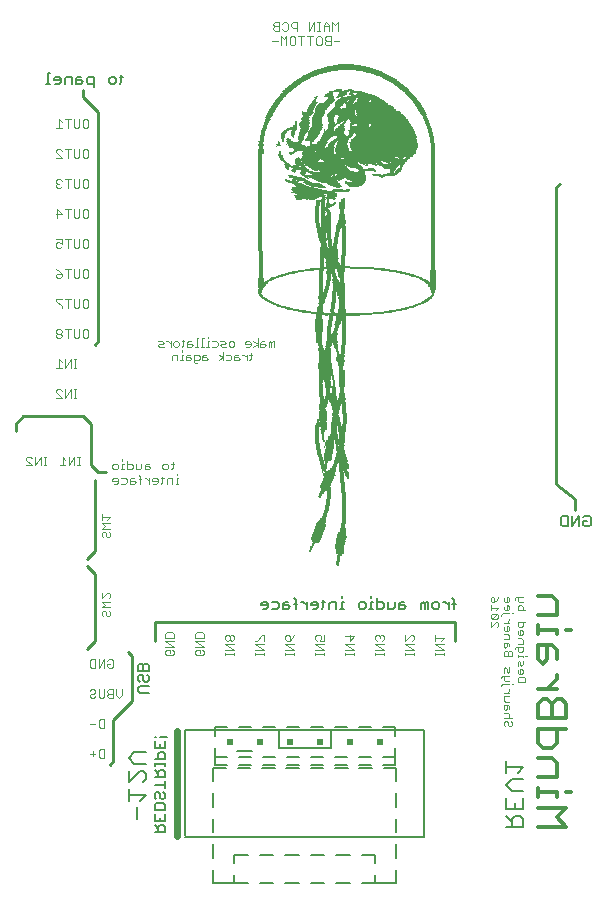
<source format=gbo>
G75*
%MOIN*%
%OFA0B0*%
%FSLAX25Y25*%
%IPPOS*%
%LPD*%
%AMOC8*
5,1,8,0,0,1.08239X$1,22.5*
%
%ADD10C,0.00400*%
%ADD11C,0.01300*%
%ADD12C,0.00800*%
%ADD13C,0.01000*%
%ADD14C,0.00500*%
%ADD15C,0.00200*%
%ADD16R,0.00130X0.00124*%
%ADD17R,0.00750X0.00125*%
%ADD18R,0.01000X0.00125*%
%ADD19R,0.01000X0.00126*%
%ADD20R,0.00870X0.00125*%
%ADD21R,0.01000X0.00124*%
%ADD22R,0.00880X0.00125*%
%ADD23R,0.01130X0.00125*%
%ADD24R,0.01620X0.00125*%
%ADD25R,0.02130X0.00125*%
%ADD26R,0.02380X0.00124*%
%ADD27R,0.02750X0.00125*%
%ADD28R,0.00500X0.00125*%
%ADD29R,0.02880X0.00125*%
%ADD30R,0.02880X0.00126*%
%ADD31R,0.00870X0.00126*%
%ADD32R,0.03000X0.00125*%
%ADD33R,0.02870X0.00125*%
%ADD34R,0.03000X0.00124*%
%ADD35R,0.00870X0.00124*%
%ADD36R,0.02000X0.00125*%
%ADD37R,0.02120X0.00125*%
%ADD38R,0.03130X0.00125*%
%ADD39R,0.02250X0.00125*%
%ADD40R,0.02500X0.00125*%
%ADD41R,0.02620X0.00125*%
%ADD42R,0.03000X0.00126*%
%ADD43R,0.02750X0.00126*%
%ADD44R,0.03120X0.00125*%
%ADD45R,0.03250X0.00125*%
%ADD46R,0.02870X0.00124*%
%ADD47R,0.03250X0.00124*%
%ADD48R,0.02630X0.00125*%
%ADD49R,0.02380X0.00125*%
%ADD50R,0.02130X0.00126*%
%ADD51R,0.03250X0.00126*%
%ADD52R,0.01870X0.00125*%
%ADD53R,0.01750X0.00125*%
%ADD54R,0.03380X0.00125*%
%ADD55R,0.01500X0.00125*%
%ADD56R,0.01380X0.00125*%
%ADD57R,0.03370X0.00125*%
%ADD58R,0.01370X0.00125*%
%ADD59R,0.01370X0.00124*%
%ADD60R,0.01370X0.00126*%
%ADD61R,0.03370X0.00126*%
%ADD62R,0.03370X0.00124*%
%ADD63R,0.03130X0.00124*%
%ADD64R,0.03130X0.00126*%
%ADD65R,0.01250X0.00124*%
%ADD66R,0.02880X0.00124*%
%ADD67R,0.01380X0.00126*%
%ADD68R,0.01380X0.00124*%
%ADD69R,0.02750X0.00124*%
%ADD70R,0.02630X0.00126*%
%ADD71R,0.02500X0.00124*%
%ADD72R,0.02370X0.00126*%
%ADD73R,0.02370X0.00125*%
%ADD74R,0.02000X0.00124*%
%ADD75R,0.01870X0.00126*%
%ADD76R,0.01750X0.00124*%
%ADD77R,0.01500X0.00126*%
%ADD78R,0.01630X0.00126*%
%ADD79R,0.01500X0.00124*%
%ADD80R,0.01620X0.00126*%
%ADD81R,0.01630X0.00124*%
%ADD82R,0.01630X0.00125*%
%ADD83R,0.00500X0.00126*%
%ADD84R,0.00750X0.00124*%
%ADD85R,0.00880X0.00126*%
%ADD86R,0.01120X0.00125*%
%ADD87R,0.01120X0.00124*%
%ADD88R,0.01120X0.00126*%
%ADD89R,0.01130X0.00124*%
%ADD90R,0.03120X0.00124*%
%ADD91R,0.03120X0.00126*%
%ADD92R,0.03380X0.00126*%
%ADD93R,0.03380X0.00124*%
%ADD94R,0.03500X0.00126*%
%ADD95R,0.03500X0.00124*%
%ADD96R,0.00630X0.00124*%
%ADD97R,0.03620X0.00124*%
%ADD98R,0.03620X0.00126*%
%ADD99R,0.03750X0.00124*%
%ADD100R,0.03750X0.00126*%
%ADD101R,0.03880X0.00125*%
%ADD102R,0.01250X0.00125*%
%ADD103R,0.04000X0.00125*%
%ADD104R,0.00250X0.00125*%
%ADD105R,0.03630X0.00125*%
%ADD106R,0.03870X0.00124*%
%ADD107R,0.00250X0.00124*%
%ADD108R,0.01130X0.00126*%
%ADD109R,0.03870X0.00126*%
%ADD110R,0.00250X0.00126*%
%ADD111R,0.02620X0.00124*%
%ADD112R,0.00750X0.00126*%
%ADD113R,0.00370X0.00126*%
%ADD114R,0.02120X0.00124*%
%ADD115R,0.02000X0.00126*%
%ADD116R,0.01750X0.00126*%
%ADD117R,0.01880X0.00126*%
%ADD118R,0.02250X0.00126*%
%ADD119R,0.01620X0.00124*%
%ADD120R,0.04500X0.00124*%
%ADD121R,0.04370X0.00126*%
%ADD122R,0.04370X0.00124*%
%ADD123R,0.01870X0.00124*%
%ADD124R,0.04250X0.00126*%
%ADD125R,0.04130X0.00124*%
%ADD126R,0.03880X0.00124*%
%ADD127R,0.04130X0.00126*%
%ADD128R,0.02250X0.00124*%
%ADD129R,0.02370X0.00124*%
%ADD130R,0.03630X0.00126*%
%ADD131R,0.02380X0.00126*%
%ADD132R,0.02500X0.00126*%
%ADD133R,0.02620X0.00126*%
%ADD134R,0.02630X0.00124*%
%ADD135R,0.00380X0.00124*%
%ADD136R,0.01880X0.00125*%
%ADD137R,0.00380X0.00125*%
%ADD138R,0.00380X0.00126*%
%ADD139R,0.02870X0.00126*%
%ADD140R,0.01250X0.00126*%
%ADD141R,0.00880X0.00124*%
%ADD142R,0.02120X0.00126*%
%ADD143R,0.01880X0.00124*%
%ADD144R,0.00630X0.00125*%
%ADD145R,0.00630X0.00126*%
%ADD146R,0.00500X0.00124*%
%ADD147R,0.00370X0.00125*%
%ADD148R,0.02130X0.00124*%
%ADD149R,0.05130X0.00125*%
%ADD150R,0.04000X0.00126*%
%ADD151R,0.03870X0.00125*%
%ADD152R,0.03750X0.00125*%
%ADD153R,0.03620X0.00125*%
%ADD154R,0.03500X0.00125*%
%ADD155R,0.00620X0.00124*%
%ADD156R,0.04750X0.00124*%
%ADD157R,0.04750X0.00125*%
%ADD158R,0.04750X0.00126*%
%ADD159R,0.04630X0.00125*%
%ADD160R,0.04630X0.00126*%
%ADD161R,0.04630X0.00124*%
%ADD162R,0.04620X0.00125*%
%ADD163R,0.04620X0.00124*%
%ADD164R,0.04620X0.00126*%
%ADD165R,0.04500X0.00126*%
%ADD166R,0.04500X0.00125*%
%ADD167R,0.04370X0.00125*%
%ADD168R,0.04250X0.00125*%
%ADD169R,0.04250X0.00124*%
%ADD170R,0.04120X0.00126*%
%ADD171R,0.04120X0.00125*%
%ADD172R,0.04120X0.00124*%
%ADD173R,0.04000X0.00124*%
%ADD174R,0.10250X0.00126*%
%ADD175R,0.14750X0.00125*%
%ADD176R,0.18880X0.00125*%
%ADD177R,0.20120X0.00124*%
%ADD178R,0.06500X0.00126*%
%ADD179R,0.07250X0.00126*%
%ADD180R,0.05380X0.00125*%
%ADD181R,0.05250X0.00125*%
%ADD182R,0.05630X0.00125*%
%ADD183R,0.03880X0.00126*%
%ADD184R,0.04130X0.00125*%
%ADD185R,0.06120X0.00124*%
%ADD186R,0.07500X0.00124*%
%ADD187R,0.09130X0.00125*%
%ADD188R,0.09370X0.00125*%
%ADD189R,0.18000X0.00125*%
%ADD190R,0.14500X0.00126*%
%ADD191R,0.12000X0.00125*%
%ADD192R,0.07880X0.00125*%
%ADD193R,0.06130X0.00125*%
%ADD194R,0.04380X0.00124*%
%ADD195R,0.04380X0.00125*%
%ADD196R,0.05750X0.00126*%
%ADD197R,0.05750X0.00125*%
%ADD198R,0.05750X0.00124*%
%ADD199R,0.00120X0.00124*%
%ADD200R,0.00370X0.00124*%
%ADD201R,0.00620X0.00125*%
%ADD202R,0.06750X0.00125*%
%ADD203R,0.07630X0.00125*%
%ADD204R,0.08000X0.00125*%
%ADD205R,0.10130X0.00124*%
%ADD206R,0.09380X0.00125*%
%ADD207R,0.10000X0.00125*%
%ADD208R,0.10380X0.00126*%
%ADD209R,0.10380X0.00125*%
%ADD210R,0.00130X0.00125*%
%ADD211R,0.08750X0.00125*%
%ADD212R,0.08500X0.00125*%
%ADD213R,0.09000X0.00125*%
%ADD214R,0.14120X0.00124*%
%ADD215R,0.06870X0.00125*%
%ADD216R,0.06620X0.00125*%
%ADD217R,0.06120X0.00125*%
%ADD218R,0.08250X0.00126*%
%ADD219R,0.14000X0.00125*%
%ADD220R,0.12750X0.00125*%
%ADD221R,0.05870X0.00125*%
%ADD222R,0.11380X0.00125*%
%ADD223R,0.06000X0.00124*%
%ADD224R,0.10880X0.00124*%
%ADD225R,0.05880X0.00125*%
%ADD226R,0.09880X0.00125*%
%ADD227R,0.09870X0.00125*%
%ADD228R,0.09620X0.00126*%
%ADD229R,0.09120X0.00125*%
%ADD230R,0.08620X0.00125*%
%ADD231R,0.08120X0.00125*%
%ADD232R,0.07250X0.00125*%
%ADD233R,0.06250X0.00124*%
%ADD234R,0.05000X0.00125*%
%ADD235R,0.04870X0.00125*%
%ADD236R,0.05370X0.00124*%
%ADD237R,0.03630X0.00124*%
%ADD238R,0.04870X0.00124*%
%ADD239R,0.06000X0.00125*%
%ADD240R,0.06250X0.00126*%
%ADD241R,0.06370X0.00125*%
%ADD242R,0.06630X0.00125*%
%ADD243R,0.05620X0.00125*%
%ADD244R,0.06500X0.00125*%
%ADD245R,0.04880X0.00125*%
%ADD246R,0.05130X0.00126*%
%ADD247R,0.06880X0.00126*%
%ADD248R,0.05370X0.00125*%
%ADD249R,0.07130X0.00125*%
%ADD250R,0.06250X0.00125*%
%ADD251R,0.09500X0.00125*%
%ADD252R,0.06500X0.00124*%
%ADD253R,0.10380X0.00124*%
%ADD254R,0.10880X0.00125*%
%ADD255R,0.18250X0.00125*%
%ADD256R,0.18750X0.00126*%
%ADD257R,0.11120X0.00125*%
%ADD258R,0.08630X0.00125*%
%ADD259R,0.10250X0.00125*%
%ADD260R,0.08130X0.00125*%
%ADD261R,0.09750X0.00125*%
%ADD262R,0.06380X0.00125*%
%ADD263R,0.08880X0.00124*%
%ADD264R,0.09250X0.00125*%
%ADD265R,0.09630X0.00125*%
%ADD266R,0.13880X0.00126*%
%ADD267R,0.14130X0.00125*%
%ADD268R,0.14120X0.00125*%
%ADD269R,0.11500X0.00125*%
%ADD270R,0.00120X0.00125*%
%ADD271R,0.11250X0.00124*%
%ADD272R,0.10500X0.00125*%
%ADD273R,0.12130X0.00125*%
%ADD274R,0.12120X0.00125*%
%ADD275R,0.05120X0.00125*%
%ADD276R,0.12130X0.00124*%
%ADD277R,0.04880X0.00124*%
%ADD278R,0.12250X0.00125*%
%ADD279R,0.12370X0.00126*%
%ADD280R,0.12500X0.00125*%
%ADD281R,0.12630X0.00125*%
%ADD282R,0.12620X0.00125*%
%ADD283R,0.05500X0.00125*%
%ADD284R,0.05880X0.00124*%
%ADD285R,0.12750X0.00124*%
%ADD286R,0.12870X0.00125*%
%ADD287R,0.13000X0.00125*%
%ADD288R,0.08250X0.00125*%
%ADD289R,0.13130X0.00125*%
%ADD290R,0.13250X0.00126*%
%ADD291R,0.13500X0.00125*%
%ADD292R,0.13630X0.00125*%
%ADD293R,0.13870X0.00125*%
%ADD294R,0.07370X0.00124*%
%ADD295R,0.08130X0.00124*%
%ADD296R,0.07500X0.00125*%
%ADD297R,0.07750X0.00125*%
%ADD298R,0.07620X0.00125*%
%ADD299R,0.07880X0.00126*%
%ADD300R,0.18620X0.00126*%
%ADD301R,0.05500X0.00126*%
%ADD302R,0.08370X0.00125*%
%ADD303R,0.11000X0.00125*%
%ADD304R,0.19630X0.00125*%
%ADD305R,0.19620X0.00125*%
%ADD306R,0.19880X0.00125*%
%ADD307R,0.28750X0.00124*%
%ADD308R,0.06370X0.00124*%
%ADD309R,0.29000X0.00125*%
%ADD310R,0.17870X0.00125*%
%ADD311R,0.17250X0.00126*%
%ADD312R,0.16750X0.00125*%
%ADD313R,0.16500X0.00125*%
%ADD314R,0.30870X0.00125*%
%ADD315R,0.34380X0.00125*%
%ADD316R,0.36380X0.00125*%
%ADD317R,0.36370X0.00124*%
%ADD318R,0.36630X0.00125*%
%ADD319R,0.36750X0.00125*%
%ADD320R,0.26000X0.00126*%
%ADD321R,0.10870X0.00126*%
%ADD322R,0.26000X0.00125*%
%ADD323R,0.10750X0.00125*%
%ADD324R,0.26130X0.00125*%
%ADD325R,0.26120X0.00125*%
%ADD326R,0.10620X0.00125*%
%ADD327R,0.26250X0.00125*%
%ADD328R,0.26370X0.00124*%
%ADD329R,0.10500X0.00124*%
%ADD330R,0.26500X0.00125*%
%ADD331R,0.26630X0.00125*%
%ADD332R,0.26750X0.00126*%
%ADD333R,0.06000X0.00126*%
%ADD334R,0.26750X0.00125*%
%ADD335R,0.21630X0.00125*%
%ADD336R,0.21500X0.00125*%
%ADD337R,0.21620X0.00125*%
%ADD338R,0.13250X0.00125*%
%ADD339R,0.21620X0.00124*%
%ADD340R,0.13250X0.00124*%
%ADD341R,0.21750X0.00125*%
%ADD342R,0.21880X0.00125*%
%ADD343R,0.22000X0.00126*%
%ADD344R,0.22000X0.00125*%
%ADD345R,0.22130X0.00125*%
%ADD346R,0.10630X0.00125*%
%ADD347R,0.22370X0.00125*%
%ADD348R,0.11620X0.00125*%
%ADD349R,0.22370X0.00124*%
%ADD350R,0.05870X0.00124*%
%ADD351R,0.22370X0.00126*%
%ADD352R,0.05370X0.00126*%
%ADD353R,0.22500X0.00124*%
%ADD354R,0.22500X0.00125*%
%ADD355R,0.22380X0.00125*%
%ADD356R,0.22250X0.00126*%
%ADD357R,0.21870X0.00124*%
%ADD358R,0.21870X0.00125*%
%ADD359R,0.21750X0.00126*%
%ADD360R,0.00620X0.00126*%
%ADD361R,0.21380X0.00125*%
%ADD362R,0.21000X0.00125*%
%ADD363R,0.20750X0.00125*%
%ADD364R,0.20630X0.00125*%
%ADD365R,0.20500X0.00125*%
%ADD366R,0.20380X0.00124*%
%ADD367R,0.20380X0.00125*%
%ADD368R,0.20380X0.00126*%
%ADD369R,0.20120X0.00125*%
%ADD370R,0.07000X0.00124*%
%ADD371R,0.20000X0.00125*%
%ADD372R,0.07000X0.00125*%
%ADD373R,0.19870X0.00126*%
%ADD374R,0.06750X0.00126*%
%ADD375R,0.19870X0.00125*%
%ADD376R,0.19750X0.00125*%
%ADD377R,0.21250X0.00126*%
%ADD378R,0.00130X0.00126*%
%ADD379R,0.21120X0.00125*%
%ADD380R,0.20870X0.00125*%
%ADD381R,0.20750X0.00124*%
%ADD382R,0.20620X0.00125*%
%ADD383R,0.14370X0.00126*%
%ADD384R,0.06120X0.00126*%
%ADD385R,0.13370X0.00124*%
%ADD386R,0.12870X0.00126*%
%ADD387R,0.17000X0.00125*%
%ADD388R,0.16880X0.00125*%
%ADD389R,0.19500X0.00125*%
%ADD390R,0.19380X0.00124*%
%ADD391R,0.19250X0.00125*%
%ADD392R,0.19370X0.00125*%
%ADD393R,0.19250X0.00126*%
%ADD394R,0.19120X0.00125*%
%ADD395R,0.19130X0.00125*%
%ADD396R,0.19000X0.00125*%
%ADD397R,0.19000X0.00124*%
%ADD398R,0.22500X0.00126*%
%ADD399R,0.15250X0.00125*%
%ADD400R,0.15130X0.00124*%
%ADD401R,0.15120X0.00125*%
%ADD402R,0.15130X0.00125*%
%ADD403R,0.15000X0.00126*%
%ADD404R,0.15000X0.00125*%
%ADD405R,0.08880X0.00125*%
%ADD406R,0.14870X0.00125*%
%ADD407R,0.14880X0.00125*%
%ADD408R,0.14750X0.00124*%
%ADD409R,0.08500X0.00124*%
%ADD410R,0.14500X0.00125*%
%ADD411R,0.08380X0.00125*%
%ADD412R,0.14250X0.00126*%
%ADD413R,0.08130X0.00126*%
%ADD414R,0.13880X0.00125*%
%ADD415R,0.13370X0.00125*%
%ADD416R,0.17620X0.00125*%
%ADD417R,0.17380X0.00125*%
%ADD418R,0.17000X0.00126*%
%ADD419R,0.16130X0.00125*%
%ADD420R,0.15750X0.00125*%
%ADD421R,0.15500X0.00125*%
%ADD422R,0.15370X0.00125*%
%ADD423R,0.14880X0.00124*%
%ADD424R,0.14380X0.00125*%
%ADD425R,0.14250X0.00125*%
%ADD426R,0.11130X0.00125*%
%ADD427R,0.05500X0.00124*%
%ADD428R,0.10000X0.00124*%
%ADD429R,0.07750X0.00126*%
%ADD430R,0.05250X0.00124*%
%ADD431R,0.07370X0.00125*%
%ADD432R,0.18120X0.00125*%
%ADD433R,0.17380X0.00124*%
%ADD434R,0.16620X0.00125*%
%ADD435R,0.15620X0.00125*%
%ADD436R,0.14880X0.00126*%
%ADD437R,0.09500X0.00124*%
%ADD438C,0.00600*%
%ADD439R,0.02000X0.02000*%
%ADD440C,0.02400*%
D10*
X0037957Y0050867D02*
X0037957Y0052735D01*
X0038891Y0051801D02*
X0037022Y0051801D01*
X0039969Y0050867D02*
X0039969Y0052735D01*
X0040436Y0053202D01*
X0041837Y0053202D01*
X0041837Y0050400D01*
X0040436Y0050400D01*
X0039969Y0050867D01*
X0040436Y0060400D02*
X0039969Y0060867D01*
X0039969Y0062735D01*
X0040436Y0063202D01*
X0041837Y0063202D01*
X0041837Y0060400D01*
X0040436Y0060400D01*
X0038891Y0061801D02*
X0037022Y0061801D01*
X0037490Y0070400D02*
X0038424Y0070400D01*
X0038891Y0070867D01*
X0038424Y0071801D02*
X0037490Y0071801D01*
X0037022Y0071334D01*
X0037022Y0070867D01*
X0037490Y0070400D01*
X0038424Y0071801D02*
X0038891Y0072268D01*
X0038891Y0072735D01*
X0038424Y0073202D01*
X0037490Y0073202D01*
X0037022Y0072735D01*
X0039969Y0073202D02*
X0039969Y0070867D01*
X0040436Y0070400D01*
X0041370Y0070400D01*
X0041837Y0070867D01*
X0041837Y0073202D01*
X0042915Y0072735D02*
X0042915Y0072268D01*
X0043383Y0071801D01*
X0044784Y0071801D01*
X0045862Y0071334D02*
X0045862Y0073202D01*
X0044784Y0073202D02*
X0043383Y0073202D01*
X0042915Y0072735D01*
X0043383Y0071801D02*
X0042915Y0071334D01*
X0042915Y0070867D01*
X0043383Y0070400D01*
X0044784Y0070400D01*
X0044784Y0073202D01*
X0045862Y0071334D02*
X0046796Y0070400D01*
X0047730Y0071334D01*
X0047730Y0073202D01*
X0044317Y0080400D02*
X0043383Y0080400D01*
X0042915Y0080867D01*
X0042915Y0081801D01*
X0043850Y0081801D01*
X0044784Y0080867D02*
X0044317Y0080400D01*
X0044784Y0080867D02*
X0044784Y0082735D01*
X0044317Y0083202D01*
X0043383Y0083202D01*
X0042915Y0082735D01*
X0041837Y0083202D02*
X0039969Y0080400D01*
X0039969Y0083202D01*
X0038891Y0083202D02*
X0037490Y0083202D01*
X0037022Y0082735D01*
X0037022Y0080867D01*
X0037490Y0080400D01*
X0038891Y0080400D01*
X0038891Y0083202D01*
X0041837Y0083202D02*
X0041837Y0080400D01*
X0041461Y0097580D02*
X0040994Y0098047D01*
X0040994Y0098981D01*
X0041461Y0099448D01*
X0041928Y0099448D01*
X0042395Y0098981D01*
X0042395Y0098047D01*
X0042862Y0097580D01*
X0043330Y0097580D01*
X0043797Y0098047D01*
X0043797Y0098981D01*
X0043330Y0099448D01*
X0043797Y0100527D02*
X0040994Y0100527D01*
X0041928Y0101461D01*
X0040994Y0102395D01*
X0043797Y0102395D01*
X0043330Y0103473D02*
X0043797Y0103940D01*
X0043797Y0104874D01*
X0043330Y0105342D01*
X0042862Y0105342D01*
X0040994Y0103473D01*
X0040994Y0105342D01*
X0041461Y0123830D02*
X0040994Y0124297D01*
X0040994Y0125231D01*
X0041461Y0125698D01*
X0041928Y0125698D01*
X0042395Y0125231D01*
X0042395Y0124297D01*
X0042862Y0123830D01*
X0043330Y0123830D01*
X0043797Y0124297D01*
X0043797Y0125231D01*
X0043330Y0125698D01*
X0043797Y0126777D02*
X0040994Y0126777D01*
X0041928Y0127711D01*
X0040994Y0128645D01*
X0043797Y0128645D01*
X0042862Y0129723D02*
X0043797Y0130657D01*
X0040994Y0130657D01*
X0040994Y0129723D02*
X0040994Y0131592D01*
X0044990Y0141750D02*
X0045924Y0141750D01*
X0046391Y0142217D01*
X0046391Y0143151D01*
X0045924Y0143618D01*
X0044990Y0143618D01*
X0044522Y0143151D01*
X0044522Y0142684D01*
X0046391Y0142684D01*
X0047469Y0141750D02*
X0048870Y0141750D01*
X0049337Y0142217D01*
X0049337Y0143151D01*
X0048870Y0143618D01*
X0047469Y0143618D01*
X0047421Y0146550D02*
X0048355Y0146550D01*
X0047888Y0146550D02*
X0047888Y0148418D01*
X0048355Y0148418D01*
X0047888Y0149352D02*
X0047888Y0149819D01*
X0049433Y0149352D02*
X0049433Y0146550D01*
X0050835Y0146550D01*
X0051302Y0147017D01*
X0051302Y0147951D01*
X0050835Y0148418D01*
X0049433Y0148418D01*
X0052380Y0148418D02*
X0052380Y0146550D01*
X0053781Y0146550D01*
X0054248Y0147017D01*
X0054248Y0148418D01*
X0055326Y0147951D02*
X0055326Y0146550D01*
X0056728Y0146550D01*
X0057195Y0147017D01*
X0056728Y0147484D01*
X0055326Y0147484D01*
X0055326Y0147951D02*
X0055793Y0148418D01*
X0056728Y0148418D01*
X0061219Y0147951D02*
X0061686Y0148418D01*
X0062621Y0148418D01*
X0063088Y0147951D01*
X0063088Y0147017D01*
X0062621Y0146550D01*
X0061686Y0146550D01*
X0061219Y0147017D01*
X0061219Y0147951D01*
X0061147Y0144085D02*
X0061147Y0142217D01*
X0060680Y0141750D01*
X0059650Y0142217D02*
X0059650Y0143151D01*
X0059183Y0143618D01*
X0058249Y0143618D01*
X0057782Y0143151D01*
X0057782Y0142684D01*
X0059650Y0142684D01*
X0059650Y0142217D02*
X0059183Y0141750D01*
X0058249Y0141750D01*
X0056704Y0141750D02*
X0056704Y0143618D01*
X0056704Y0142684D02*
X0055769Y0143618D01*
X0055302Y0143618D01*
X0054248Y0143151D02*
X0053314Y0143151D01*
X0053781Y0144085D02*
X0053314Y0144552D01*
X0053781Y0144085D02*
X0053781Y0141750D01*
X0052284Y0142217D02*
X0051817Y0142684D01*
X0050415Y0142684D01*
X0050415Y0143151D02*
X0050415Y0141750D01*
X0051817Y0141750D01*
X0052284Y0142217D01*
X0051817Y0143618D02*
X0050883Y0143618D01*
X0050415Y0143151D01*
X0046391Y0147017D02*
X0045924Y0146550D01*
X0044990Y0146550D01*
X0044522Y0147017D01*
X0044522Y0147951D01*
X0044990Y0148418D01*
X0045924Y0148418D01*
X0046391Y0147951D01*
X0046391Y0147017D01*
X0033802Y0147900D02*
X0032867Y0147900D01*
X0033335Y0147900D02*
X0033335Y0150702D01*
X0033802Y0150702D02*
X0032867Y0150702D01*
X0031837Y0150702D02*
X0029969Y0147900D01*
X0029969Y0150702D01*
X0028891Y0149768D02*
X0027957Y0150702D01*
X0027957Y0147900D01*
X0028891Y0147900D02*
X0027022Y0147900D01*
X0022552Y0147900D02*
X0021617Y0147900D01*
X0022085Y0147900D02*
X0022085Y0150702D01*
X0022552Y0150702D02*
X0021617Y0150702D01*
X0020587Y0150702D02*
X0020587Y0147900D01*
X0018719Y0147900D02*
X0018719Y0150702D01*
X0017641Y0150235D02*
X0017174Y0150702D01*
X0016240Y0150702D01*
X0015772Y0150235D01*
X0015772Y0149768D01*
X0017641Y0147900D01*
X0015772Y0147900D01*
X0018719Y0147900D02*
X0020587Y0150702D01*
X0031837Y0150702D02*
X0031837Y0147900D01*
X0031617Y0170400D02*
X0032552Y0170400D01*
X0032085Y0170400D02*
X0032085Y0173202D01*
X0032552Y0173202D02*
X0031617Y0173202D01*
X0030587Y0173202D02*
X0028719Y0170400D01*
X0028719Y0173202D01*
X0027641Y0172735D02*
X0027174Y0173202D01*
X0026240Y0173202D01*
X0025772Y0172735D01*
X0025772Y0172268D01*
X0027641Y0170400D01*
X0025772Y0170400D01*
X0030587Y0170400D02*
X0030587Y0173202D01*
X0030587Y0180400D02*
X0030587Y0183202D01*
X0028719Y0180400D01*
X0028719Y0183202D01*
X0027641Y0182268D02*
X0026707Y0183202D01*
X0026707Y0180400D01*
X0027641Y0180400D02*
X0025772Y0180400D01*
X0031617Y0180400D02*
X0032552Y0180400D01*
X0032085Y0180400D02*
X0032085Y0183202D01*
X0032552Y0183202D02*
X0031617Y0183202D01*
X0032133Y0190400D02*
X0031665Y0190867D01*
X0031665Y0193202D01*
X0030587Y0193202D02*
X0028719Y0193202D01*
X0029653Y0193202D02*
X0029653Y0190400D01*
X0027641Y0190867D02*
X0027641Y0191334D01*
X0027174Y0191801D01*
X0026240Y0191801D01*
X0025772Y0191334D01*
X0025772Y0190867D01*
X0026240Y0190400D01*
X0027174Y0190400D01*
X0027641Y0190867D01*
X0027174Y0191801D02*
X0027641Y0192268D01*
X0027641Y0192735D01*
X0027174Y0193202D01*
X0026240Y0193202D01*
X0025772Y0192735D01*
X0025772Y0192268D01*
X0026240Y0191801D01*
X0027641Y0200400D02*
X0027641Y0200867D01*
X0025772Y0202735D01*
X0025772Y0203202D01*
X0027641Y0203202D01*
X0028719Y0203202D02*
X0030587Y0203202D01*
X0029653Y0203202D02*
X0029653Y0200400D01*
X0031665Y0200867D02*
X0031665Y0203202D01*
X0033534Y0203202D02*
X0033534Y0200867D01*
X0033067Y0200400D01*
X0032133Y0200400D01*
X0031665Y0200867D01*
X0034612Y0200867D02*
X0035079Y0200400D01*
X0036013Y0200400D01*
X0036480Y0200867D01*
X0036480Y0202735D01*
X0036013Y0203202D01*
X0035079Y0203202D01*
X0034612Y0202735D01*
X0034612Y0200867D01*
X0035079Y0193202D02*
X0034612Y0192735D01*
X0034612Y0190867D01*
X0035079Y0190400D01*
X0036013Y0190400D01*
X0036480Y0190867D01*
X0036480Y0192735D01*
X0036013Y0193202D01*
X0035079Y0193202D01*
X0033534Y0193202D02*
X0033534Y0190867D01*
X0033067Y0190400D01*
X0032133Y0190400D01*
X0032133Y0210400D02*
X0031665Y0210867D01*
X0031665Y0213202D01*
X0030587Y0213202D02*
X0028719Y0213202D01*
X0029653Y0213202D02*
X0029653Y0210400D01*
X0027641Y0210867D02*
X0027174Y0210400D01*
X0026240Y0210400D01*
X0025772Y0210867D01*
X0025772Y0211334D01*
X0026240Y0211801D01*
X0027641Y0211801D01*
X0027641Y0210867D01*
X0027641Y0211801D02*
X0026707Y0212735D01*
X0025772Y0213202D01*
X0026240Y0220400D02*
X0027174Y0220400D01*
X0027641Y0220867D01*
X0027641Y0221801D02*
X0026707Y0222268D01*
X0026240Y0222268D01*
X0025772Y0221801D01*
X0025772Y0220867D01*
X0026240Y0220400D01*
X0027641Y0221801D02*
X0027641Y0223202D01*
X0025772Y0223202D01*
X0028719Y0223202D02*
X0030587Y0223202D01*
X0029653Y0223202D02*
X0029653Y0220400D01*
X0031665Y0220867D02*
X0031665Y0223202D01*
X0033534Y0223202D02*
X0033534Y0220867D01*
X0033067Y0220400D01*
X0032133Y0220400D01*
X0031665Y0220867D01*
X0034612Y0220867D02*
X0034612Y0222735D01*
X0035079Y0223202D01*
X0036013Y0223202D01*
X0036480Y0222735D01*
X0036480Y0220867D01*
X0036013Y0220400D01*
X0035079Y0220400D01*
X0034612Y0220867D01*
X0035079Y0213202D02*
X0034612Y0212735D01*
X0034612Y0210867D01*
X0035079Y0210400D01*
X0036013Y0210400D01*
X0036480Y0210867D01*
X0036480Y0212735D01*
X0036013Y0213202D01*
X0035079Y0213202D01*
X0033534Y0213202D02*
X0033534Y0210867D01*
X0033067Y0210400D01*
X0032133Y0210400D01*
X0032133Y0230400D02*
X0031665Y0230867D01*
X0031665Y0233202D01*
X0030587Y0233202D02*
X0028719Y0233202D01*
X0029653Y0233202D02*
X0029653Y0230400D01*
X0027641Y0231801D02*
X0025772Y0231801D01*
X0026240Y0230400D02*
X0026240Y0233202D01*
X0027641Y0231801D01*
X0027174Y0240400D02*
X0027641Y0240867D01*
X0027174Y0240400D02*
X0026240Y0240400D01*
X0025772Y0240867D01*
X0025772Y0241334D01*
X0026240Y0241801D01*
X0026707Y0241801D01*
X0026240Y0241801D02*
X0025772Y0242268D01*
X0025772Y0242735D01*
X0026240Y0243202D01*
X0027174Y0243202D01*
X0027641Y0242735D01*
X0028719Y0243202D02*
X0030587Y0243202D01*
X0029653Y0243202D02*
X0029653Y0240400D01*
X0031665Y0240867D02*
X0031665Y0243202D01*
X0033534Y0243202D02*
X0033534Y0240867D01*
X0033067Y0240400D01*
X0032133Y0240400D01*
X0031665Y0240867D01*
X0034612Y0240867D02*
X0035079Y0240400D01*
X0036013Y0240400D01*
X0036480Y0240867D01*
X0036480Y0242735D01*
X0036013Y0243202D01*
X0035079Y0243202D01*
X0034612Y0242735D01*
X0034612Y0240867D01*
X0035079Y0233202D02*
X0034612Y0232735D01*
X0034612Y0230867D01*
X0035079Y0230400D01*
X0036013Y0230400D01*
X0036480Y0230867D01*
X0036480Y0232735D01*
X0036013Y0233202D01*
X0035079Y0233202D01*
X0033534Y0233202D02*
X0033534Y0230867D01*
X0033067Y0230400D01*
X0032133Y0230400D01*
X0032133Y0250400D02*
X0031665Y0250867D01*
X0031665Y0253202D01*
X0030587Y0253202D02*
X0028719Y0253202D01*
X0029653Y0253202D02*
X0029653Y0250400D01*
X0027641Y0250400D02*
X0025772Y0252268D01*
X0025772Y0252735D01*
X0026240Y0253202D01*
X0027174Y0253202D01*
X0027641Y0252735D01*
X0027641Y0250400D02*
X0025772Y0250400D01*
X0032133Y0250400D02*
X0033067Y0250400D01*
X0033534Y0250867D01*
X0033534Y0253202D01*
X0034612Y0252735D02*
X0035079Y0253202D01*
X0036013Y0253202D01*
X0036480Y0252735D01*
X0036480Y0250867D01*
X0036013Y0250400D01*
X0035079Y0250400D01*
X0034612Y0250867D01*
X0034612Y0252735D01*
X0035079Y0260400D02*
X0034612Y0260867D01*
X0034612Y0262735D01*
X0035079Y0263202D01*
X0036013Y0263202D01*
X0036480Y0262735D01*
X0036480Y0260867D01*
X0036013Y0260400D01*
X0035079Y0260400D01*
X0033534Y0260867D02*
X0033534Y0263202D01*
X0031665Y0263202D02*
X0031665Y0260867D01*
X0032133Y0260400D01*
X0033067Y0260400D01*
X0033534Y0260867D01*
X0030587Y0263202D02*
X0028719Y0263202D01*
X0029653Y0263202D02*
X0029653Y0260400D01*
X0027641Y0260400D02*
X0025772Y0260400D01*
X0026707Y0260400D02*
X0026707Y0263202D01*
X0027641Y0262268D01*
X0097736Y0289401D02*
X0099605Y0289401D01*
X0100683Y0290802D02*
X0100683Y0288000D01*
X0102551Y0288000D02*
X0102551Y0290802D01*
X0101617Y0289868D01*
X0100683Y0290802D01*
X0100096Y0292800D02*
X0098695Y0292800D01*
X0098227Y0293267D01*
X0098227Y0293734D01*
X0098695Y0294201D01*
X0100096Y0294201D01*
X0100096Y0292800D02*
X0100096Y0295602D01*
X0098695Y0295602D01*
X0098227Y0295135D01*
X0098227Y0294668D01*
X0098695Y0294201D01*
X0101174Y0293267D02*
X0101641Y0292800D01*
X0102575Y0292800D01*
X0103042Y0293267D01*
X0103042Y0295135D01*
X0102575Y0295602D01*
X0101641Y0295602D01*
X0101174Y0295135D01*
X0104121Y0295135D02*
X0104121Y0294201D01*
X0104588Y0293734D01*
X0105989Y0293734D01*
X0105989Y0292800D02*
X0105989Y0295602D01*
X0104588Y0295602D01*
X0104121Y0295135D01*
X0104096Y0290802D02*
X0103629Y0290335D01*
X0103629Y0288467D01*
X0104096Y0288000D01*
X0105031Y0288000D01*
X0105498Y0288467D01*
X0105498Y0290335D01*
X0105031Y0290802D01*
X0104096Y0290802D01*
X0106576Y0290802D02*
X0108444Y0290802D01*
X0107510Y0290802D02*
X0107510Y0288000D01*
X0110457Y0288000D02*
X0110457Y0290802D01*
X0111391Y0290802D02*
X0109522Y0290802D01*
X0110014Y0292800D02*
X0110014Y0295602D01*
X0111882Y0295602D02*
X0110014Y0292800D01*
X0111882Y0292800D02*
X0111882Y0295602D01*
X0112912Y0295602D02*
X0113846Y0295602D01*
X0113379Y0295602D02*
X0113379Y0292800D01*
X0113846Y0292800D02*
X0112912Y0292800D01*
X0112936Y0290802D02*
X0112469Y0290335D01*
X0112469Y0288467D01*
X0112936Y0288000D01*
X0113870Y0288000D01*
X0114337Y0288467D01*
X0114337Y0290335D01*
X0113870Y0290802D01*
X0112936Y0290802D01*
X0115415Y0290335D02*
X0115415Y0289868D01*
X0115883Y0289401D01*
X0117284Y0289401D01*
X0118362Y0289401D02*
X0120230Y0289401D01*
X0117284Y0288000D02*
X0117284Y0290802D01*
X0115883Y0290802D01*
X0115415Y0290335D01*
X0115883Y0289401D02*
X0115415Y0288934D01*
X0115415Y0288467D01*
X0115883Y0288000D01*
X0117284Y0288000D01*
X0116793Y0292800D02*
X0116793Y0294668D01*
X0115859Y0295602D01*
X0114924Y0294668D01*
X0114924Y0292800D01*
X0114924Y0294201D02*
X0116793Y0294201D01*
X0117871Y0295602D02*
X0117871Y0292800D01*
X0119739Y0292800D02*
X0119739Y0295602D01*
X0118805Y0294668D01*
X0117871Y0295602D01*
X0064585Y0148885D02*
X0064585Y0147017D01*
X0064118Y0146550D01*
X0064118Y0148418D02*
X0065052Y0148418D01*
X0066058Y0145019D02*
X0066058Y0144552D01*
X0066058Y0143618D02*
X0066058Y0141750D01*
X0066525Y0141750D02*
X0065591Y0141750D01*
X0064561Y0141750D02*
X0064561Y0143618D01*
X0063160Y0143618D01*
X0062693Y0143151D01*
X0062693Y0141750D01*
X0061614Y0143618D02*
X0060680Y0143618D01*
X0066058Y0143618D02*
X0066525Y0143618D01*
X0064580Y0092261D02*
X0062711Y0092261D01*
X0062244Y0091794D01*
X0062244Y0090393D01*
X0065047Y0090393D01*
X0065047Y0091794D01*
X0064580Y0092261D01*
X0065047Y0089315D02*
X0062244Y0089315D01*
X0065047Y0087447D01*
X0062244Y0087447D01*
X0062711Y0086368D02*
X0063645Y0086368D01*
X0063645Y0085434D01*
X0062711Y0084500D02*
X0062244Y0084967D01*
X0062244Y0085901D01*
X0062711Y0086368D01*
X0062711Y0084500D02*
X0064580Y0084500D01*
X0065047Y0084967D01*
X0065047Y0085901D01*
X0064580Y0086368D01*
X0072244Y0085901D02*
X0072711Y0086368D01*
X0073645Y0086368D01*
X0073645Y0085434D01*
X0072711Y0084500D02*
X0072244Y0084967D01*
X0072244Y0085901D01*
X0072711Y0084500D02*
X0074580Y0084500D01*
X0075047Y0084967D01*
X0075047Y0085901D01*
X0074580Y0086368D01*
X0075047Y0087447D02*
X0072244Y0089315D01*
X0075047Y0089315D01*
X0075047Y0090393D02*
X0075047Y0091794D01*
X0074580Y0092261D01*
X0072711Y0092261D01*
X0072244Y0091794D01*
X0072244Y0090393D01*
X0075047Y0090393D01*
X0075047Y0087447D02*
X0072244Y0087447D01*
X0082244Y0088333D02*
X0085047Y0088333D01*
X0084580Y0089411D02*
X0084112Y0089411D01*
X0083645Y0089878D01*
X0083645Y0090812D01*
X0083178Y0091279D01*
X0082711Y0091279D01*
X0082244Y0090812D01*
X0082244Y0089878D01*
X0082711Y0089411D01*
X0083178Y0089411D01*
X0083645Y0089878D01*
X0083645Y0090812D02*
X0084112Y0091279D01*
X0084580Y0091279D01*
X0085047Y0090812D01*
X0085047Y0089878D01*
X0084580Y0089411D01*
X0082244Y0088333D02*
X0085047Y0086464D01*
X0082244Y0086464D01*
X0082244Y0085434D02*
X0082244Y0084500D01*
X0082244Y0084967D02*
X0085047Y0084967D01*
X0085047Y0084500D02*
X0085047Y0085434D01*
X0092244Y0085434D02*
X0092244Y0084500D01*
X0092244Y0084967D02*
X0095047Y0084967D01*
X0095047Y0084500D02*
X0095047Y0085434D01*
X0095047Y0086464D02*
X0092244Y0088333D01*
X0095047Y0088333D01*
X0095047Y0089411D02*
X0095047Y0091279D01*
X0094580Y0091279D01*
X0092711Y0089411D01*
X0092244Y0089411D01*
X0092244Y0086464D02*
X0095047Y0086464D01*
X0102244Y0086464D02*
X0105047Y0086464D01*
X0102244Y0088333D01*
X0105047Y0088333D01*
X0103645Y0089411D02*
X0103645Y0090812D01*
X0103178Y0091279D01*
X0102711Y0091279D01*
X0102244Y0090812D01*
X0102244Y0089878D01*
X0102711Y0089411D01*
X0103645Y0089411D01*
X0104580Y0090345D01*
X0105047Y0091279D01*
X0105047Y0085434D02*
X0105047Y0084500D01*
X0105047Y0084967D02*
X0102244Y0084967D01*
X0102244Y0084500D02*
X0102244Y0085434D01*
X0112244Y0085434D02*
X0112244Y0084500D01*
X0112244Y0084967D02*
X0115047Y0084967D01*
X0115047Y0084500D02*
X0115047Y0085434D01*
X0115047Y0086464D02*
X0112244Y0088333D01*
X0115047Y0088333D01*
X0115047Y0089411D02*
X0113645Y0089411D01*
X0114112Y0090345D01*
X0114112Y0090812D01*
X0113645Y0091279D01*
X0112711Y0091279D01*
X0112244Y0090812D01*
X0112244Y0089878D01*
X0112711Y0089411D01*
X0112244Y0086464D02*
X0115047Y0086464D01*
X0115047Y0089411D02*
X0115047Y0091279D01*
X0122244Y0090812D02*
X0125047Y0090812D01*
X0123645Y0089411D01*
X0123645Y0091279D01*
X0122244Y0088333D02*
X0125047Y0088333D01*
X0125047Y0086464D02*
X0122244Y0088333D01*
X0122244Y0086464D02*
X0125047Y0086464D01*
X0125047Y0085434D02*
X0125047Y0084500D01*
X0125047Y0084967D02*
X0122244Y0084967D01*
X0122244Y0084500D02*
X0122244Y0085434D01*
X0132244Y0085434D02*
X0132244Y0084500D01*
X0132244Y0084967D02*
X0135047Y0084967D01*
X0135047Y0084500D02*
X0135047Y0085434D01*
X0135047Y0086464D02*
X0132244Y0088333D01*
X0135047Y0088333D01*
X0134580Y0089411D02*
X0135047Y0089878D01*
X0135047Y0090812D01*
X0134580Y0091279D01*
X0134112Y0091279D01*
X0133645Y0090812D01*
X0133178Y0091279D01*
X0132711Y0091279D01*
X0132244Y0090812D01*
X0132244Y0089878D01*
X0132711Y0089411D01*
X0133645Y0090345D02*
X0133645Y0090812D01*
X0132244Y0086464D02*
X0135047Y0086464D01*
X0142244Y0086464D02*
X0145047Y0086464D01*
X0142244Y0088333D01*
X0145047Y0088333D01*
X0144580Y0089411D02*
X0145047Y0089878D01*
X0145047Y0090812D01*
X0144580Y0091279D01*
X0144112Y0091279D01*
X0142244Y0089411D01*
X0142244Y0091279D01*
X0142244Y0085434D02*
X0142244Y0084500D01*
X0142244Y0084967D02*
X0145047Y0084967D01*
X0145047Y0084500D02*
X0145047Y0085434D01*
X0152244Y0085434D02*
X0152244Y0084500D01*
X0152244Y0084967D02*
X0155047Y0084967D01*
X0155047Y0084500D02*
X0155047Y0085434D01*
X0155047Y0086464D02*
X0152244Y0088333D01*
X0155047Y0088333D01*
X0154112Y0089411D02*
X0155047Y0090345D01*
X0152244Y0090345D01*
X0152244Y0089411D02*
X0152244Y0091279D01*
X0152244Y0086464D02*
X0155047Y0086464D01*
X0170594Y0093951D02*
X0172329Y0095685D01*
X0172763Y0095685D01*
X0173196Y0095252D01*
X0173196Y0094384D01*
X0172763Y0093951D01*
X0170594Y0093951D02*
X0170594Y0095685D01*
X0171028Y0096713D02*
X0172763Y0098448D01*
X0171028Y0098448D01*
X0170594Y0098014D01*
X0170594Y0097147D01*
X0171028Y0096713D01*
X0172763Y0096713D01*
X0173196Y0097147D01*
X0173196Y0098014D01*
X0172763Y0098448D01*
X0172329Y0099475D02*
X0173196Y0100343D01*
X0170594Y0100343D01*
X0170594Y0101210D02*
X0170594Y0099475D01*
X0171028Y0102238D02*
X0170594Y0102671D01*
X0170594Y0103539D01*
X0171028Y0103972D01*
X0171462Y0103972D01*
X0171895Y0103539D01*
X0171895Y0102238D01*
X0171028Y0102238D01*
X0171895Y0102238D02*
X0172763Y0103105D01*
X0173196Y0103972D01*
X0175094Y0103539D02*
X0175094Y0102671D01*
X0175528Y0102238D01*
X0176395Y0102238D01*
X0176829Y0102671D01*
X0176829Y0103539D01*
X0176395Y0103972D01*
X0175962Y0103972D01*
X0175962Y0102238D01*
X0175962Y0101210D02*
X0175962Y0099475D01*
X0176395Y0099475D02*
X0176829Y0099909D01*
X0176829Y0100776D01*
X0176395Y0101210D01*
X0175962Y0101210D01*
X0175094Y0100776D02*
X0175094Y0099909D01*
X0175528Y0099475D01*
X0176395Y0099475D01*
X0176829Y0098501D02*
X0174660Y0098501D01*
X0174227Y0098067D01*
X0174227Y0097634D01*
X0175094Y0095332D02*
X0176829Y0095332D01*
X0176829Y0096199D02*
X0176829Y0096633D01*
X0176829Y0096199D02*
X0175962Y0095332D01*
X0175962Y0094304D02*
X0175962Y0092569D01*
X0176395Y0092569D02*
X0176829Y0093003D01*
X0176829Y0093870D01*
X0176395Y0094304D01*
X0175962Y0094304D01*
X0175094Y0093870D02*
X0175094Y0093003D01*
X0175528Y0092569D01*
X0176395Y0092569D01*
X0176395Y0091542D02*
X0175094Y0091542D01*
X0176395Y0091542D02*
X0176829Y0091108D01*
X0176829Y0089807D01*
X0175094Y0089807D01*
X0175094Y0088779D02*
X0175094Y0087478D01*
X0175528Y0087045D01*
X0175962Y0087478D01*
X0175962Y0088779D01*
X0176395Y0088779D02*
X0175094Y0088779D01*
X0176395Y0088779D02*
X0176829Y0088346D01*
X0176829Y0087478D01*
X0176829Y0086017D02*
X0176395Y0085583D01*
X0176395Y0084282D01*
X0175094Y0084282D02*
X0175094Y0085583D01*
X0175528Y0086017D01*
X0175962Y0086017D01*
X0176395Y0085583D01*
X0176829Y0086017D02*
X0177263Y0086017D01*
X0177696Y0085583D01*
X0177696Y0084282D01*
X0175094Y0084282D01*
X0175528Y0080492D02*
X0175962Y0080059D01*
X0175962Y0079191D01*
X0176395Y0078758D01*
X0176829Y0079191D01*
X0176829Y0080492D01*
X0175528Y0080492D02*
X0175094Y0080059D01*
X0175094Y0078758D01*
X0175094Y0077730D02*
X0175094Y0076429D01*
X0175528Y0075995D01*
X0176829Y0075995D01*
X0176829Y0075021D02*
X0174660Y0075021D01*
X0174227Y0074587D01*
X0174227Y0074154D01*
X0175094Y0071852D02*
X0176829Y0071852D01*
X0176829Y0072719D02*
X0176829Y0073153D01*
X0176829Y0072719D02*
X0175962Y0071852D01*
X0176829Y0070824D02*
X0175094Y0070824D01*
X0175094Y0069523D01*
X0175528Y0069089D01*
X0176829Y0069089D01*
X0176395Y0068062D02*
X0176829Y0067628D01*
X0176829Y0066761D01*
X0175962Y0066761D02*
X0175962Y0068062D01*
X0176395Y0068062D02*
X0175094Y0068062D01*
X0175094Y0066761D01*
X0175528Y0066327D01*
X0175962Y0066761D01*
X0176395Y0065299D02*
X0175094Y0065299D01*
X0176395Y0065299D02*
X0176829Y0064866D01*
X0176829Y0063998D01*
X0176395Y0063565D01*
X0175962Y0062537D02*
X0175528Y0062537D01*
X0175094Y0062103D01*
X0175094Y0061236D01*
X0175528Y0060802D01*
X0176395Y0061236D02*
X0176395Y0062103D01*
X0175962Y0062537D01*
X0177263Y0062537D02*
X0177696Y0062103D01*
X0177696Y0061236D01*
X0177263Y0060802D01*
X0176829Y0060802D01*
X0176395Y0061236D01*
X0177696Y0063565D02*
X0175094Y0063565D01*
X0177696Y0075021D02*
X0178130Y0075021D01*
X0179594Y0075535D02*
X0179594Y0076836D01*
X0180028Y0077270D01*
X0181763Y0077270D01*
X0182196Y0076836D01*
X0182196Y0075535D01*
X0179594Y0075535D01*
X0180028Y0078297D02*
X0180895Y0078297D01*
X0181329Y0078731D01*
X0181329Y0079598D01*
X0180895Y0080032D01*
X0180462Y0080032D01*
X0180462Y0078297D01*
X0180028Y0078297D02*
X0179594Y0078731D01*
X0179594Y0079598D01*
X0179594Y0081060D02*
X0179594Y0082361D01*
X0180028Y0082794D01*
X0180462Y0082361D01*
X0180462Y0081493D01*
X0180895Y0081060D01*
X0181329Y0081493D01*
X0181329Y0082794D01*
X0181329Y0083822D02*
X0181329Y0084256D01*
X0179594Y0084256D01*
X0179594Y0084689D02*
X0179594Y0083822D01*
X0180028Y0085663D02*
X0179594Y0086097D01*
X0179594Y0087398D01*
X0179160Y0087398D02*
X0181329Y0087398D01*
X0181329Y0086097D01*
X0180895Y0085663D01*
X0180028Y0085663D01*
X0178727Y0086531D02*
X0178727Y0086965D01*
X0179160Y0087398D01*
X0179594Y0088426D02*
X0181329Y0088426D01*
X0181329Y0089727D01*
X0180895Y0090161D01*
X0179594Y0090161D01*
X0180028Y0091188D02*
X0180895Y0091188D01*
X0181329Y0091622D01*
X0181329Y0092489D01*
X0180895Y0092923D01*
X0180462Y0092923D01*
X0180462Y0091188D01*
X0180028Y0091188D02*
X0179594Y0091622D01*
X0179594Y0092489D01*
X0180028Y0093951D02*
X0180895Y0093951D01*
X0181329Y0094384D01*
X0181329Y0095685D01*
X0182196Y0095685D02*
X0179594Y0095685D01*
X0179594Y0094384D01*
X0180028Y0093951D01*
X0178130Y0098501D02*
X0177696Y0098501D01*
X0179594Y0099475D02*
X0179594Y0100776D01*
X0180028Y0101210D01*
X0180895Y0101210D01*
X0181329Y0100776D01*
X0181329Y0099475D01*
X0182196Y0099475D02*
X0179594Y0099475D01*
X0180028Y0102238D02*
X0179594Y0102671D01*
X0179594Y0103972D01*
X0179160Y0103972D02*
X0178727Y0103539D01*
X0178727Y0103105D01*
X0179160Y0103972D02*
X0181329Y0103972D01*
X0181329Y0102238D02*
X0180028Y0102238D01*
X0182196Y0084256D02*
X0182630Y0084256D01*
X0176829Y0077730D02*
X0174660Y0077730D01*
X0174227Y0077296D01*
X0174227Y0076863D01*
D11*
X0186444Y0073428D02*
X0192716Y0073428D01*
X0189580Y0073428D02*
X0192716Y0076564D01*
X0192716Y0078132D01*
X0192716Y0083206D02*
X0192716Y0086342D01*
X0191148Y0087910D01*
X0186444Y0087910D01*
X0186444Y0083206D01*
X0188012Y0081638D01*
X0189580Y0083206D01*
X0189580Y0087910D01*
X0192716Y0091491D02*
X0192716Y0093059D01*
X0186444Y0093059D01*
X0186444Y0091491D02*
X0186444Y0094627D01*
X0186444Y0098059D02*
X0192716Y0098059D01*
X0192716Y0102763D01*
X0191148Y0104331D01*
X0186444Y0104331D01*
X0195852Y0093059D02*
X0197420Y0093059D01*
X0194284Y0069848D02*
X0192716Y0069848D01*
X0191148Y0068280D01*
X0191148Y0063576D01*
X0192716Y0059995D02*
X0192716Y0055291D01*
X0191148Y0053723D01*
X0188012Y0053723D01*
X0186444Y0055291D01*
X0186444Y0059995D01*
X0195852Y0059995D01*
X0195852Y0063576D02*
X0195852Y0068280D01*
X0194284Y0069848D01*
X0191148Y0068280D02*
X0189580Y0069848D01*
X0188012Y0069848D01*
X0186444Y0068280D01*
X0186444Y0063576D01*
X0195852Y0063576D01*
X0191148Y0050143D02*
X0186444Y0050143D01*
X0191148Y0050143D02*
X0192716Y0048575D01*
X0192716Y0043871D01*
X0186444Y0043871D01*
X0186444Y0040438D02*
X0186444Y0037302D01*
X0186444Y0038870D02*
X0192716Y0038870D01*
X0192716Y0037302D01*
X0195852Y0038870D02*
X0197420Y0038870D01*
X0195852Y0033722D02*
X0186444Y0033722D01*
X0186444Y0027450D02*
X0195852Y0027450D01*
X0192716Y0030586D01*
X0195852Y0033722D01*
D12*
X0181549Y0033218D02*
X0175744Y0033218D01*
X0175744Y0037088D01*
X0177679Y0039296D02*
X0175744Y0041231D01*
X0177679Y0043166D01*
X0181549Y0043166D01*
X0179614Y0045373D02*
X0181549Y0047308D01*
X0175744Y0047308D01*
X0175744Y0045373D02*
X0175744Y0049243D01*
X0177679Y0039296D02*
X0181549Y0039296D01*
X0181549Y0037088D02*
X0181549Y0033218D01*
X0180582Y0031011D02*
X0181549Y0030044D01*
X0181549Y0027141D01*
X0175744Y0027141D01*
X0177679Y0027141D02*
X0177679Y0030044D01*
X0178647Y0031011D01*
X0180582Y0031011D01*
X0178647Y0033218D02*
X0178647Y0035153D01*
X0175744Y0031011D02*
X0177679Y0029076D01*
X0148408Y0024083D02*
X0148408Y0059517D01*
X0117306Y0059517D01*
X0117306Y0053611D01*
X0099983Y0053611D01*
X0099983Y0059517D01*
X0068880Y0059517D01*
X0068880Y0024477D01*
X0068880Y0024083D02*
X0148408Y0024083D01*
X0139235Y0025530D02*
X0139235Y0030078D01*
X0139235Y0034015D02*
X0139235Y0038562D01*
X0139235Y0042499D02*
X0139235Y0047046D01*
X0135044Y0047046D01*
X0131107Y0047046D02*
X0126917Y0047046D01*
X0122980Y0047046D02*
X0118789Y0047046D01*
X0114852Y0047046D02*
X0110662Y0047046D01*
X0106725Y0047046D02*
X0102534Y0047046D01*
X0098597Y0047046D02*
X0094407Y0047046D01*
X0090470Y0047046D02*
X0086280Y0047046D01*
X0082343Y0047046D02*
X0078152Y0047046D01*
X0078152Y0042499D01*
X0078152Y0038562D02*
X0078152Y0034015D01*
X0078152Y0030078D02*
X0078152Y0025530D01*
X0078152Y0021593D02*
X0078152Y0017046D01*
X0078152Y0013109D02*
X0078152Y0008562D01*
X0085239Y0008562D01*
X0085239Y0011367D01*
X0085239Y0008562D02*
X0089776Y0008562D01*
X0093713Y0008562D02*
X0098250Y0008562D01*
X0102187Y0008562D02*
X0106725Y0008562D01*
X0110662Y0008562D02*
X0115199Y0008562D01*
X0119136Y0008562D02*
X0123674Y0008562D01*
X0127611Y0008562D02*
X0132148Y0008562D01*
X0132148Y0011367D01*
X0132148Y0008562D02*
X0139235Y0008562D01*
X0139235Y0013109D01*
X0139235Y0017046D02*
X0139235Y0021593D01*
X0132148Y0018109D02*
X0132148Y0015304D01*
X0132148Y0018109D02*
X0127611Y0018109D01*
X0123674Y0018109D02*
X0119136Y0018109D01*
X0115199Y0018109D02*
X0110662Y0018109D01*
X0106725Y0018109D02*
X0102187Y0018109D01*
X0098250Y0018109D02*
X0093713Y0018109D01*
X0089776Y0018109D02*
X0085239Y0018109D01*
X0085239Y0015304D01*
X0086144Y0052725D02*
X0091144Y0052725D01*
X0099983Y0059517D02*
X0117306Y0059517D01*
X0055749Y0052147D02*
X0051879Y0052147D01*
X0049944Y0050212D01*
X0051879Y0048277D01*
X0055749Y0048277D01*
X0054782Y0046070D02*
X0055749Y0045102D01*
X0055749Y0043167D01*
X0054782Y0042200D01*
X0054782Y0046070D02*
X0053814Y0046070D01*
X0049944Y0042200D01*
X0049944Y0046070D01*
X0049944Y0039993D02*
X0049944Y0036123D01*
X0049944Y0038058D02*
X0055749Y0038058D01*
X0053814Y0036123D01*
X0052847Y0033916D02*
X0052847Y0030046D01*
D13*
X0043644Y0048050D02*
X0044894Y0049300D01*
X0044894Y0063050D01*
X0051144Y0069300D01*
X0051144Y0084300D01*
X0049894Y0085550D01*
X0058644Y0089300D02*
X0058644Y0095550D01*
X0158644Y0095550D01*
X0158644Y0089300D01*
X0198644Y0136800D02*
X0192394Y0141800D01*
X0192394Y0240550D01*
X0193644Y0241800D01*
X0198644Y0136800D02*
X0198644Y0133050D01*
X0042394Y0145550D02*
X0039894Y0145550D01*
X0037394Y0148050D01*
X0037394Y0161800D01*
X0034894Y0164300D01*
X0014894Y0164300D01*
X0012394Y0161800D01*
X0012394Y0159300D01*
X0038644Y0143050D02*
X0038644Y0119300D01*
X0036144Y0116800D01*
X0036144Y0114300D02*
X0038644Y0111800D01*
X0038644Y0089300D01*
X0036144Y0086800D01*
X0038644Y0188050D02*
X0039894Y0189300D01*
X0039894Y0265550D01*
X0034894Y0270550D01*
X0034894Y0273050D01*
D14*
X0034060Y0275050D02*
X0034644Y0275634D01*
X0034060Y0276218D01*
X0032309Y0276218D01*
X0032309Y0276801D02*
X0032309Y0275050D01*
X0034060Y0275050D01*
X0035992Y0275634D02*
X0036576Y0275050D01*
X0038327Y0275050D01*
X0038327Y0273882D02*
X0038327Y0277385D01*
X0036576Y0277385D01*
X0035992Y0276801D01*
X0035992Y0275634D01*
X0034060Y0277385D02*
X0032893Y0277385D01*
X0032309Y0276801D01*
X0030961Y0277385D02*
X0029210Y0277385D01*
X0028626Y0276801D01*
X0028626Y0275050D01*
X0027278Y0275634D02*
X0027278Y0276801D01*
X0026694Y0277385D01*
X0025526Y0277385D01*
X0024943Y0276801D01*
X0024943Y0276218D01*
X0027278Y0276218D01*
X0027278Y0275634D02*
X0026694Y0275050D01*
X0025526Y0275050D01*
X0023595Y0275050D02*
X0022427Y0275050D01*
X0023011Y0275050D02*
X0023011Y0278553D01*
X0023595Y0278553D01*
X0030961Y0277385D02*
X0030961Y0275050D01*
X0043358Y0275634D02*
X0043358Y0276801D01*
X0043942Y0277385D01*
X0045110Y0277385D01*
X0045694Y0276801D01*
X0045694Y0275634D01*
X0045110Y0275050D01*
X0043942Y0275050D01*
X0043358Y0275634D01*
X0046981Y0275050D02*
X0047565Y0275634D01*
X0047565Y0277969D01*
X0048149Y0277385D02*
X0046981Y0277385D01*
X0094678Y0102385D02*
X0094094Y0101801D01*
X0094094Y0101218D01*
X0096429Y0101218D01*
X0096429Y0101801D02*
X0095845Y0102385D01*
X0094678Y0102385D01*
X0096429Y0101801D02*
X0096429Y0100634D01*
X0095845Y0100050D01*
X0094678Y0100050D01*
X0097777Y0100050D02*
X0099528Y0100050D01*
X0100112Y0100634D01*
X0100112Y0101801D01*
X0099528Y0102385D01*
X0097777Y0102385D01*
X0101460Y0101801D02*
X0101460Y0100050D01*
X0103212Y0100050D01*
X0103795Y0100634D01*
X0103212Y0101218D01*
X0101460Y0101218D01*
X0101460Y0101801D02*
X0102044Y0102385D01*
X0103212Y0102385D01*
X0105083Y0101801D02*
X0106251Y0101801D01*
X0105667Y0102969D02*
X0105667Y0100050D01*
X0105667Y0102969D02*
X0105083Y0103553D01*
X0107569Y0102385D02*
X0108152Y0102385D01*
X0109320Y0101218D01*
X0109320Y0102385D02*
X0109320Y0100050D01*
X0110668Y0101218D02*
X0113003Y0101218D01*
X0113003Y0101801D02*
X0112419Y0102385D01*
X0111252Y0102385D01*
X0110668Y0101801D01*
X0110668Y0101218D01*
X0111252Y0100050D02*
X0112419Y0100050D01*
X0113003Y0100634D01*
X0113003Y0101801D01*
X0114291Y0102385D02*
X0115459Y0102385D01*
X0114875Y0102969D02*
X0114875Y0100634D01*
X0114291Y0100050D01*
X0116806Y0100050D02*
X0116806Y0101801D01*
X0117390Y0102385D01*
X0119142Y0102385D01*
X0119142Y0100050D01*
X0120430Y0100050D02*
X0121597Y0100050D01*
X0121013Y0100050D02*
X0121013Y0102385D01*
X0121597Y0102385D01*
X0121013Y0103553D02*
X0121013Y0104137D01*
X0126628Y0101801D02*
X0127212Y0102385D01*
X0128380Y0102385D01*
X0128964Y0101801D01*
X0128964Y0100634D01*
X0128380Y0100050D01*
X0127212Y0100050D01*
X0126628Y0100634D01*
X0126628Y0101801D01*
X0130251Y0100050D02*
X0131419Y0100050D01*
X0130835Y0100050D02*
X0130835Y0102385D01*
X0131419Y0102385D01*
X0130835Y0103553D02*
X0130835Y0104137D01*
X0132767Y0103553D02*
X0132767Y0100050D01*
X0134518Y0100050D01*
X0135102Y0100634D01*
X0135102Y0101801D01*
X0134518Y0102385D01*
X0132767Y0102385D01*
X0136450Y0102385D02*
X0136450Y0100050D01*
X0138201Y0100050D01*
X0138785Y0100634D01*
X0138785Y0102385D01*
X0140133Y0101801D02*
X0140133Y0100050D01*
X0141885Y0100050D01*
X0142468Y0100634D01*
X0141885Y0101218D01*
X0140133Y0101218D01*
X0140133Y0101801D02*
X0140717Y0102385D01*
X0141885Y0102385D01*
X0147499Y0101801D02*
X0147499Y0100050D01*
X0148667Y0100050D02*
X0148667Y0101801D01*
X0148083Y0102385D01*
X0147499Y0101801D01*
X0148667Y0101801D02*
X0149251Y0102385D01*
X0149835Y0102385D01*
X0149835Y0100050D01*
X0151182Y0100634D02*
X0151182Y0101801D01*
X0151766Y0102385D01*
X0152934Y0102385D01*
X0153518Y0101801D01*
X0153518Y0100634D01*
X0152934Y0100050D01*
X0151766Y0100050D01*
X0151182Y0100634D01*
X0154836Y0102385D02*
X0155419Y0102385D01*
X0156587Y0101218D01*
X0156587Y0102385D02*
X0156587Y0100050D01*
X0158459Y0100050D02*
X0158459Y0102969D01*
X0157875Y0103553D01*
X0157875Y0101801D02*
X0159043Y0101801D01*
X0194217Y0128134D02*
X0194217Y0130469D01*
X0194801Y0131053D01*
X0196553Y0131053D01*
X0196553Y0127550D01*
X0194801Y0127550D01*
X0194217Y0128134D01*
X0197900Y0127550D02*
X0197900Y0131053D01*
X0200236Y0131053D02*
X0197900Y0127550D01*
X0200236Y0127550D02*
X0200236Y0131053D01*
X0201584Y0130469D02*
X0202167Y0131053D01*
X0203335Y0131053D01*
X0203919Y0130469D01*
X0203919Y0128134D01*
X0203335Y0127550D01*
X0202167Y0127550D01*
X0201584Y0128134D01*
X0201584Y0129301D01*
X0202751Y0129301D01*
X0062731Y0057396D02*
X0060396Y0057396D01*
X0059228Y0057396D02*
X0058644Y0057396D01*
X0058644Y0056049D02*
X0058644Y0053713D01*
X0062147Y0053713D01*
X0062147Y0056049D01*
X0060396Y0054881D02*
X0060396Y0053713D01*
X0060396Y0052365D02*
X0059812Y0051782D01*
X0059812Y0050030D01*
X0058644Y0050030D02*
X0062147Y0050030D01*
X0062147Y0051782D01*
X0061563Y0052365D01*
X0060396Y0052365D01*
X0062147Y0048742D02*
X0062147Y0047575D01*
X0062147Y0048159D02*
X0058644Y0048159D01*
X0058644Y0048742D02*
X0058644Y0047575D01*
X0058644Y0046227D02*
X0059812Y0045059D01*
X0059812Y0045643D02*
X0059812Y0043892D01*
X0058644Y0043892D02*
X0062147Y0043892D01*
X0062147Y0045643D01*
X0061563Y0046227D01*
X0060396Y0046227D01*
X0059812Y0045643D01*
X0062147Y0042544D02*
X0062147Y0040208D01*
X0062147Y0041376D02*
X0058644Y0041376D01*
X0059228Y0038861D02*
X0058644Y0038277D01*
X0058644Y0037109D01*
X0059228Y0036525D01*
X0060396Y0037109D02*
X0060396Y0038277D01*
X0059812Y0038861D01*
X0059228Y0038861D01*
X0060396Y0037109D02*
X0060980Y0036525D01*
X0061563Y0036525D01*
X0062147Y0037109D01*
X0062147Y0038277D01*
X0061563Y0038861D01*
X0061563Y0035177D02*
X0059228Y0035177D01*
X0058644Y0034594D01*
X0058644Y0032842D01*
X0062147Y0032842D01*
X0062147Y0034594D01*
X0061563Y0035177D01*
X0062147Y0031494D02*
X0062147Y0029159D01*
X0058644Y0029159D01*
X0058644Y0031494D01*
X0060396Y0030327D02*
X0060396Y0029159D01*
X0060396Y0027811D02*
X0059812Y0027227D01*
X0059812Y0025476D01*
X0059812Y0026643D02*
X0058644Y0027811D01*
X0060396Y0027811D02*
X0061563Y0027811D01*
X0062147Y0027227D01*
X0062147Y0025476D01*
X0058644Y0025476D01*
X0056647Y0072050D02*
X0053728Y0072050D01*
X0053144Y0072634D01*
X0053144Y0073801D01*
X0053728Y0074385D01*
X0056647Y0074385D01*
X0056063Y0075733D02*
X0055480Y0075733D01*
X0054896Y0076317D01*
X0054896Y0077485D01*
X0054312Y0078068D01*
X0053728Y0078068D01*
X0053144Y0077485D01*
X0053144Y0076317D01*
X0053728Y0075733D01*
X0056063Y0075733D02*
X0056647Y0076317D01*
X0056647Y0077485D01*
X0056063Y0078068D01*
X0056647Y0079416D02*
X0056647Y0081168D01*
X0056063Y0081752D01*
X0055480Y0081752D01*
X0054896Y0081168D01*
X0054896Y0079416D01*
X0056647Y0079416D02*
X0053144Y0079416D01*
X0053144Y0081168D01*
X0053728Y0081752D01*
X0054312Y0081752D01*
X0054896Y0081168D01*
D15*
X0072210Y0181966D02*
X0071743Y0182433D01*
X0071743Y0184768D01*
X0073144Y0184768D01*
X0073611Y0184301D01*
X0073611Y0183367D01*
X0073144Y0182900D01*
X0071743Y0182900D01*
X0070849Y0183367D02*
X0070382Y0183834D01*
X0068980Y0183834D01*
X0068980Y0184301D02*
X0068980Y0182900D01*
X0070382Y0182900D01*
X0070849Y0183367D01*
X0070382Y0184768D02*
X0069448Y0184768D01*
X0068980Y0184301D01*
X0068086Y0184768D02*
X0067619Y0184768D01*
X0067619Y0182900D01*
X0068086Y0182900D02*
X0067152Y0182900D01*
X0066245Y0182900D02*
X0066245Y0184768D01*
X0064844Y0184768D01*
X0064377Y0184301D01*
X0064377Y0182900D01*
X0067619Y0185702D02*
X0067619Y0186169D01*
X0067613Y0187400D02*
X0068080Y0187867D01*
X0068080Y0189735D01*
X0068547Y0189268D02*
X0067613Y0189268D01*
X0066705Y0188801D02*
X0066705Y0187867D01*
X0066238Y0187400D01*
X0065304Y0187400D01*
X0064837Y0187867D01*
X0064837Y0188801D01*
X0065304Y0189268D01*
X0066238Y0189268D01*
X0066705Y0188801D01*
X0069441Y0188801D02*
X0069441Y0187400D01*
X0070842Y0187400D01*
X0071309Y0187867D01*
X0070842Y0188334D01*
X0069441Y0188334D01*
X0069441Y0188801D02*
X0069908Y0189268D01*
X0070842Y0189268D01*
X0072684Y0190202D02*
X0072684Y0187400D01*
X0073151Y0187400D02*
X0072217Y0187400D01*
X0074058Y0187400D02*
X0074992Y0187400D01*
X0074525Y0187400D02*
X0074525Y0190202D01*
X0074992Y0190202D01*
X0076367Y0190202D02*
X0076367Y0190669D01*
X0076367Y0189268D02*
X0076367Y0187400D01*
X0076834Y0187400D02*
X0075900Y0187400D01*
X0077728Y0187400D02*
X0079129Y0187400D01*
X0079596Y0187867D01*
X0079596Y0188801D01*
X0079129Y0189268D01*
X0077728Y0189268D01*
X0076834Y0189268D02*
X0076367Y0189268D01*
X0073151Y0190202D02*
X0072684Y0190202D01*
X0074972Y0184768D02*
X0074505Y0184301D01*
X0074505Y0182900D01*
X0075906Y0182900D01*
X0076373Y0183367D01*
X0075906Y0183834D01*
X0074505Y0183834D01*
X0074972Y0184768D02*
X0075906Y0184768D01*
X0072677Y0181966D02*
X0072210Y0181966D01*
X0063943Y0187400D02*
X0063943Y0189268D01*
X0063943Y0188334D02*
X0063009Y0189268D01*
X0062542Y0189268D01*
X0061641Y0188801D02*
X0061174Y0189268D01*
X0059773Y0189268D01*
X0060240Y0188334D02*
X0061174Y0188334D01*
X0061641Y0188801D01*
X0061641Y0187400D02*
X0060240Y0187400D01*
X0059773Y0187867D01*
X0060240Y0188334D01*
X0080037Y0184768D02*
X0081438Y0183834D01*
X0080037Y0182900D01*
X0081438Y0182900D02*
X0081438Y0185702D01*
X0082332Y0184768D02*
X0083733Y0184768D01*
X0084200Y0184301D01*
X0084200Y0183367D01*
X0083733Y0182900D01*
X0082332Y0182900D01*
X0085094Y0182900D02*
X0086495Y0182900D01*
X0086962Y0183367D01*
X0086495Y0183834D01*
X0085094Y0183834D01*
X0085094Y0184301D02*
X0085094Y0182900D01*
X0085094Y0184301D02*
X0085561Y0184768D01*
X0086495Y0184768D01*
X0087863Y0184768D02*
X0088330Y0184768D01*
X0089264Y0183834D01*
X0089264Y0182900D02*
X0089264Y0184768D01*
X0090172Y0184768D02*
X0091106Y0184768D01*
X0090639Y0185235D02*
X0090639Y0183367D01*
X0090172Y0182900D01*
X0090179Y0187400D02*
X0089244Y0187400D01*
X0090179Y0187400D02*
X0090646Y0187867D01*
X0090646Y0188801D01*
X0090179Y0189268D01*
X0089244Y0189268D01*
X0088777Y0188801D01*
X0088777Y0188334D01*
X0090646Y0188334D01*
X0091546Y0187400D02*
X0092948Y0188334D01*
X0091546Y0189268D01*
X0092948Y0190202D02*
X0092948Y0187400D01*
X0093842Y0187400D02*
X0093842Y0188801D01*
X0094309Y0189268D01*
X0095243Y0189268D01*
X0095243Y0188334D02*
X0093842Y0188334D01*
X0093842Y0187400D02*
X0095243Y0187400D01*
X0095710Y0187867D01*
X0095243Y0188334D01*
X0096604Y0188801D02*
X0096604Y0187400D01*
X0097538Y0187400D02*
X0097538Y0188801D01*
X0097071Y0189268D01*
X0096604Y0188801D01*
X0097538Y0188801D02*
X0098005Y0189268D01*
X0098472Y0189268D01*
X0098472Y0187400D01*
X0085121Y0187867D02*
X0084654Y0187400D01*
X0083720Y0187400D01*
X0083253Y0187867D01*
X0083253Y0188801D01*
X0083720Y0189268D01*
X0084654Y0189268D01*
X0085121Y0188801D01*
X0085121Y0187867D01*
X0082359Y0187400D02*
X0080957Y0187400D01*
X0080490Y0187867D01*
X0080957Y0188334D01*
X0081892Y0188334D01*
X0082359Y0188801D01*
X0081892Y0189268D01*
X0080490Y0189268D01*
D16*
X0110519Y0236175D03*
X0105019Y0257050D03*
X0115519Y0153800D03*
X0120019Y0114300D03*
D17*
X0119829Y0114424D03*
X0110459Y0119174D03*
X0115829Y0148051D03*
X0115829Y0148176D03*
X0114959Y0155801D03*
X0114959Y0156049D03*
X0112959Y0161799D03*
X0112959Y0162051D03*
X0119959Y0184674D03*
X0119829Y0184926D03*
X0119829Y0185174D03*
X0119709Y0185426D03*
X0119709Y0185551D03*
X0119579Y0185926D03*
X0119579Y0186051D03*
X0151079Y0204174D03*
X0151329Y0204551D03*
X0151459Y0204676D03*
X0151459Y0204801D03*
X0151579Y0205049D03*
X0135579Y0246674D03*
X0132209Y0245799D03*
X0140829Y0247051D03*
X0143579Y0250426D03*
X0124209Y0260926D03*
X0124209Y0261051D03*
X0121579Y0261676D03*
X0112079Y0269426D03*
X0111959Y0269301D03*
X0112209Y0269674D03*
X0112329Y0269926D03*
X0112829Y0270674D03*
X0108209Y0265424D03*
X0105709Y0261299D03*
X0104829Y0257551D03*
X0103079Y0256551D03*
X0101329Y0256426D03*
X0104209Y0251426D03*
X0102079Y0248924D03*
X0102209Y0248799D03*
X0102959Y0246674D03*
X0102459Y0242926D03*
X0105209Y0242549D03*
X0106459Y0236299D03*
X0116329Y0235299D03*
X0118329Y0236424D03*
X0110829Y0255426D03*
D18*
X0110954Y0255676D03*
X0108204Y0247301D03*
X0107954Y0244674D03*
X0110204Y0244426D03*
X0105204Y0242926D03*
X0101704Y0249176D03*
X0101584Y0249301D03*
X0101454Y0249426D03*
X0101334Y0249551D03*
X0101204Y0249799D03*
X0101084Y0249924D03*
X0100954Y0250176D03*
X0100834Y0250426D03*
X0100704Y0250676D03*
X0100584Y0251049D03*
X0100584Y0251301D03*
X0100584Y0251426D03*
X0099954Y0254676D03*
X0099954Y0254801D03*
X0101334Y0256676D03*
X0101334Y0256801D03*
X0101334Y0256926D03*
X0104704Y0257801D03*
X0105084Y0259174D03*
X0105584Y0260926D03*
X0105334Y0252301D03*
X0115084Y0236926D03*
X0115084Y0236801D03*
X0116584Y0236676D03*
X0119334Y0239801D03*
X0121584Y0236424D03*
X0126954Y0246426D03*
X0132334Y0244176D03*
X0138954Y0244799D03*
X0140584Y0246799D03*
X0140954Y0247799D03*
X0143204Y0250176D03*
X0126704Y0270176D03*
X0124084Y0271426D03*
X0119834Y0270426D03*
X0120584Y0264176D03*
X0121334Y0261424D03*
X0124334Y0260801D03*
X0112454Y0270176D03*
X0112584Y0270426D03*
X0096204Y0208926D03*
X0096084Y0208801D03*
X0093834Y0205174D03*
X0093834Y0205049D03*
X0093954Y0204801D03*
X0094084Y0204551D03*
X0094204Y0204426D03*
X0094334Y0204174D03*
X0094454Y0204049D03*
X0094584Y0203924D03*
X0094834Y0203676D03*
X0094954Y0203551D03*
X0095454Y0203174D03*
X0114084Y0175051D03*
X0114084Y0174799D03*
X0119204Y0187051D03*
X0112954Y0161051D03*
X0114834Y0158926D03*
X0114834Y0158674D03*
X0114834Y0158426D03*
X0114834Y0158301D03*
X0122834Y0144426D03*
X0114584Y0138926D03*
X0114454Y0138676D03*
X0114334Y0138426D03*
X0114204Y0138176D03*
X0111204Y0120801D03*
X0111084Y0120551D03*
X0120204Y0117676D03*
X0120204Y0117551D03*
X0120204Y0117426D03*
X0120204Y0117301D03*
X0120204Y0117176D03*
X0120084Y0117051D03*
X0120084Y0116926D03*
X0120084Y0116801D03*
X0120084Y0116676D03*
X0120084Y0116551D03*
X0119954Y0116299D03*
X0119954Y0116174D03*
X0119954Y0116049D03*
X0119954Y0115924D03*
X0119954Y0115799D03*
X0119834Y0115549D03*
X0119834Y0115424D03*
X0119834Y0115299D03*
X0119834Y0115174D03*
X0119704Y0114674D03*
X0119704Y0114549D03*
X0150454Y0203551D03*
X0150584Y0203676D03*
D19*
X0119334Y0186800D03*
X0115954Y0197800D03*
X0114084Y0174925D03*
X0114834Y0158800D03*
X0114834Y0158175D03*
X0115954Y0149050D03*
X0122454Y0145925D03*
X0122954Y0144050D03*
X0114084Y0138050D03*
X0113954Y0137800D03*
X0120084Y0116425D03*
X0119704Y0114800D03*
X0118334Y0236550D03*
X0115084Y0236550D03*
X0105204Y0242800D03*
X0102954Y0246925D03*
X0100584Y0251175D03*
X0103204Y0256300D03*
X0103204Y0259425D03*
D20*
X0104769Y0257676D03*
X0100519Y0251676D03*
X0100519Y0251551D03*
X0100019Y0255049D03*
X0102519Y0248551D03*
X0105269Y0242674D03*
X0112519Y0270301D03*
X0138769Y0244674D03*
X0151269Y0204426D03*
X0151019Y0204049D03*
X0119269Y0186926D03*
X0094019Y0204676D03*
X0111519Y0121426D03*
X0111269Y0121051D03*
X0111269Y0120926D03*
X0111019Y0120426D03*
X0111019Y0120301D03*
X0110769Y0119926D03*
X0110769Y0119801D03*
X0110519Y0119299D03*
X0119769Y0114926D03*
D21*
X0119834Y0115050D03*
X0113834Y0137425D03*
X0113954Y0137675D03*
X0114084Y0137925D03*
X0122954Y0143925D03*
X0115954Y0148925D03*
X0114834Y0158550D03*
X0112954Y0161175D03*
X0114084Y0175175D03*
X0119204Y0187175D03*
X0096454Y0209050D03*
X0094704Y0203800D03*
X0116454Y0235050D03*
X0101204Y0249675D03*
X0104954Y0259050D03*
X0120584Y0264300D03*
X0124334Y0261175D03*
X0150704Y0203800D03*
D22*
X0150894Y0203924D03*
X0137394Y0244301D03*
X0143394Y0250301D03*
X0143644Y0250551D03*
X0128144Y0246301D03*
X0119644Y0261676D03*
X0110894Y0255551D03*
X0105644Y0261051D03*
X0103144Y0256426D03*
X0101394Y0256551D03*
X0102644Y0248426D03*
X0102894Y0246799D03*
X0105144Y0245674D03*
X0111394Y0236299D03*
X0115144Y0236676D03*
X0116394Y0235174D03*
X0111894Y0269176D03*
X0112394Y0270051D03*
X0119394Y0186551D03*
X0119394Y0186426D03*
X0118394Y0174051D03*
X0112894Y0161551D03*
X0112894Y0161426D03*
X0114894Y0157926D03*
X0114894Y0157801D03*
X0114894Y0157426D03*
X0114894Y0157301D03*
X0114894Y0156926D03*
X0114894Y0156801D03*
X0114894Y0156549D03*
X0114894Y0156301D03*
X0115894Y0148551D03*
X0115894Y0148426D03*
X0115894Y0148301D03*
X0111644Y0121799D03*
X0111644Y0121674D03*
X0111394Y0121301D03*
X0111394Y0121176D03*
X0111144Y0120676D03*
X0110894Y0120176D03*
X0110894Y0120051D03*
X0110644Y0119676D03*
X0110644Y0119551D03*
X0119894Y0115674D03*
D23*
X0120269Y0117801D03*
X0120269Y0117926D03*
X0114269Y0138301D03*
X0114519Y0138801D03*
X0122769Y0144551D03*
X0122769Y0144676D03*
X0122519Y0145426D03*
X0114769Y0159174D03*
X0114269Y0169801D03*
X0114269Y0169926D03*
X0114269Y0170301D03*
X0114269Y0170426D03*
X0114019Y0175299D03*
X0114019Y0175551D03*
X0114019Y0175676D03*
X0114019Y0176051D03*
X0114019Y0176176D03*
X0114019Y0176551D03*
X0114019Y0176676D03*
X0114019Y0205426D03*
X0114019Y0205551D03*
X0114019Y0205676D03*
X0114019Y0205801D03*
X0114019Y0206049D03*
X0114019Y0206174D03*
X0114019Y0206299D03*
X0114019Y0206551D03*
X0114019Y0206676D03*
X0114019Y0206801D03*
X0114269Y0212676D03*
X0114269Y0212801D03*
X0114269Y0212926D03*
X0114269Y0213801D03*
X0114269Y0213926D03*
X0116769Y0231801D03*
X0116769Y0231926D03*
X0116519Y0234926D03*
X0115019Y0236424D03*
X0115019Y0237051D03*
X0121519Y0236299D03*
X0112269Y0246051D03*
X0109019Y0242549D03*
X0108769Y0242674D03*
X0105269Y0243051D03*
X0102769Y0248301D03*
X0100769Y0250551D03*
X0103269Y0256174D03*
X0105519Y0260676D03*
X0105519Y0260801D03*
X0111019Y0255801D03*
X0119769Y0261801D03*
X0140519Y0246674D03*
X0151519Y0205174D03*
X0150269Y0203426D03*
X0148769Y0202301D03*
X0148519Y0202176D03*
X0148269Y0202051D03*
X0095769Y0208551D03*
D24*
X0093894Y0219176D03*
X0093894Y0219301D03*
X0093894Y0219426D03*
X0093894Y0219674D03*
X0093894Y0219799D03*
X0093894Y0220051D03*
X0093894Y0220176D03*
X0093894Y0220301D03*
X0093894Y0220426D03*
X0093894Y0220674D03*
X0093894Y0220799D03*
X0093894Y0221051D03*
X0093894Y0221176D03*
X0093894Y0221301D03*
X0093894Y0221426D03*
X0093894Y0221674D03*
X0093894Y0221799D03*
X0093894Y0222051D03*
X0093894Y0222176D03*
X0093894Y0222301D03*
X0093894Y0222426D03*
X0093894Y0222674D03*
X0093894Y0222799D03*
X0093894Y0222924D03*
X0093894Y0223176D03*
X0093894Y0223301D03*
X0093894Y0223426D03*
X0093894Y0223551D03*
X0093894Y0223799D03*
X0093894Y0223924D03*
X0093894Y0224176D03*
X0093894Y0224301D03*
X0093894Y0224426D03*
X0093894Y0224551D03*
X0093894Y0224799D03*
X0093894Y0224924D03*
X0093894Y0225176D03*
X0093894Y0225301D03*
X0093894Y0225426D03*
X0093894Y0225551D03*
X0093894Y0225676D03*
X0093894Y0225924D03*
X0093894Y0226049D03*
X0093894Y0226301D03*
X0093894Y0226426D03*
X0093894Y0226551D03*
X0093894Y0226676D03*
X0093894Y0226924D03*
X0093894Y0227049D03*
X0093894Y0227301D03*
X0093894Y0227426D03*
X0093894Y0227551D03*
X0093894Y0227676D03*
X0093894Y0227924D03*
X0093894Y0228049D03*
X0093894Y0228301D03*
X0093894Y0228426D03*
X0093894Y0228551D03*
X0093894Y0228676D03*
X0093894Y0228924D03*
X0093894Y0229049D03*
X0093894Y0229174D03*
X0093894Y0229426D03*
X0093894Y0229551D03*
X0093894Y0229676D03*
X0093894Y0229801D03*
X0093894Y0230049D03*
X0093894Y0230174D03*
X0093894Y0230426D03*
X0093894Y0230551D03*
X0093894Y0230676D03*
X0093894Y0230801D03*
X0093894Y0231049D03*
X0093894Y0231174D03*
X0093894Y0231426D03*
X0093894Y0231551D03*
X0093894Y0231676D03*
X0093894Y0231801D03*
X0093894Y0231926D03*
X0093894Y0232174D03*
X0093894Y0232299D03*
X0093894Y0232551D03*
X0093894Y0232676D03*
X0093894Y0232801D03*
X0093894Y0232926D03*
X0093894Y0233174D03*
X0093894Y0233299D03*
X0093894Y0233551D03*
X0093894Y0233676D03*
X0093894Y0233801D03*
X0093894Y0233926D03*
X0093894Y0234174D03*
X0093894Y0234299D03*
X0093894Y0234551D03*
X0093894Y0234676D03*
X0093894Y0234801D03*
X0093894Y0234926D03*
X0093894Y0235174D03*
X0093894Y0235299D03*
X0093894Y0235424D03*
X0093894Y0235676D03*
X0093894Y0235801D03*
X0093894Y0235926D03*
X0093894Y0236051D03*
X0093894Y0236299D03*
X0093894Y0236424D03*
X0093894Y0236676D03*
X0093894Y0236801D03*
X0093894Y0236926D03*
X0093894Y0237051D03*
X0093894Y0237299D03*
X0093894Y0237424D03*
X0093894Y0237676D03*
X0093894Y0237801D03*
X0093894Y0237926D03*
X0093894Y0238051D03*
X0093894Y0238176D03*
X0093894Y0238424D03*
X0093894Y0238549D03*
X0093894Y0238801D03*
X0093894Y0238926D03*
X0093894Y0239051D03*
X0093894Y0239176D03*
X0093894Y0239424D03*
X0093894Y0239549D03*
X0093894Y0239801D03*
X0093894Y0239926D03*
X0093894Y0240051D03*
X0093894Y0240176D03*
X0093894Y0240424D03*
X0093894Y0240549D03*
X0093894Y0240801D03*
X0093894Y0240926D03*
X0093894Y0241051D03*
X0093894Y0241176D03*
X0093894Y0241424D03*
X0093894Y0241549D03*
X0093894Y0241674D03*
X0093894Y0241926D03*
X0093894Y0242051D03*
X0093894Y0242176D03*
X0093894Y0242301D03*
X0093894Y0242549D03*
X0093894Y0242674D03*
X0093894Y0242926D03*
X0093894Y0243051D03*
X0093894Y0243176D03*
X0093894Y0243301D03*
X0093894Y0243549D03*
X0093894Y0243674D03*
X0093894Y0243926D03*
X0093894Y0244051D03*
X0093894Y0244176D03*
X0093894Y0244301D03*
X0093894Y0244426D03*
X0093894Y0244674D03*
X0093894Y0244799D03*
X0093894Y0245051D03*
X0093894Y0245176D03*
X0093894Y0245301D03*
X0093894Y0245426D03*
X0093894Y0245674D03*
X0093894Y0245799D03*
X0093894Y0246051D03*
X0093894Y0246176D03*
X0093894Y0246301D03*
X0093894Y0246426D03*
X0093894Y0246674D03*
X0093894Y0246799D03*
X0093894Y0247051D03*
X0093894Y0247176D03*
X0093894Y0247301D03*
X0093894Y0247426D03*
X0093894Y0247674D03*
X0093894Y0247799D03*
X0093894Y0247924D03*
X0093894Y0248176D03*
X0093894Y0248301D03*
X0093894Y0248426D03*
X0093894Y0248551D03*
X0093894Y0248799D03*
X0093894Y0248924D03*
X0093894Y0249176D03*
X0093894Y0249301D03*
X0093894Y0249426D03*
X0093894Y0249551D03*
X0093894Y0249799D03*
X0093894Y0249924D03*
X0093894Y0250176D03*
X0093894Y0250301D03*
X0093894Y0250426D03*
X0093894Y0250551D03*
X0093894Y0250676D03*
X0093894Y0250924D03*
X0093894Y0251049D03*
X0093894Y0251301D03*
X0093894Y0251426D03*
X0093894Y0251551D03*
X0093894Y0251676D03*
X0094144Y0254676D03*
X0094144Y0254801D03*
X0094144Y0255049D03*
X0094144Y0255174D03*
X0094144Y0255426D03*
X0094394Y0256426D03*
X0094394Y0256551D03*
X0094394Y0256676D03*
X0094394Y0256801D03*
X0094644Y0257801D03*
X0094644Y0257926D03*
X0094894Y0258801D03*
X0094894Y0258926D03*
X0094894Y0259174D03*
X0095144Y0259676D03*
X0095144Y0259801D03*
X0095144Y0259926D03*
X0095394Y0260551D03*
X0095394Y0260676D03*
X0095644Y0261299D03*
X0095894Y0261926D03*
X0096144Y0262676D03*
X0096394Y0263176D03*
X0096644Y0263801D03*
X0101644Y0258299D03*
X0101394Y0257801D03*
X0107394Y0256174D03*
X0104144Y0244176D03*
X0103144Y0242549D03*
X0116644Y0234676D03*
X0116644Y0231174D03*
X0116644Y0231049D03*
X0121144Y0231426D03*
X0121144Y0231551D03*
X0121144Y0231676D03*
X0121144Y0231801D03*
X0121144Y0231926D03*
X0121144Y0232174D03*
X0121144Y0232299D03*
X0121144Y0232551D03*
X0121144Y0232676D03*
X0121144Y0232801D03*
X0121144Y0232926D03*
X0119894Y0226551D03*
X0119644Y0225551D03*
X0119394Y0224551D03*
X0119144Y0223426D03*
X0119144Y0223301D03*
X0121394Y0215549D03*
X0121394Y0215424D03*
X0121394Y0215176D03*
X0120894Y0210424D03*
X0120894Y0210299D03*
X0114144Y0201176D03*
X0113894Y0200551D03*
X0113894Y0200299D03*
X0119644Y0194926D03*
X0119644Y0194801D03*
X0119394Y0194049D03*
X0116644Y0187551D03*
X0116394Y0186551D03*
X0114144Y0186426D03*
X0113644Y0188551D03*
X0113644Y0188676D03*
X0120894Y0180801D03*
X0120894Y0180676D03*
X0120894Y0179801D03*
X0120894Y0179676D03*
X0121144Y0173926D03*
X0121144Y0173551D03*
X0121144Y0173426D03*
X0121144Y0172174D03*
X0121144Y0171926D03*
X0116644Y0171674D03*
X0115894Y0132676D03*
X0120394Y0118051D03*
X0145894Y0201051D03*
X0151394Y0206174D03*
X0151394Y0206299D03*
X0151394Y0212801D03*
X0151394Y0212926D03*
X0151394Y0213051D03*
X0151394Y0213176D03*
X0151394Y0213424D03*
X0151394Y0213549D03*
X0151394Y0213801D03*
X0151394Y0213926D03*
X0151394Y0214051D03*
X0151394Y0214176D03*
X0151394Y0214424D03*
X0151394Y0214549D03*
X0151394Y0214801D03*
X0151394Y0214926D03*
X0151394Y0215051D03*
X0151394Y0215176D03*
X0151394Y0215424D03*
X0151394Y0215549D03*
X0151394Y0215801D03*
X0151394Y0215926D03*
X0151394Y0216051D03*
X0151394Y0216176D03*
X0151394Y0216424D03*
X0151394Y0216549D03*
X0151394Y0216674D03*
X0151394Y0216926D03*
X0151394Y0217051D03*
X0151394Y0217176D03*
X0151394Y0217301D03*
X0151394Y0217549D03*
X0151394Y0217674D03*
X0151394Y0217926D03*
X0151394Y0218051D03*
X0151394Y0218176D03*
X0151394Y0218301D03*
X0151394Y0218549D03*
X0151394Y0218674D03*
X0151394Y0218926D03*
X0151394Y0219051D03*
X0151394Y0219176D03*
X0151394Y0219301D03*
X0151394Y0219426D03*
X0151394Y0219674D03*
X0151394Y0219799D03*
X0151394Y0220051D03*
X0151394Y0220176D03*
X0151394Y0220301D03*
X0151394Y0220426D03*
X0151394Y0220674D03*
X0151394Y0220799D03*
X0151394Y0221051D03*
X0151394Y0221176D03*
X0151394Y0221301D03*
X0151394Y0221426D03*
X0151394Y0221674D03*
X0151394Y0221799D03*
X0151394Y0222051D03*
X0151394Y0222176D03*
X0151394Y0222301D03*
X0151394Y0222426D03*
X0151394Y0222674D03*
X0151394Y0222799D03*
X0151394Y0222924D03*
X0151394Y0223176D03*
X0151394Y0223301D03*
X0151394Y0223426D03*
X0151394Y0223551D03*
X0151394Y0223799D03*
X0151394Y0223924D03*
X0151394Y0224176D03*
X0151394Y0224301D03*
X0151394Y0224426D03*
X0151394Y0224551D03*
X0151394Y0224799D03*
X0151394Y0224924D03*
X0151394Y0225176D03*
X0151394Y0225301D03*
X0151394Y0225426D03*
X0151394Y0225551D03*
X0151394Y0225676D03*
X0151394Y0225924D03*
X0151394Y0226049D03*
X0146394Y0210424D03*
X0146644Y0210299D03*
X0145644Y0210676D03*
X0139644Y0245674D03*
X0138144Y0246301D03*
X0142644Y0249924D03*
X0150644Y0258551D03*
X0150394Y0259299D03*
X0150144Y0260174D03*
X0150144Y0260299D03*
X0149894Y0260926D03*
X0149894Y0261051D03*
X0149644Y0261676D03*
X0149394Y0262299D03*
X0149144Y0262801D03*
X0149144Y0262926D03*
X0148894Y0263424D03*
X0148644Y0263926D03*
X0148644Y0264051D03*
X0148394Y0264424D03*
X0148394Y0264549D03*
X0120644Y0270799D03*
X0120394Y0273051D03*
D25*
X0121019Y0271051D03*
X0122519Y0272426D03*
X0124019Y0268926D03*
X0123769Y0268674D03*
X0120519Y0262424D03*
X0120769Y0260299D03*
X0117519Y0260676D03*
X0117269Y0259926D03*
X0117269Y0259801D03*
X0117269Y0259676D03*
X0117519Y0262424D03*
X0117519Y0262676D03*
X0117519Y0262801D03*
X0117519Y0262926D03*
X0117519Y0263051D03*
X0117519Y0263176D03*
X0117519Y0263424D03*
X0117519Y0263676D03*
X0117519Y0269926D03*
X0117519Y0270051D03*
X0111769Y0268301D03*
X0111519Y0267926D03*
X0103769Y0255426D03*
X0103019Y0247674D03*
X0114519Y0236051D03*
X0121019Y0229801D03*
X0121019Y0229676D03*
X0121019Y0229551D03*
X0115019Y0221426D03*
X0115019Y0221301D03*
X0115019Y0221176D03*
X0120769Y0211926D03*
X0120769Y0211801D03*
X0120769Y0211676D03*
X0119019Y0208926D03*
X0119019Y0208801D03*
X0121019Y0200676D03*
X0121019Y0200551D03*
X0121019Y0200299D03*
X0121019Y0200051D03*
X0121019Y0198426D03*
X0102519Y0211424D03*
X0094269Y0207551D03*
X0116269Y0175676D03*
X0116269Y0175551D03*
X0116269Y0175299D03*
X0121019Y0170926D03*
X0121019Y0170801D03*
X0119019Y0166176D03*
X0119019Y0165924D03*
X0114519Y0166424D03*
X0121269Y0125926D03*
X0121269Y0125801D03*
X0121269Y0125549D03*
X0120519Y0118176D03*
X0112519Y0122174D03*
X0142519Y0200051D03*
X0117519Y0254426D03*
X0101269Y0270799D03*
X0101519Y0271176D03*
X0101769Y0271426D03*
X0102019Y0271674D03*
X0100769Y0270301D03*
X0143769Y0271176D03*
X0144269Y0270674D03*
D26*
X0141144Y0273675D03*
X0137894Y0246550D03*
X0120644Y0260050D03*
X0102894Y0272550D03*
X0120644Y0182550D03*
X0114894Y0167925D03*
X0114894Y0161675D03*
X0114894Y0161175D03*
X0114894Y0160675D03*
X0117144Y0155925D03*
X0121144Y0159050D03*
X0120394Y0118300D03*
D27*
X0120329Y0118424D03*
X0120329Y0118549D03*
X0120329Y0118674D03*
X0120329Y0118799D03*
X0120329Y0118924D03*
X0120329Y0119049D03*
X0120579Y0152676D03*
X0117079Y0155549D03*
X0121079Y0160426D03*
X0121079Y0160551D03*
X0119079Y0162799D03*
X0119079Y0167176D03*
X0115079Y0169049D03*
X0120579Y0183801D03*
X0105959Y0199426D03*
X0114709Y0204426D03*
X0114709Y0204551D03*
X0114709Y0204676D03*
X0114829Y0205049D03*
X0114459Y0224426D03*
X0114459Y0224551D03*
X0114459Y0224799D03*
X0120959Y0228301D03*
X0115579Y0232676D03*
X0119329Y0240801D03*
X0127459Y0242549D03*
X0116959Y0253301D03*
X0115209Y0256174D03*
X0117959Y0261299D03*
X0120459Y0259801D03*
X0120209Y0268301D03*
X0121579Y0271426D03*
X0116829Y0271051D03*
X0109329Y0264549D03*
X0108829Y0263176D03*
X0108829Y0263051D03*
X0108829Y0262299D03*
X0108829Y0260174D03*
X0105829Y0274924D03*
X0106329Y0275301D03*
X0104709Y0243926D03*
X0105209Y0241926D03*
X0106329Y0241549D03*
X0106579Y0241424D03*
X0109829Y0241926D03*
X0094579Y0208174D03*
X0139709Y0199426D03*
X0150959Y0207926D03*
X0139209Y0275176D03*
X0138829Y0275426D03*
D28*
X0123704Y0273051D03*
X0119584Y0270301D03*
X0117084Y0272301D03*
X0122084Y0262051D03*
X0115454Y0258926D03*
X0115454Y0258801D03*
X0110834Y0255174D03*
X0110834Y0255049D03*
X0104834Y0257426D03*
X0102954Y0256801D03*
X0103084Y0259299D03*
X0105834Y0261676D03*
X0105834Y0261801D03*
X0102954Y0246426D03*
X0108084Y0244426D03*
X0109334Y0243674D03*
X0109584Y0243549D03*
X0109334Y0236424D03*
X0116334Y0236299D03*
X0118334Y0236299D03*
X0118334Y0234801D03*
X0118204Y0234676D03*
X0121704Y0236676D03*
X0118454Y0244301D03*
X0128084Y0246426D03*
X0129334Y0247799D03*
X0137454Y0245674D03*
X0140954Y0247301D03*
X0117954Y0177676D03*
X0118084Y0177176D03*
X0118084Y0177051D03*
X0118204Y0176676D03*
X0118204Y0176551D03*
X0118204Y0176176D03*
X0118334Y0176051D03*
X0118334Y0175676D03*
X0118334Y0175551D03*
X0118454Y0175299D03*
X0118454Y0175051D03*
X0118454Y0174799D03*
X0118454Y0174551D03*
X0119454Y0154301D03*
X0119454Y0153676D03*
X0110584Y0119049D03*
D29*
X0112394Y0122801D03*
X0120644Y0121301D03*
X0120394Y0119801D03*
X0120394Y0119676D03*
X0120394Y0119551D03*
X0120394Y0119299D03*
X0120394Y0119174D03*
X0121644Y0148426D03*
X0120644Y0151926D03*
X0118144Y0157426D03*
X0119144Y0162299D03*
X0119144Y0162551D03*
X0120894Y0168801D03*
X0120894Y0197426D03*
X0114894Y0205174D03*
X0114394Y0224924D03*
X0114394Y0225176D03*
X0114394Y0225301D03*
X0120894Y0227676D03*
X0120894Y0227924D03*
X0120894Y0228049D03*
X0139144Y0212299D03*
X0150894Y0208174D03*
X0115144Y0256049D03*
X0114894Y0255801D03*
X0115394Y0256426D03*
X0115644Y0256676D03*
X0117644Y0264549D03*
X0119144Y0266176D03*
X0120394Y0268549D03*
X0108894Y0260299D03*
X0106144Y0275176D03*
X0106894Y0275676D03*
X0138644Y0275551D03*
X0094644Y0208299D03*
D30*
X0106644Y0199300D03*
X0114894Y0205300D03*
X0114394Y0225050D03*
X0105644Y0241800D03*
X0108894Y0245925D03*
X0109394Y0264675D03*
X0120894Y0168675D03*
X0119144Y0162425D03*
X0114144Y0128425D03*
X0120394Y0119425D03*
D31*
X0110519Y0119425D03*
X0113769Y0137300D03*
X0123019Y0143550D03*
X0123019Y0143800D03*
X0119769Y0185300D03*
X0094269Y0204300D03*
X0106519Y0250050D03*
X0128519Y0248050D03*
D32*
X0120334Y0259676D03*
X0118084Y0261424D03*
X0115834Y0256926D03*
X0115704Y0256801D03*
X0114834Y0255676D03*
X0114704Y0255551D03*
X0110334Y0256049D03*
X0108704Y0262051D03*
X0116704Y0270799D03*
X0119084Y0266051D03*
X0121584Y0271176D03*
X0121584Y0271301D03*
X0123584Y0272674D03*
X0127704Y0271799D03*
X0138084Y0275924D03*
X0138454Y0275676D03*
X0117584Y0237051D03*
X0117584Y0236926D03*
X0114084Y0235926D03*
X0114084Y0235801D03*
X0114084Y0235676D03*
X0107204Y0241051D03*
X0106334Y0243549D03*
X0105704Y0243674D03*
X0105584Y0247176D03*
X0120834Y0227551D03*
X0120834Y0227426D03*
X0120834Y0227301D03*
X0118084Y0220051D03*
X0118084Y0219799D03*
X0117584Y0212299D03*
X0117584Y0212051D03*
X0117584Y0211926D03*
X0117584Y0211801D03*
X0107204Y0212424D03*
X0138454Y0212424D03*
X0150834Y0208299D03*
X0119204Y0162051D03*
X0117084Y0155301D03*
X0117084Y0155049D03*
X0117084Y0154801D03*
X0116954Y0154301D03*
X0116954Y0154176D03*
X0120454Y0155049D03*
X0120704Y0151801D03*
X0120704Y0151676D03*
X0120704Y0151551D03*
X0121584Y0148551D03*
X0121704Y0148301D03*
X0121704Y0148176D03*
X0121704Y0148051D03*
X0121084Y0124551D03*
X0121084Y0124426D03*
X0121084Y0124301D03*
X0121084Y0124176D03*
X0120954Y0123551D03*
X0120954Y0123426D03*
X0120954Y0123301D03*
X0120834Y0122801D03*
X0120834Y0122549D03*
X0120834Y0122424D03*
X0120834Y0122299D03*
X0120704Y0122049D03*
X0120704Y0121924D03*
X0120704Y0121799D03*
X0120704Y0121674D03*
X0120704Y0121426D03*
X0120584Y0121176D03*
X0120584Y0121051D03*
X0120584Y0120926D03*
X0120584Y0120801D03*
X0120584Y0120676D03*
X0120584Y0120551D03*
X0120454Y0120176D03*
X0120454Y0120051D03*
X0120454Y0119926D03*
X0112334Y0122926D03*
X0112454Y0123301D03*
X0106704Y0275551D03*
D33*
X0106519Y0275426D03*
X0117519Y0264424D03*
X0115519Y0256551D03*
X0107019Y0241176D03*
X0106019Y0241674D03*
X0117519Y0213176D03*
X0117519Y0213051D03*
X0117519Y0212926D03*
X0117519Y0212801D03*
X0117519Y0212676D03*
X0117519Y0212424D03*
X0114769Y0204801D03*
X0106519Y0212299D03*
X0130519Y0246301D03*
X0137769Y0246674D03*
X0139019Y0275301D03*
X0119019Y0167301D03*
X0120519Y0154801D03*
X0120519Y0154676D03*
X0117019Y0154676D03*
X0121019Y0124799D03*
X0120519Y0120426D03*
X0120519Y0120301D03*
D34*
X0120704Y0121550D03*
X0114084Y0128050D03*
X0121584Y0148675D03*
X0120454Y0154925D03*
X0118204Y0157050D03*
X0117084Y0154925D03*
X0117584Y0212175D03*
X0136454Y0244550D03*
X0120334Y0259050D03*
X0115954Y0257050D03*
X0107084Y0275800D03*
D35*
X0109269Y0255925D03*
X0100519Y0251800D03*
X0100019Y0254925D03*
X0106269Y0242425D03*
X0116769Y0232050D03*
X0119519Y0186175D03*
X0123019Y0143675D03*
X0111519Y0121550D03*
D36*
X0112334Y0121924D03*
X0114704Y0129551D03*
X0121334Y0126176D03*
X0121334Y0126051D03*
X0120834Y0153676D03*
X0120954Y0154176D03*
X0120954Y0154301D03*
X0121084Y0156301D03*
X0118334Y0159426D03*
X0118334Y0159674D03*
X0118454Y0160174D03*
X0118454Y0160426D03*
X0118454Y0160551D03*
X0118954Y0165176D03*
X0118954Y0165424D03*
X0118954Y0165676D03*
X0114954Y0159674D03*
X0116334Y0174799D03*
X0116334Y0175051D03*
X0120704Y0181801D03*
X0116834Y0188176D03*
X0113454Y0190051D03*
X0113454Y0190176D03*
X0113454Y0190424D03*
X0114334Y0202176D03*
X0114334Y0202301D03*
X0114334Y0202426D03*
X0118954Y0209174D03*
X0120834Y0211299D03*
X0120834Y0211424D03*
X0120954Y0203174D03*
X0120954Y0203049D03*
X0120954Y0202924D03*
X0120954Y0202676D03*
X0120954Y0202551D03*
X0120954Y0202426D03*
X0120954Y0202301D03*
X0120954Y0202176D03*
X0102204Y0200299D03*
X0094204Y0207299D03*
X0102084Y0211299D03*
X0110954Y0236424D03*
X0114584Y0240549D03*
X0109334Y0242176D03*
X0108084Y0245301D03*
X0108204Y0245426D03*
X0102954Y0247799D03*
X0107584Y0257174D03*
X0107584Y0257426D03*
X0110454Y0266051D03*
X0110584Y0266176D03*
X0110704Y0266549D03*
X0110834Y0266801D03*
X0110834Y0266926D03*
X0110954Y0267051D03*
X0110954Y0267176D03*
X0111084Y0267301D03*
X0111204Y0267549D03*
X0111334Y0267674D03*
X0111584Y0268051D03*
X0111954Y0268549D03*
X0111954Y0268674D03*
X0117584Y0262299D03*
X0117454Y0260551D03*
X0117334Y0260299D03*
X0117334Y0260174D03*
X0117954Y0255174D03*
X0124834Y0269926D03*
X0137954Y0246426D03*
X0146334Y0268051D03*
X0145954Y0268674D03*
X0145704Y0268926D03*
X0145584Y0269176D03*
X0145454Y0269301D03*
X0145334Y0269426D03*
X0145084Y0269674D03*
X0144954Y0269926D03*
X0144834Y0270051D03*
X0144704Y0270176D03*
X0144584Y0270301D03*
X0144454Y0270426D03*
X0121084Y0234299D03*
X0121084Y0234174D03*
X0121084Y0230426D03*
X0121084Y0230174D03*
X0121084Y0230049D03*
X0143584Y0211299D03*
X0151334Y0206926D03*
X0151334Y0206801D03*
X0143454Y0200299D03*
X0098954Y0267926D03*
X0099204Y0268301D03*
X0099454Y0268674D03*
X0099704Y0268926D03*
X0099704Y0269051D03*
X0099834Y0269176D03*
X0099954Y0269301D03*
X0100084Y0269426D03*
X0100204Y0269674D03*
X0100454Y0269926D03*
X0100584Y0270051D03*
D37*
X0100644Y0270176D03*
X0100894Y0270426D03*
X0101144Y0270674D03*
X0101394Y0271051D03*
X0101644Y0271301D03*
X0102144Y0271799D03*
X0110394Y0265926D03*
X0110394Y0265801D03*
X0109144Y0264051D03*
X0109144Y0263926D03*
X0109144Y0263801D03*
X0111644Y0268176D03*
X0117394Y0270426D03*
X0122144Y0272301D03*
X0124894Y0261676D03*
X0117644Y0261676D03*
X0117644Y0261801D03*
X0117644Y0261926D03*
X0117644Y0262051D03*
X0117644Y0260926D03*
X0117644Y0260801D03*
X0117894Y0255049D03*
X0117644Y0254676D03*
X0126894Y0246799D03*
X0127644Y0245674D03*
X0127894Y0245799D03*
X0114894Y0222176D03*
X0114894Y0222051D03*
X0106894Y0236424D03*
X0107644Y0257551D03*
X0107644Y0257676D03*
X0143644Y0271301D03*
X0143894Y0271051D03*
X0144144Y0270799D03*
X0145644Y0269051D03*
X0143144Y0211424D03*
X0120894Y0203551D03*
X0120894Y0203426D03*
X0114394Y0202676D03*
X0114394Y0202551D03*
X0113394Y0197926D03*
X0113394Y0197674D03*
X0113394Y0197426D03*
X0113394Y0191176D03*
X0113394Y0190924D03*
X0113394Y0190676D03*
X0116894Y0188551D03*
X0120644Y0181926D03*
X0118894Y0164924D03*
X0118894Y0164676D03*
X0118894Y0164551D03*
X0118394Y0159174D03*
X0118394Y0158926D03*
X0117394Y0156301D03*
X0121144Y0156549D03*
X0121144Y0156801D03*
X0121144Y0156926D03*
X0121144Y0157301D03*
X0121144Y0157426D03*
X0121144Y0157801D03*
X0114644Y0129426D03*
X0112394Y0122049D03*
X0103144Y0200051D03*
D38*
X0115769Y0226676D03*
X0115769Y0226924D03*
X0115769Y0227049D03*
X0115769Y0227301D03*
X0115769Y0227426D03*
X0115769Y0227551D03*
X0115769Y0227676D03*
X0115769Y0227924D03*
X0115769Y0228049D03*
X0115769Y0228301D03*
X0115769Y0228426D03*
X0115769Y0228551D03*
X0115769Y0228676D03*
X0115769Y0228924D03*
X0115769Y0229049D03*
X0115769Y0229174D03*
X0115769Y0229426D03*
X0115769Y0229551D03*
X0115769Y0229676D03*
X0115769Y0229801D03*
X0115769Y0230049D03*
X0115769Y0230174D03*
X0115769Y0230426D03*
X0115769Y0230551D03*
X0119769Y0239549D03*
X0109019Y0245799D03*
X0120269Y0259174D03*
X0120269Y0259299D03*
X0120269Y0259551D03*
X0121269Y0263051D03*
X0119019Y0265926D03*
X0120519Y0268674D03*
X0120769Y0268926D03*
X0116769Y0270674D03*
X0109519Y0264801D03*
X0107269Y0275924D03*
X0119019Y0167801D03*
X0119019Y0167676D03*
X0120519Y0155301D03*
X0120769Y0151426D03*
X0120769Y0151301D03*
X0120769Y0151176D03*
X0121769Y0147926D03*
X0121769Y0147801D03*
X0121019Y0124051D03*
X0121019Y0123926D03*
X0121019Y0123801D03*
X0121019Y0123676D03*
X0120769Y0122174D03*
X0113019Y0124799D03*
X0112769Y0124176D03*
X0112769Y0124051D03*
X0112519Y0123551D03*
X0112519Y0123426D03*
D39*
X0112459Y0122299D03*
X0114579Y0129176D03*
X0114579Y0129301D03*
X0121209Y0125424D03*
X0121209Y0125299D03*
X0115079Y0147801D03*
X0115079Y0147926D03*
X0117209Y0156049D03*
X0118329Y0158301D03*
X0118329Y0158426D03*
X0118329Y0158674D03*
X0121209Y0158674D03*
X0121209Y0158426D03*
X0121209Y0158301D03*
X0121209Y0157926D03*
X0121209Y0158926D03*
X0118959Y0164051D03*
X0118959Y0164176D03*
X0118209Y0168801D03*
X0120959Y0170301D03*
X0120959Y0170426D03*
X0116209Y0176051D03*
X0116209Y0176176D03*
X0120829Y0184174D03*
X0113329Y0191424D03*
X0113329Y0191676D03*
X0113329Y0191801D03*
X0113329Y0196674D03*
X0113329Y0196926D03*
X0113329Y0197174D03*
X0114459Y0202924D03*
X0114459Y0203049D03*
X0114459Y0203174D03*
X0120959Y0203676D03*
X0120959Y0203924D03*
X0120959Y0204049D03*
X0120959Y0199926D03*
X0120959Y0198551D03*
X0120709Y0212051D03*
X0120709Y0212299D03*
X0115079Y0220674D03*
X0115079Y0220799D03*
X0115079Y0221051D03*
X0114959Y0221674D03*
X0114959Y0221799D03*
X0114829Y0222301D03*
X0114829Y0222426D03*
X0114829Y0222674D03*
X0120959Y0229426D03*
X0116829Y0234174D03*
X0116959Y0234299D03*
X0104459Y0244051D03*
X0103709Y0242301D03*
X0106709Y0248799D03*
X0106579Y0248924D03*
X0107709Y0257801D03*
X0107709Y0257926D03*
X0107829Y0258174D03*
X0107829Y0258299D03*
X0107959Y0258551D03*
X0108079Y0258676D03*
X0108209Y0258926D03*
X0108329Y0259174D03*
X0104829Y0260174D03*
X0109079Y0262926D03*
X0109079Y0263676D03*
X0109209Y0264176D03*
X0110329Y0265549D03*
X0116959Y0271426D03*
X0119329Y0272426D03*
X0119829Y0272674D03*
X0120079Y0272799D03*
X0121329Y0271799D03*
X0124829Y0272301D03*
X0119959Y0267674D03*
X0119829Y0267549D03*
X0119709Y0267301D03*
X0119709Y0267176D03*
X0119579Y0267051D03*
X0119579Y0266926D03*
X0117459Y0263926D03*
X0117459Y0263801D03*
X0117209Y0259551D03*
X0117209Y0259299D03*
X0120709Y0260174D03*
X0117709Y0254801D03*
X0117579Y0254551D03*
X0117459Y0254301D03*
X0117329Y0254049D03*
X0117329Y0253924D03*
X0117209Y0253676D03*
X0132329Y0244674D03*
X0134329Y0244176D03*
X0137079Y0244799D03*
X0140829Y0250426D03*
X0143579Y0271426D03*
X0143329Y0271674D03*
X0143209Y0271799D03*
X0142959Y0272051D03*
X0142829Y0272176D03*
X0142709Y0272301D03*
X0142579Y0272426D03*
X0142329Y0272674D03*
X0142209Y0272799D03*
X0102459Y0272051D03*
X0103579Y0211676D03*
X0094329Y0207676D03*
X0103709Y0199926D03*
X0114829Y0167676D03*
X0114709Y0167301D03*
X0114709Y0167176D03*
X0114579Y0166801D03*
X0114579Y0166676D03*
X0114709Y0166176D03*
X0114709Y0165924D03*
X0114829Y0162299D03*
X0114959Y0160551D03*
X0114959Y0160426D03*
X0114959Y0160174D03*
X0114959Y0159926D03*
X0151209Y0207174D03*
X0151209Y0207299D03*
D40*
X0151084Y0207551D03*
X0151084Y0207676D03*
X0141084Y0211926D03*
X0140454Y0212051D03*
X0120704Y0212676D03*
X0120834Y0205174D03*
X0120834Y0205049D03*
X0120834Y0204801D03*
X0120954Y0199426D03*
X0120954Y0199051D03*
X0120954Y0198926D03*
X0114584Y0203676D03*
X0114584Y0203924D03*
X0105204Y0212051D03*
X0104584Y0211926D03*
X0114704Y0223176D03*
X0114584Y0223551D03*
X0114584Y0223799D03*
X0114584Y0223924D03*
X0115084Y0220051D03*
X0120954Y0228551D03*
X0120954Y0228676D03*
X0120954Y0228924D03*
X0115454Y0232926D03*
X0119084Y0238926D03*
X0108704Y0246176D03*
X0108584Y0246301D03*
X0107204Y0247799D03*
X0107084Y0247924D03*
X0106954Y0248176D03*
X0106834Y0248301D03*
X0107584Y0243051D03*
X0107704Y0242926D03*
X0117084Y0253426D03*
X0121084Y0257426D03*
X0120954Y0257676D03*
X0120834Y0262676D03*
X0117454Y0264176D03*
X0119334Y0266549D03*
X0120084Y0268051D03*
X0117334Y0269426D03*
X0117204Y0269301D03*
X0117454Y0269674D03*
X0116454Y0268549D03*
X0116834Y0271176D03*
X0119084Y0272301D03*
X0121454Y0272051D03*
X0123584Y0268301D03*
X0124584Y0264176D03*
X0125204Y0261801D03*
X0129084Y0248176D03*
X0136834Y0244674D03*
X0140834Y0273924D03*
X0140584Y0274176D03*
X0140334Y0274301D03*
X0140204Y0274426D03*
X0108954Y0262676D03*
X0108834Y0259926D03*
X0108704Y0259801D03*
X0103454Y0273051D03*
X0103584Y0273176D03*
X0103704Y0273301D03*
X0103834Y0273426D03*
X0104084Y0273551D03*
X0104334Y0273799D03*
X0104454Y0273924D03*
X0104954Y0274301D03*
X0094454Y0207926D03*
X0116204Y0176676D03*
X0120584Y0182801D03*
X0120584Y0182926D03*
X0120704Y0183926D03*
X0120954Y0169926D03*
X0120954Y0169801D03*
X0118084Y0169426D03*
X0119084Y0166801D03*
X0114954Y0168301D03*
X0114704Y0165176D03*
X0114704Y0164924D03*
X0114704Y0164676D03*
X0114704Y0164551D03*
X0118334Y0157926D03*
X0118334Y0157801D03*
X0117084Y0155801D03*
X0117084Y0153924D03*
X0116954Y0153424D03*
X0116954Y0153176D03*
X0116834Y0152924D03*
X0116834Y0152676D03*
X0116704Y0152424D03*
X0116584Y0151676D03*
X0116584Y0151551D03*
X0116584Y0151426D03*
X0116454Y0151051D03*
X0116454Y0150926D03*
X0121204Y0159174D03*
X0121204Y0159426D03*
X0121204Y0159674D03*
X0121084Y0125049D03*
X0112334Y0122424D03*
D41*
X0112394Y0122549D03*
X0120644Y0152424D03*
X0121144Y0159926D03*
X0121144Y0160174D03*
X0120894Y0169049D03*
X0120894Y0169301D03*
X0120894Y0169426D03*
X0116144Y0177051D03*
X0116144Y0177176D03*
X0105394Y0199551D03*
X0114644Y0204049D03*
X0114644Y0204174D03*
X0120644Y0212801D03*
X0120644Y0212926D03*
X0120644Y0213051D03*
X0120644Y0213176D03*
X0115144Y0219799D03*
X0120894Y0228426D03*
X0108894Y0262424D03*
X0108894Y0263424D03*
X0105144Y0274426D03*
X0105644Y0274799D03*
X0120144Y0268176D03*
D42*
X0108834Y0260425D03*
X0107454Y0276050D03*
X0110584Y0236550D03*
X0118084Y0219925D03*
X0120834Y0197300D03*
X0118204Y0157175D03*
X0117084Y0155175D03*
X0120454Y0155175D03*
X0121584Y0148800D03*
X0121704Y0146675D03*
X0114084Y0128175D03*
X0120834Y0122675D03*
X0137834Y0276050D03*
D43*
X0139329Y0275050D03*
X0107709Y0242800D03*
X0120959Y0228175D03*
X0105959Y0275050D03*
X0119079Y0162925D03*
X0120709Y0152175D03*
X0121579Y0146425D03*
X0121579Y0146175D03*
X0112329Y0122675D03*
D44*
X0112394Y0123051D03*
X0112394Y0123176D03*
X0112644Y0123676D03*
X0112644Y0123801D03*
X0112644Y0123926D03*
X0112894Y0124426D03*
X0112894Y0124551D03*
X0113144Y0125174D03*
X0120894Y0123176D03*
X0120894Y0123051D03*
X0120894Y0122926D03*
X0118144Y0156926D03*
X0118144Y0157301D03*
X0119144Y0161551D03*
X0119144Y0161799D03*
X0120894Y0196926D03*
X0120894Y0197174D03*
X0120644Y0197674D03*
X0117644Y0237299D03*
X0117644Y0237424D03*
X0104894Y0242051D03*
X0114644Y0255426D03*
X0111394Y0257551D03*
X0111144Y0257174D03*
X0110894Y0256801D03*
X0110394Y0256174D03*
X0108644Y0261801D03*
X0108644Y0261926D03*
X0113394Y0264424D03*
X0121144Y0262801D03*
X0121144Y0269176D03*
X0121394Y0272176D03*
X0127894Y0271674D03*
X0137394Y0276301D03*
X0137644Y0276176D03*
X0107894Y0276301D03*
X0107644Y0276176D03*
D45*
X0108079Y0276426D03*
X0108329Y0276551D03*
X0109579Y0264926D03*
X0108579Y0261676D03*
X0108829Y0260551D03*
X0111579Y0257926D03*
X0111579Y0257801D03*
X0111459Y0257676D03*
X0111329Y0257426D03*
X0110959Y0256926D03*
X0110829Y0256676D03*
X0110709Y0256551D03*
X0110579Y0256426D03*
X0114329Y0255049D03*
X0114459Y0255174D03*
X0116079Y0257174D03*
X0112959Y0261051D03*
X0112959Y0261299D03*
X0113209Y0264176D03*
X0113459Y0264549D03*
X0113579Y0264926D03*
X0121209Y0262926D03*
X0121329Y0263176D03*
X0121459Y0263424D03*
X0120959Y0269051D03*
X0121329Y0269301D03*
X0121459Y0269426D03*
X0121709Y0269674D03*
X0121959Y0269926D03*
X0136959Y0276551D03*
X0137209Y0276426D03*
X0125079Y0240801D03*
X0117709Y0237676D03*
X0110709Y0236676D03*
X0107459Y0240926D03*
X0104209Y0259676D03*
X0104329Y0259926D03*
X0120829Y0227049D03*
X0120829Y0196674D03*
X0120829Y0196426D03*
X0118959Y0168049D03*
X0119209Y0161426D03*
X0120459Y0155801D03*
X0120459Y0155549D03*
X0120829Y0151051D03*
X0120829Y0150926D03*
X0120829Y0150801D03*
X0116079Y0142176D03*
X0115959Y0141926D03*
X0115829Y0141676D03*
X0113829Y0126926D03*
X0113709Y0126676D03*
X0113709Y0126551D03*
X0113579Y0126301D03*
X0113579Y0126176D03*
X0113459Y0126051D03*
X0113459Y0125926D03*
X0113459Y0125801D03*
X0113329Y0125549D03*
X0113209Y0125424D03*
X0113209Y0125299D03*
X0113079Y0125049D03*
X0113079Y0124924D03*
X0112829Y0124301D03*
X0150709Y0208551D03*
D46*
X0119019Y0167425D03*
X0117019Y0154425D03*
X0121019Y0124675D03*
X0106769Y0241300D03*
X0115019Y0255925D03*
X0108769Y0262175D03*
X0138269Y0275800D03*
D47*
X0121579Y0269550D03*
X0113329Y0264300D03*
X0112959Y0261175D03*
X0111079Y0257050D03*
X0120829Y0196550D03*
X0119209Y0161175D03*
X0120459Y0155425D03*
X0115709Y0140050D03*
X0113959Y0127300D03*
X0112959Y0124675D03*
D48*
X0121019Y0124924D03*
X0120519Y0152924D03*
X0120519Y0153176D03*
X0120519Y0153424D03*
X0117019Y0153676D03*
X0119019Y0163051D03*
X0119019Y0163176D03*
X0115019Y0168549D03*
X0115019Y0168801D03*
X0120519Y0183301D03*
X0120519Y0183426D03*
X0120769Y0205426D03*
X0120769Y0205551D03*
X0120769Y0205676D03*
X0120769Y0205801D03*
X0114519Y0224176D03*
X0114519Y0224301D03*
X0115519Y0232801D03*
X0115519Y0233551D03*
X0108769Y0246051D03*
X0120519Y0259926D03*
X0119269Y0266424D03*
X0123519Y0268176D03*
X0139519Y0274924D03*
X0139769Y0274799D03*
X0140019Y0274551D03*
X0105269Y0274551D03*
X0104769Y0274176D03*
X0151019Y0207801D03*
X0140269Y0199551D03*
D49*
X0142144Y0211676D03*
X0141644Y0211801D03*
X0120644Y0212424D03*
X0120894Y0204676D03*
X0120894Y0204551D03*
X0120894Y0204426D03*
X0120894Y0204174D03*
X0115144Y0220176D03*
X0115144Y0220301D03*
X0115144Y0220426D03*
X0114644Y0223301D03*
X0114644Y0223426D03*
X0114394Y0240424D03*
X0119644Y0240549D03*
X0127144Y0245426D03*
X0130644Y0246426D03*
X0117144Y0253551D03*
X0117144Y0259174D03*
X0108644Y0259676D03*
X0108394Y0259299D03*
X0108144Y0258801D03*
X0105394Y0247301D03*
X0116644Y0268674D03*
X0116894Y0268926D03*
X0117144Y0269176D03*
X0116894Y0271301D03*
X0121394Y0271674D03*
X0123644Y0272799D03*
X0123644Y0268549D03*
X0141644Y0273301D03*
X0141894Y0273051D03*
X0103144Y0272799D03*
X0102644Y0272301D03*
X0094394Y0207801D03*
X0116144Y0176551D03*
X0120644Y0182301D03*
X0120644Y0182426D03*
X0118144Y0169301D03*
X0118144Y0169049D03*
X0114894Y0168049D03*
X0114894Y0167801D03*
X0114894Y0162051D03*
X0114894Y0161799D03*
X0114894Y0161551D03*
X0114894Y0161426D03*
X0114894Y0161051D03*
X0114894Y0160926D03*
X0116644Y0151926D03*
X0116644Y0151801D03*
X0116394Y0150801D03*
X0116394Y0150676D03*
X0121144Y0125174D03*
D50*
X0121269Y0125675D03*
X0117269Y0156175D03*
X0119019Y0166050D03*
X0114519Y0166550D03*
X0121019Y0170675D03*
X0116269Y0175425D03*
X0121019Y0198300D03*
X0121019Y0200425D03*
X0120769Y0211550D03*
X0103019Y0211550D03*
X0094269Y0207425D03*
X0106519Y0249050D03*
X0117519Y0262550D03*
X0117519Y0263550D03*
X0101269Y0270925D03*
X0144019Y0270925D03*
D51*
X0132579Y0269800D03*
X0121829Y0269800D03*
X0113459Y0264675D03*
X0111209Y0257300D03*
X0116209Y0257300D03*
X0117709Y0237550D03*
X0107959Y0212550D03*
X0120829Y0196800D03*
X0137709Y0212550D03*
X0119209Y0161300D03*
X0120459Y0155675D03*
X0115709Y0141425D03*
X0115709Y0139925D03*
X0115829Y0139425D03*
X0114079Y0127675D03*
X0113329Y0125675D03*
D52*
X0121269Y0126301D03*
X0118519Y0160926D03*
X0118519Y0161051D03*
X0121019Y0171174D03*
X0121019Y0171426D03*
X0120769Y0181301D03*
X0120769Y0181549D03*
X0116269Y0185926D03*
X0116269Y0186051D03*
X0114269Y0185926D03*
X0116769Y0188051D03*
X0113519Y0189551D03*
X0113519Y0189676D03*
X0118519Y0191176D03*
X0121019Y0201051D03*
X0121019Y0201176D03*
X0121019Y0201551D03*
X0121019Y0201676D03*
X0121019Y0202051D03*
X0114269Y0202051D03*
X0101269Y0211051D03*
X0121019Y0230551D03*
X0116769Y0244426D03*
X0108019Y0245176D03*
X0102769Y0247924D03*
X0107519Y0256801D03*
X0107519Y0256926D03*
X0098019Y0266424D03*
X0098019Y0266549D03*
X0098269Y0266926D03*
X0098519Y0267301D03*
X0098769Y0267674D03*
X0099019Y0268051D03*
X0097769Y0266051D03*
X0117519Y0270176D03*
X0117769Y0272176D03*
X0124269Y0269176D03*
X0140769Y0250301D03*
X0146269Y0268176D03*
X0146019Y0268549D03*
X0151269Y0209299D03*
X0151269Y0209174D03*
X0151269Y0208926D03*
X0151269Y0208801D03*
X0144769Y0200676D03*
D53*
X0145209Y0210801D03*
X0144829Y0210926D03*
X0144459Y0211051D03*
X0151329Y0211051D03*
X0151329Y0210926D03*
X0151329Y0210801D03*
X0151329Y0210676D03*
X0151329Y0210424D03*
X0151329Y0210299D03*
X0151329Y0210174D03*
X0151329Y0209926D03*
X0151329Y0209801D03*
X0151329Y0209676D03*
X0151329Y0209551D03*
X0151329Y0211299D03*
X0151329Y0211424D03*
X0151329Y0211676D03*
X0151329Y0211801D03*
X0151329Y0211926D03*
X0151329Y0212051D03*
X0151329Y0212299D03*
X0151329Y0212424D03*
X0151329Y0212676D03*
X0139709Y0245799D03*
X0134329Y0244051D03*
X0133829Y0248301D03*
X0133709Y0248426D03*
X0131959Y0244799D03*
X0124329Y0258551D03*
X0124329Y0258676D03*
X0120959Y0260801D03*
X0118459Y0255676D03*
X0118329Y0255551D03*
X0119959Y0243051D03*
X0121209Y0235299D03*
X0121209Y0235174D03*
X0121209Y0233174D03*
X0121079Y0231174D03*
X0121079Y0231049D03*
X0121079Y0230801D03*
X0121079Y0230676D03*
X0116459Y0230676D03*
X0116709Y0234551D03*
X0107959Y0236676D03*
X0107959Y0245051D03*
X0106459Y0249426D03*
X0104579Y0252049D03*
X0103579Y0255676D03*
X0107459Y0256426D03*
X0107459Y0256551D03*
X0107459Y0256676D03*
X0098209Y0266801D03*
X0097829Y0266176D03*
X0097709Y0265926D03*
X0097459Y0265549D03*
X0097459Y0265424D03*
X0097329Y0265176D03*
X0097209Y0265051D03*
X0097209Y0264926D03*
X0097079Y0264801D03*
X0096959Y0264549D03*
X0096959Y0264424D03*
X0096829Y0264176D03*
X0096709Y0263926D03*
X0096579Y0263676D03*
X0096329Y0263051D03*
X0094209Y0255551D03*
X0094079Y0254551D03*
X0094079Y0254426D03*
X0094079Y0254301D03*
X0093959Y0253049D03*
X0093959Y0252924D03*
X0093959Y0252676D03*
X0093959Y0252551D03*
X0093959Y0252426D03*
X0093959Y0252301D03*
X0093959Y0252049D03*
X0093959Y0251924D03*
X0117579Y0270301D03*
X0124459Y0269301D03*
X0124579Y0269426D03*
X0124709Y0269674D03*
X0146579Y0267674D03*
X0146829Y0267301D03*
X0146959Y0267051D03*
X0147079Y0266926D03*
X0147329Y0266549D03*
X0147329Y0266424D03*
X0147459Y0266176D03*
X0147579Y0266051D03*
X0147709Y0265926D03*
X0147709Y0265801D03*
X0147829Y0265549D03*
X0147959Y0265424D03*
X0148079Y0265176D03*
X0148079Y0265051D03*
X0148209Y0264926D03*
X0120829Y0211051D03*
X0120829Y0210926D03*
X0120829Y0210801D03*
X0120829Y0210676D03*
X0118829Y0209801D03*
X0118829Y0209676D03*
X0118829Y0209551D03*
X0114209Y0201676D03*
X0114209Y0201551D03*
X0113709Y0199926D03*
X0113709Y0199551D03*
X0113709Y0199426D03*
X0113709Y0199051D03*
X0118709Y0191801D03*
X0118709Y0191676D03*
X0119829Y0195426D03*
X0119959Y0195926D03*
X0116709Y0187799D03*
X0116579Y0187299D03*
X0116329Y0186426D03*
X0114209Y0186051D03*
X0114079Y0186551D03*
X0113579Y0189051D03*
X0113579Y0189176D03*
X0120829Y0181049D03*
X0120959Y0179301D03*
X0120959Y0179176D03*
X0120959Y0178924D03*
X0121079Y0178424D03*
X0121079Y0178176D03*
X0121079Y0177924D03*
X0121079Y0177676D03*
X0121079Y0177551D03*
X0121079Y0174551D03*
X0121079Y0174299D03*
X0121079Y0174051D03*
X0121079Y0171674D03*
X0116459Y0173926D03*
X0116459Y0174051D03*
X0100959Y0200676D03*
X0094079Y0206926D03*
X0094079Y0208551D03*
X0094079Y0208676D03*
X0094079Y0208801D03*
X0094079Y0208926D03*
X0094079Y0209174D03*
X0094079Y0209299D03*
X0094079Y0209551D03*
X0094079Y0209676D03*
X0094079Y0209801D03*
X0094079Y0209926D03*
X0098579Y0210174D03*
X0100079Y0210676D03*
X0100459Y0210801D03*
X0100829Y0210926D03*
X0121329Y0126551D03*
X0121329Y0126426D03*
D54*
X0113894Y0127051D03*
X0113894Y0127176D03*
X0113644Y0126426D03*
X0115894Y0141801D03*
X0116144Y0142301D03*
X0117144Y0145176D03*
X0117144Y0145301D03*
X0120394Y0156049D03*
X0118144Y0156549D03*
X0118144Y0156801D03*
X0108144Y0199051D03*
X0136894Y0212676D03*
X0107644Y0240801D03*
X0112894Y0260801D03*
X0112894Y0260926D03*
X0112894Y0261424D03*
X0112894Y0261676D03*
X0112894Y0261801D03*
X0112894Y0261926D03*
X0112894Y0262051D03*
X0113644Y0265051D03*
X0113644Y0265176D03*
X0109644Y0265051D03*
X0132644Y0269674D03*
D55*
X0124584Y0261424D03*
X0124204Y0258174D03*
X0123584Y0257426D03*
X0121084Y0261051D03*
X0120084Y0262051D03*
X0118584Y0255801D03*
X0107334Y0256049D03*
X0107204Y0255801D03*
X0107204Y0255676D03*
X0107084Y0255551D03*
X0105834Y0252551D03*
X0104454Y0251924D03*
X0106334Y0249799D03*
X0107704Y0247674D03*
X0105084Y0246176D03*
X0104954Y0246051D03*
X0102954Y0247426D03*
X0101334Y0257551D03*
X0101334Y0257676D03*
X0101454Y0257926D03*
X0101584Y0258174D03*
X0101834Y0258676D03*
X0101954Y0258801D03*
X0102454Y0259174D03*
X0103454Y0259551D03*
X0095954Y0262051D03*
X0095834Y0261801D03*
X0095704Y0261424D03*
X0095584Y0261051D03*
X0096084Y0262424D03*
X0094704Y0258174D03*
X0094584Y0257676D03*
X0094584Y0257551D03*
X0094454Y0256926D03*
X0112834Y0233299D03*
X0112834Y0233174D03*
X0112954Y0234174D03*
X0112954Y0234299D03*
X0113084Y0234801D03*
X0113084Y0234926D03*
X0113204Y0235174D03*
X0113204Y0235299D03*
X0113204Y0235424D03*
X0112704Y0231926D03*
X0112704Y0231801D03*
X0112704Y0231676D03*
X0112704Y0231551D03*
X0112704Y0231426D03*
X0112704Y0231174D03*
X0112704Y0231049D03*
X0112704Y0230801D03*
X0112704Y0230676D03*
X0112704Y0230551D03*
X0112704Y0230426D03*
X0112704Y0230174D03*
X0112834Y0229426D03*
X0112834Y0229174D03*
X0112834Y0229049D03*
X0112834Y0228924D03*
X0112954Y0228426D03*
X0112954Y0228301D03*
X0112954Y0228049D03*
X0113084Y0227676D03*
X0113084Y0227551D03*
X0113084Y0227426D03*
X0113204Y0227301D03*
X0113204Y0227049D03*
X0113334Y0226676D03*
X0116704Y0231426D03*
X0119954Y0226924D03*
X0119954Y0226676D03*
X0119834Y0226426D03*
X0119834Y0226301D03*
X0119704Y0225924D03*
X0119704Y0225676D03*
X0119584Y0225426D03*
X0119584Y0225301D03*
X0119584Y0225176D03*
X0119454Y0224924D03*
X0119454Y0224799D03*
X0119334Y0224426D03*
X0119334Y0224301D03*
X0119334Y0224176D03*
X0119204Y0223799D03*
X0119204Y0223551D03*
X0119084Y0223176D03*
X0119084Y0222924D03*
X0119084Y0222799D03*
X0118954Y0222426D03*
X0118954Y0222301D03*
X0118954Y0222176D03*
X0118954Y0222051D03*
X0118954Y0221799D03*
X0118954Y0221674D03*
X0118834Y0221301D03*
X0118834Y0221176D03*
X0118834Y0221051D03*
X0118834Y0220799D03*
X0118834Y0220674D03*
X0118834Y0220426D03*
X0118834Y0220301D03*
X0118834Y0220176D03*
X0117204Y0220799D03*
X0121834Y0220799D03*
X0121834Y0220674D03*
X0121834Y0220426D03*
X0121834Y0220301D03*
X0121834Y0220176D03*
X0121834Y0220051D03*
X0121834Y0219799D03*
X0121834Y0219674D03*
X0121834Y0219426D03*
X0121834Y0219301D03*
X0121834Y0219176D03*
X0121704Y0218926D03*
X0121704Y0218674D03*
X0121704Y0218549D03*
X0121704Y0218301D03*
X0121704Y0218176D03*
X0121704Y0218051D03*
X0121704Y0217926D03*
X0121584Y0217549D03*
X0121584Y0217301D03*
X0121584Y0217176D03*
X0121584Y0217051D03*
X0121584Y0216926D03*
X0121584Y0216674D03*
X0121584Y0216549D03*
X0121454Y0216176D03*
X0121454Y0216051D03*
X0121454Y0215926D03*
X0121454Y0215801D03*
X0121334Y0215051D03*
X0121334Y0214926D03*
X0121334Y0214801D03*
X0118334Y0211676D03*
X0118454Y0211424D03*
X0118454Y0211299D03*
X0118584Y0210926D03*
X0118584Y0210801D03*
X0118584Y0210676D03*
X0118704Y0210424D03*
X0118704Y0210299D03*
X0118704Y0210174D03*
X0116704Y0210174D03*
X0116704Y0210299D03*
X0116704Y0209926D03*
X0116584Y0209299D03*
X0116584Y0209174D03*
X0116454Y0208551D03*
X0116454Y0208299D03*
X0116334Y0207926D03*
X0116334Y0207801D03*
X0116204Y0207299D03*
X0116084Y0206926D03*
X0116084Y0206801D03*
X0115834Y0206049D03*
X0115704Y0205676D03*
X0115704Y0205551D03*
X0118584Y0205551D03*
X0118584Y0205676D03*
X0118584Y0205426D03*
X0118454Y0204174D03*
X0118334Y0203049D03*
X0118334Y0202924D03*
X0118084Y0198551D03*
X0118084Y0198426D03*
X0113954Y0200676D03*
X0119334Y0193801D03*
X0119204Y0193301D03*
X0119084Y0193176D03*
X0118954Y0192801D03*
X0118954Y0192676D03*
X0118834Y0192301D03*
X0118834Y0188551D03*
X0121334Y0185926D03*
X0121334Y0185551D03*
X0121334Y0185426D03*
X0121204Y0184674D03*
X0121454Y0186426D03*
X0121454Y0186551D03*
X0121584Y0187299D03*
X0121584Y0187551D03*
X0121584Y0187799D03*
X0121704Y0188676D03*
X0121704Y0189051D03*
X0121834Y0190676D03*
X0121834Y0194801D03*
X0121834Y0194926D03*
X0121834Y0195301D03*
X0121834Y0195426D03*
X0113704Y0188176D03*
X0113954Y0187551D03*
X0113954Y0187299D03*
X0120834Y0180301D03*
X0120834Y0180176D03*
X0121084Y0173051D03*
X0121084Y0172926D03*
X0121084Y0172674D03*
X0121084Y0172426D03*
X0118454Y0171426D03*
X0116584Y0171926D03*
X0116584Y0172174D03*
X0116454Y0173426D03*
X0116454Y0173551D03*
X0121584Y0168301D03*
X0112954Y0154801D03*
X0112954Y0154676D03*
X0112954Y0154301D03*
X0113084Y0154176D03*
X0113084Y0153924D03*
X0113084Y0153676D03*
X0113204Y0153424D03*
X0113204Y0153176D03*
X0113334Y0152676D03*
X0113334Y0152424D03*
X0113454Y0151926D03*
X0113584Y0151801D03*
X0113584Y0151676D03*
X0113584Y0151551D03*
X0113584Y0151426D03*
X0113704Y0151301D03*
X0113704Y0151176D03*
X0113704Y0151051D03*
X0113834Y0150801D03*
X0113834Y0150676D03*
X0114454Y0148551D03*
X0114584Y0148301D03*
X0114584Y0148176D03*
X0114584Y0148051D03*
X0118834Y0148051D03*
X0118834Y0147926D03*
X0118954Y0148176D03*
X0118954Y0148301D03*
X0119084Y0148426D03*
X0119084Y0148551D03*
X0120954Y0145426D03*
X0120954Y0145301D03*
X0120954Y0145176D03*
X0120954Y0145051D03*
X0121204Y0142301D03*
X0121204Y0142176D03*
X0121204Y0142051D03*
X0121334Y0141551D03*
X0121584Y0138926D03*
X0121584Y0138801D03*
X0121834Y0132676D03*
X0121834Y0132551D03*
X0121834Y0132426D03*
X0121834Y0132301D03*
X0121834Y0132176D03*
X0121834Y0132051D03*
X0121834Y0131926D03*
X0121334Y0126676D03*
X0115704Y0131926D03*
X0115704Y0132051D03*
X0115704Y0132176D03*
X0115834Y0132426D03*
X0115834Y0132551D03*
X0116454Y0135301D03*
X0116454Y0135426D03*
X0116584Y0135676D03*
X0116584Y0135801D03*
X0116704Y0138176D03*
X0116704Y0138301D03*
X0116704Y0138426D03*
X0116704Y0138551D03*
X0116704Y0138676D03*
X0116704Y0138801D03*
X0116704Y0138926D03*
X0112834Y0155301D03*
X0112834Y0155549D03*
X0112834Y0155801D03*
X0112834Y0156049D03*
X0112834Y0156301D03*
X0112834Y0157926D03*
X0112834Y0158301D03*
X0112834Y0158426D03*
X0112834Y0158674D03*
X0112834Y0158926D03*
X0112834Y0159174D03*
X0099454Y0201176D03*
X0093954Y0206299D03*
X0097704Y0209801D03*
X0099334Y0210424D03*
X0093954Y0211299D03*
X0093954Y0211424D03*
X0093954Y0211676D03*
X0093954Y0211801D03*
X0093954Y0211926D03*
X0093954Y0212051D03*
X0093954Y0212299D03*
X0093954Y0212424D03*
X0093954Y0212676D03*
X0093954Y0212801D03*
X0093954Y0212926D03*
X0093954Y0213051D03*
X0093954Y0213176D03*
X0093954Y0213424D03*
X0093954Y0213549D03*
X0093954Y0213801D03*
X0093954Y0213926D03*
X0093954Y0214051D03*
X0093954Y0214176D03*
X0093954Y0214424D03*
X0093954Y0214549D03*
X0093954Y0214801D03*
X0093954Y0214926D03*
X0093954Y0215051D03*
X0093954Y0215176D03*
X0093954Y0215424D03*
X0093954Y0215549D03*
X0093954Y0215801D03*
X0093954Y0215926D03*
X0093954Y0216051D03*
X0093954Y0216176D03*
X0093954Y0216424D03*
X0093954Y0216549D03*
X0093954Y0216674D03*
X0093954Y0216926D03*
X0093954Y0217051D03*
X0093954Y0217176D03*
X0093954Y0217301D03*
X0093954Y0217549D03*
X0093954Y0217674D03*
X0093954Y0217926D03*
X0093954Y0218051D03*
X0093954Y0218176D03*
X0093954Y0218301D03*
X0093954Y0218549D03*
X0093954Y0218674D03*
X0093954Y0218926D03*
X0093954Y0219051D03*
X0118204Y0236801D03*
X0121334Y0235801D03*
X0121334Y0235676D03*
X0121704Y0226924D03*
X0121704Y0226676D03*
X0121704Y0226551D03*
X0121704Y0226426D03*
X0121704Y0226301D03*
X0121704Y0226049D03*
X0121704Y0225924D03*
X0121834Y0225676D03*
X0121834Y0225551D03*
X0121834Y0225426D03*
X0121834Y0225301D03*
X0121834Y0225176D03*
X0121834Y0224924D03*
X0121834Y0224799D03*
X0121834Y0224551D03*
X0121834Y0224426D03*
X0121834Y0224301D03*
X0121834Y0224176D03*
X0121834Y0223924D03*
X0121834Y0223799D03*
X0121834Y0223551D03*
X0121834Y0221301D03*
X0121834Y0221176D03*
X0121834Y0221051D03*
X0120954Y0210174D03*
X0120954Y0209926D03*
X0120954Y0209801D03*
X0120954Y0209676D03*
X0120954Y0209551D03*
X0120954Y0209299D03*
X0121084Y0208926D03*
X0121084Y0208801D03*
X0146204Y0201176D03*
X0151454Y0205801D03*
X0151454Y0206049D03*
X0146954Y0210174D03*
X0151454Y0226301D03*
X0151454Y0226426D03*
X0151454Y0226551D03*
X0151454Y0226676D03*
X0151454Y0226924D03*
X0151454Y0227049D03*
X0151454Y0227301D03*
X0151454Y0227426D03*
X0151454Y0227551D03*
X0151454Y0227676D03*
X0151454Y0227924D03*
X0151454Y0228049D03*
X0151454Y0228301D03*
X0151454Y0228426D03*
X0151454Y0228551D03*
X0151454Y0228676D03*
X0151454Y0228924D03*
X0151454Y0229049D03*
X0151454Y0229174D03*
X0151454Y0229426D03*
X0151454Y0229551D03*
X0151454Y0229676D03*
X0151454Y0229801D03*
X0151454Y0230049D03*
X0151454Y0230174D03*
X0151454Y0230426D03*
X0151454Y0230551D03*
X0151454Y0230676D03*
X0151454Y0230801D03*
X0151454Y0231049D03*
X0151454Y0231174D03*
X0151454Y0231426D03*
X0151454Y0231551D03*
X0151454Y0231676D03*
X0151454Y0231801D03*
X0151454Y0231926D03*
X0151454Y0232174D03*
X0151454Y0232299D03*
X0151454Y0232551D03*
X0151454Y0232676D03*
X0151454Y0232801D03*
X0151454Y0232926D03*
X0151454Y0233174D03*
X0151454Y0233299D03*
X0151454Y0233551D03*
X0151454Y0233676D03*
X0151454Y0233801D03*
X0151454Y0233926D03*
X0151454Y0234174D03*
X0151454Y0234299D03*
X0151454Y0234551D03*
X0151454Y0234676D03*
X0151454Y0234801D03*
X0151454Y0234926D03*
X0151454Y0235174D03*
X0151454Y0235299D03*
X0151454Y0235424D03*
X0151454Y0235676D03*
X0151454Y0235801D03*
X0151454Y0235926D03*
X0151454Y0236051D03*
X0151454Y0236299D03*
X0151454Y0236424D03*
X0151454Y0236676D03*
X0151454Y0236801D03*
X0151454Y0236926D03*
X0151454Y0237051D03*
X0151454Y0237299D03*
X0151454Y0237424D03*
X0151454Y0237676D03*
X0151454Y0237801D03*
X0151454Y0237926D03*
X0151454Y0238051D03*
X0151454Y0238176D03*
X0151454Y0238424D03*
X0151454Y0238549D03*
X0151454Y0238801D03*
X0151454Y0238926D03*
X0151454Y0239051D03*
X0151454Y0239176D03*
X0151454Y0239424D03*
X0151454Y0239549D03*
X0151454Y0239801D03*
X0151454Y0239926D03*
X0151454Y0240051D03*
X0151454Y0240176D03*
X0151454Y0240424D03*
X0151454Y0240549D03*
X0151454Y0240801D03*
X0151454Y0240926D03*
X0151454Y0241051D03*
X0151454Y0241176D03*
X0151454Y0241424D03*
X0151454Y0241549D03*
X0151454Y0241674D03*
X0151454Y0241926D03*
X0151454Y0242051D03*
X0151454Y0242176D03*
X0151454Y0242301D03*
X0151454Y0242549D03*
X0151454Y0242674D03*
X0151454Y0242926D03*
X0151454Y0243051D03*
X0151454Y0243176D03*
X0151454Y0243301D03*
X0151454Y0243549D03*
X0151454Y0243674D03*
X0151454Y0243926D03*
X0151454Y0244051D03*
X0151454Y0244176D03*
X0151454Y0244301D03*
X0151454Y0244426D03*
X0151454Y0244674D03*
X0151454Y0244799D03*
X0151454Y0245051D03*
X0151454Y0245176D03*
X0151454Y0245301D03*
X0151454Y0245426D03*
X0151454Y0245674D03*
X0151454Y0245799D03*
X0151454Y0246051D03*
X0151454Y0246176D03*
X0151454Y0246301D03*
X0151454Y0246426D03*
X0151454Y0246674D03*
X0151454Y0246799D03*
X0151454Y0247051D03*
X0151454Y0247176D03*
X0151454Y0247301D03*
X0151454Y0247426D03*
X0151454Y0247674D03*
X0151454Y0247799D03*
X0151454Y0247924D03*
X0151454Y0248176D03*
X0151454Y0248301D03*
X0151454Y0248426D03*
X0151454Y0248551D03*
X0151334Y0253676D03*
X0151334Y0253924D03*
X0151334Y0254049D03*
X0151334Y0254301D03*
X0151334Y0254426D03*
X0151334Y0254551D03*
X0151334Y0254676D03*
X0151334Y0254801D03*
X0151204Y0255174D03*
X0151204Y0255426D03*
X0151204Y0255551D03*
X0151204Y0255676D03*
X0151204Y0255801D03*
X0151084Y0256049D03*
X0151084Y0256174D03*
X0151084Y0256426D03*
X0150954Y0256676D03*
X0150954Y0256801D03*
X0150954Y0256926D03*
X0150954Y0257174D03*
X0150834Y0257426D03*
X0150834Y0257551D03*
X0150834Y0257676D03*
X0150834Y0257801D03*
X0150704Y0258174D03*
X0150704Y0258299D03*
X0150584Y0258676D03*
X0150584Y0258801D03*
X0150454Y0259174D03*
X0150334Y0259551D03*
X0150334Y0259676D03*
X0149954Y0260801D03*
X0149584Y0261801D03*
X0149334Y0262424D03*
X0140704Y0250176D03*
X0140084Y0246176D03*
X0139954Y0246051D03*
X0138084Y0246176D03*
X0137704Y0245176D03*
X0131454Y0248176D03*
X0117204Y0271674D03*
D56*
X0117394Y0271799D03*
X0120394Y0270674D03*
X0124144Y0271799D03*
X0124144Y0257926D03*
X0119894Y0242926D03*
X0119644Y0240424D03*
X0121394Y0235926D03*
X0116644Y0234801D03*
X0116394Y0233676D03*
X0114894Y0233676D03*
X0114894Y0233801D03*
X0114894Y0233926D03*
X0114894Y0234174D03*
X0114894Y0234299D03*
X0114894Y0234551D03*
X0114894Y0234676D03*
X0114894Y0234801D03*
X0114894Y0234926D03*
X0114894Y0235174D03*
X0114894Y0235299D03*
X0114894Y0235424D03*
X0114894Y0233299D03*
X0114894Y0233174D03*
X0114894Y0232551D03*
X0114894Y0231926D03*
X0116394Y0232174D03*
X0112894Y0233551D03*
X0112894Y0233676D03*
X0112894Y0233801D03*
X0112894Y0233926D03*
X0112894Y0228676D03*
X0112894Y0228551D03*
X0116894Y0223426D03*
X0116894Y0223301D03*
X0116894Y0223176D03*
X0117144Y0221426D03*
X0117144Y0221301D03*
X0117144Y0221176D03*
X0117144Y0221051D03*
X0118894Y0221426D03*
X0121894Y0221426D03*
X0121894Y0221674D03*
X0121894Y0221799D03*
X0121894Y0222051D03*
X0121894Y0222176D03*
X0121894Y0222301D03*
X0121894Y0222426D03*
X0121894Y0222674D03*
X0121894Y0222799D03*
X0121894Y0222924D03*
X0121894Y0223176D03*
X0121894Y0223301D03*
X0121894Y0223426D03*
X0121644Y0217674D03*
X0116644Y0209801D03*
X0116644Y0209676D03*
X0116644Y0209551D03*
X0116394Y0208174D03*
X0116144Y0207174D03*
X0115894Y0206299D03*
X0115894Y0206174D03*
X0115644Y0205426D03*
X0118644Y0205801D03*
X0118394Y0204049D03*
X0118394Y0203924D03*
X0118394Y0203676D03*
X0118394Y0203551D03*
X0118394Y0203426D03*
X0118394Y0203174D03*
X0118144Y0201676D03*
X0118144Y0201551D03*
X0118144Y0201176D03*
X0118144Y0201051D03*
X0117894Y0199551D03*
X0117894Y0199426D03*
X0117894Y0199051D03*
X0117894Y0198926D03*
X0117394Y0197174D03*
X0117394Y0196926D03*
X0117144Y0195426D03*
X0117144Y0195301D03*
X0116894Y0193801D03*
X0116894Y0193549D03*
X0116644Y0191801D03*
X0116644Y0191676D03*
X0116644Y0191424D03*
X0116644Y0191176D03*
X0118894Y0188176D03*
X0118894Y0188051D03*
X0121644Y0188051D03*
X0121644Y0188176D03*
X0121644Y0188551D03*
X0121894Y0190924D03*
X0121894Y0191176D03*
X0121894Y0191424D03*
X0121894Y0191676D03*
X0121894Y0191801D03*
X0121894Y0192176D03*
X0121894Y0192301D03*
X0121894Y0192676D03*
X0121894Y0192801D03*
X0121894Y0193176D03*
X0121894Y0193301D03*
X0121894Y0193549D03*
X0121894Y0193801D03*
X0121894Y0194049D03*
X0121894Y0194301D03*
X0121894Y0194426D03*
X0121394Y0186051D03*
X0113894Y0187799D03*
X0118394Y0172674D03*
X0118394Y0172426D03*
X0118394Y0172174D03*
X0118394Y0171926D03*
X0118394Y0171674D03*
X0115894Y0169426D03*
X0115894Y0169301D03*
X0121644Y0168049D03*
X0121644Y0167801D03*
X0121644Y0167676D03*
X0121894Y0165924D03*
X0121894Y0165676D03*
X0121894Y0165424D03*
X0121894Y0165176D03*
X0121894Y0161426D03*
X0121894Y0161051D03*
X0121894Y0160926D03*
X0112894Y0159926D03*
X0112894Y0159674D03*
X0112894Y0159426D03*
X0112894Y0155049D03*
X0121644Y0138676D03*
X0121644Y0138551D03*
X0121644Y0138426D03*
X0121644Y0138301D03*
X0121644Y0138176D03*
X0121894Y0135801D03*
X0121894Y0135676D03*
X0121894Y0135551D03*
X0121894Y0135426D03*
X0121894Y0135301D03*
X0121644Y0129551D03*
X0121644Y0129426D03*
X0121644Y0129301D03*
X0121644Y0129176D03*
X0121644Y0129051D03*
X0121394Y0126926D03*
X0121394Y0126801D03*
X0097394Y0202051D03*
X0093894Y0205676D03*
X0093894Y0205801D03*
X0093894Y0206049D03*
X0093894Y0206174D03*
X0102894Y0242674D03*
X0105144Y0246301D03*
X0102894Y0247301D03*
X0106394Y0249924D03*
X0103394Y0256049D03*
X0104644Y0258174D03*
X0104644Y0258299D03*
X0104644Y0258551D03*
X0105394Y0260551D03*
X0111894Y0268926D03*
X0140144Y0246301D03*
X0139394Y0245301D03*
X0151394Y0248799D03*
X0151394Y0248924D03*
X0151394Y0249176D03*
X0151394Y0249301D03*
X0151394Y0249426D03*
X0151394Y0249551D03*
X0151394Y0249799D03*
X0151394Y0249924D03*
X0151394Y0250176D03*
X0151394Y0250301D03*
X0151394Y0250426D03*
X0151394Y0250551D03*
X0151394Y0250676D03*
X0151394Y0250924D03*
X0151394Y0251049D03*
X0151394Y0251301D03*
X0151394Y0251426D03*
X0151394Y0251551D03*
X0151394Y0251676D03*
X0151394Y0251924D03*
X0151394Y0252049D03*
X0151394Y0252301D03*
X0151394Y0252426D03*
X0151394Y0252551D03*
X0151394Y0252676D03*
X0151394Y0252924D03*
X0151394Y0253049D03*
X0151394Y0253301D03*
X0151394Y0253426D03*
X0151394Y0253551D03*
X0149394Y0208801D03*
X0147144Y0201551D03*
D57*
X0137519Y0199051D03*
X0120769Y0196301D03*
X0108769Y0212676D03*
X0117769Y0237801D03*
X0117769Y0237926D03*
X0119019Y0240926D03*
X0117019Y0244674D03*
X0108769Y0260676D03*
X0108519Y0261424D03*
X0104269Y0259801D03*
X0113519Y0264801D03*
X0113769Y0265549D03*
X0108519Y0276676D03*
X0109019Y0276924D03*
X0136269Y0276924D03*
X0136769Y0276676D03*
X0119019Y0168301D03*
X0120769Y0150676D03*
X0116019Y0142051D03*
X0115769Y0141551D03*
X0113769Y0126801D03*
D58*
X0116519Y0135551D03*
X0121269Y0141676D03*
X0121269Y0141801D03*
X0121269Y0141926D03*
X0121019Y0144426D03*
X0121019Y0144551D03*
X0121019Y0144676D03*
X0121019Y0144801D03*
X0121019Y0144926D03*
X0118769Y0147801D03*
X0112769Y0156549D03*
X0112769Y0156801D03*
X0112769Y0156926D03*
X0112769Y0157301D03*
X0112769Y0157426D03*
X0112769Y0157801D03*
X0121769Y0166676D03*
X0121769Y0166801D03*
X0121769Y0167176D03*
X0121769Y0167301D03*
X0118269Y0173426D03*
X0118269Y0173551D03*
X0116519Y0173051D03*
X0116519Y0172926D03*
X0121519Y0186926D03*
X0121519Y0187051D03*
X0121769Y0189176D03*
X0121769Y0189551D03*
X0121769Y0189676D03*
X0121769Y0190051D03*
X0121769Y0190176D03*
X0121769Y0190424D03*
X0121769Y0195801D03*
X0121769Y0195926D03*
X0117519Y0197426D03*
X0117269Y0196426D03*
X0117269Y0196301D03*
X0117019Y0194801D03*
X0117019Y0194426D03*
X0116769Y0192801D03*
X0116769Y0192676D03*
X0116769Y0192301D03*
X0118019Y0199926D03*
X0118019Y0200051D03*
X0118019Y0200299D03*
X0118019Y0200551D03*
X0118019Y0200676D03*
X0118269Y0202051D03*
X0118269Y0202176D03*
X0118269Y0202301D03*
X0118269Y0202426D03*
X0118269Y0202551D03*
X0118269Y0202676D03*
X0118519Y0204426D03*
X0118519Y0204551D03*
X0118519Y0204676D03*
X0118519Y0204801D03*
X0118519Y0205049D03*
X0118519Y0205174D03*
X0115769Y0205801D03*
X0116019Y0206551D03*
X0116019Y0206676D03*
X0116269Y0207551D03*
X0116269Y0207676D03*
X0116519Y0208676D03*
X0116519Y0208801D03*
X0116519Y0208926D03*
X0116769Y0210424D03*
X0116769Y0210676D03*
X0116769Y0210801D03*
X0116769Y0210926D03*
X0116769Y0211051D03*
X0116769Y0211299D03*
X0116769Y0211424D03*
X0116769Y0211676D03*
X0118519Y0211051D03*
X0121769Y0219051D03*
X0117269Y0220176D03*
X0117269Y0220301D03*
X0117269Y0220426D03*
X0117269Y0220674D03*
X0117019Y0222051D03*
X0117019Y0222176D03*
X0117019Y0222301D03*
X0117019Y0222426D03*
X0116769Y0224176D03*
X0116769Y0224301D03*
X0116769Y0224426D03*
X0116769Y0224551D03*
X0113019Y0227924D03*
X0112769Y0229551D03*
X0112769Y0229676D03*
X0112769Y0229801D03*
X0112769Y0230049D03*
X0112769Y0232174D03*
X0112769Y0232299D03*
X0112769Y0232551D03*
X0112769Y0232676D03*
X0112769Y0232801D03*
X0112769Y0232926D03*
X0113019Y0234551D03*
X0113019Y0234676D03*
X0116769Y0231551D03*
X0123769Y0257551D03*
X0138019Y0246051D03*
X0139269Y0245176D03*
X0139519Y0245426D03*
X0151019Y0256551D03*
X0147519Y0209926D03*
X0149269Y0208926D03*
X0151519Y0205676D03*
X0104769Y0258676D03*
X0104769Y0258801D03*
X0102019Y0258926D03*
X0101269Y0257426D03*
X0097519Y0209676D03*
X0097269Y0209551D03*
X0098269Y0201676D03*
X0098519Y0201551D03*
X0121519Y0127176D03*
X0121519Y0127051D03*
D59*
X0121519Y0127300D03*
X0121519Y0127550D03*
X0121519Y0127800D03*
X0121519Y0128050D03*
X0121769Y0130425D03*
X0121769Y0130675D03*
X0121769Y0130925D03*
X0121769Y0131175D03*
X0121769Y0131425D03*
X0121769Y0131675D03*
X0121769Y0136675D03*
X0121769Y0136925D03*
X0121769Y0137175D03*
X0121769Y0137425D03*
X0121519Y0139550D03*
X0112769Y0156425D03*
X0112769Y0157050D03*
X0112769Y0157550D03*
X0121769Y0166925D03*
X0121769Y0167425D03*
X0116519Y0173175D03*
X0121519Y0187175D03*
X0121769Y0189300D03*
X0121769Y0189800D03*
X0121769Y0190300D03*
X0121769Y0196050D03*
X0117269Y0196050D03*
X0117019Y0194550D03*
X0116769Y0192925D03*
X0116769Y0192425D03*
X0117519Y0197550D03*
X0118019Y0198675D03*
X0118019Y0200175D03*
X0118269Y0202800D03*
X0118519Y0204925D03*
X0115769Y0205925D03*
X0116769Y0211175D03*
X0117269Y0220550D03*
X0116769Y0224675D03*
X0112769Y0229925D03*
X0112769Y0233050D03*
X0121769Y0225800D03*
X0127019Y0246550D03*
X0118769Y0255925D03*
X0111019Y0255925D03*
X0124019Y0271550D03*
X0147269Y0210050D03*
X0147769Y0201800D03*
D60*
X0121769Y0196175D03*
X0121769Y0195675D03*
X0117269Y0196175D03*
X0117019Y0194675D03*
X0116769Y0193050D03*
X0116769Y0192550D03*
X0118019Y0200425D03*
X0121769Y0189925D03*
X0121769Y0189425D03*
X0118269Y0173300D03*
X0116519Y0172800D03*
X0115769Y0169175D03*
X0121769Y0167550D03*
X0121769Y0167050D03*
X0112769Y0157675D03*
X0112769Y0157175D03*
X0112769Y0156675D03*
X0118519Y0147175D03*
X0121019Y0144300D03*
X0121519Y0139675D03*
X0121519Y0139425D03*
X0121769Y0137550D03*
X0121769Y0137300D03*
X0121769Y0137050D03*
X0121769Y0136800D03*
X0121769Y0136550D03*
X0121769Y0131550D03*
X0121769Y0131300D03*
X0121769Y0131050D03*
X0121769Y0130800D03*
X0121769Y0130550D03*
X0121519Y0128175D03*
X0121519Y0127925D03*
X0121519Y0127675D03*
X0121519Y0127425D03*
X0116769Y0210550D03*
X0116769Y0211550D03*
X0117019Y0221925D03*
X0112769Y0232425D03*
X0113019Y0234425D03*
X0101269Y0257300D03*
X0124269Y0271925D03*
D61*
X0108519Y0261550D03*
X0119019Y0168175D03*
X0116769Y0143550D03*
X0116519Y0143050D03*
X0116269Y0142550D03*
X0114019Y0127425D03*
D62*
X0114019Y0127550D03*
X0116269Y0142675D03*
X0106519Y0243425D03*
X0114269Y0254925D03*
X0128019Y0271550D03*
X0136519Y0276800D03*
X0108769Y0276800D03*
D63*
X0115769Y0229925D03*
X0115769Y0228800D03*
X0115769Y0227800D03*
X0115769Y0226800D03*
X0138269Y0199175D03*
X0119019Y0167925D03*
X0121769Y0147550D03*
X0121769Y0147300D03*
X0121769Y0147050D03*
X0121769Y0146800D03*
X0115769Y0139800D03*
X0114019Y0127800D03*
D64*
X0114019Y0127925D03*
X0121769Y0146925D03*
X0121769Y0147175D03*
X0121769Y0147425D03*
X0121769Y0147675D03*
X0150769Y0208425D03*
X0115769Y0227175D03*
X0115769Y0228175D03*
X0115769Y0229300D03*
X0115769Y0230300D03*
X0114519Y0255300D03*
X0110519Y0256300D03*
X0120269Y0259425D03*
D65*
X0120079Y0270550D03*
X0107959Y0247550D03*
X0105459Y0247550D03*
X0101329Y0257050D03*
X0114829Y0230925D03*
X0116829Y0223675D03*
X0116959Y0222550D03*
X0114329Y0216300D03*
X0114329Y0215300D03*
X0114329Y0214300D03*
X0114209Y0212175D03*
X0114209Y0211175D03*
X0114079Y0208050D03*
X0114079Y0207050D03*
X0117329Y0196550D03*
X0117079Y0195050D03*
X0116829Y0193425D03*
X0116709Y0191925D03*
X0119079Y0187675D03*
X0114079Y0177300D03*
X0116579Y0172550D03*
X0118329Y0173175D03*
X0118209Y0173675D03*
X0114209Y0171050D03*
X0120329Y0160675D03*
X0121829Y0160675D03*
X0121959Y0161675D03*
X0121959Y0162175D03*
X0121959Y0162675D03*
X0121959Y0163300D03*
X0121959Y0163800D03*
X0121959Y0164300D03*
X0121959Y0164800D03*
X0121829Y0166300D03*
X0121579Y0128300D03*
X0097959Y0201800D03*
X0121459Y0236175D03*
X0149079Y0209050D03*
X0149459Y0202800D03*
D66*
X0120894Y0197550D03*
X0120894Y0227800D03*
X0119144Y0162175D03*
X0121644Y0146550D03*
X0114144Y0128300D03*
D67*
X0116644Y0136550D03*
X0121144Y0143050D03*
X0121144Y0143300D03*
X0120894Y0145675D03*
X0120894Y0145925D03*
X0118644Y0147425D03*
X0115144Y0146175D03*
X0121394Y0140675D03*
X0121894Y0136300D03*
X0121894Y0136050D03*
X0121894Y0135175D03*
X0121894Y0134925D03*
X0121894Y0134675D03*
X0121894Y0134425D03*
X0121894Y0134175D03*
X0121894Y0133925D03*
X0121894Y0133675D03*
X0121894Y0133425D03*
X0121894Y0133175D03*
X0121894Y0132925D03*
X0121644Y0129800D03*
X0121644Y0128925D03*
X0121644Y0128675D03*
X0121644Y0128425D03*
X0112894Y0155175D03*
X0112894Y0159800D03*
X0121894Y0160800D03*
X0121894Y0161300D03*
X0121894Y0165050D03*
X0121894Y0165550D03*
X0121644Y0168175D03*
X0118394Y0171800D03*
X0118394Y0172300D03*
X0121644Y0187925D03*
X0121644Y0188425D03*
X0121894Y0191050D03*
X0121894Y0191550D03*
X0121894Y0192050D03*
X0121894Y0192550D03*
X0121894Y0193050D03*
X0121894Y0193675D03*
X0121894Y0194175D03*
X0117144Y0195675D03*
X0117394Y0196800D03*
X0117894Y0199300D03*
X0117894Y0199800D03*
X0118144Y0200925D03*
X0118144Y0201425D03*
X0118394Y0203300D03*
X0116644Y0209425D03*
X0118644Y0210550D03*
X0117144Y0220925D03*
X0116894Y0223050D03*
X0121894Y0223050D03*
X0121894Y0221925D03*
X0114894Y0234425D03*
X0114894Y0235550D03*
X0102894Y0248050D03*
X0104644Y0258425D03*
X0137894Y0245925D03*
X0151394Y0249050D03*
X0151394Y0250050D03*
X0151394Y0251175D03*
X0151394Y0252175D03*
X0151394Y0253175D03*
X0116894Y0193675D03*
X0116644Y0191550D03*
X0116644Y0191050D03*
X0113894Y0187925D03*
X0097644Y0201925D03*
D68*
X0093894Y0205925D03*
X0113894Y0187675D03*
X0116644Y0191300D03*
X0116894Y0193925D03*
X0117144Y0195550D03*
X0117394Y0197050D03*
X0117894Y0199175D03*
X0117894Y0199675D03*
X0118144Y0201300D03*
X0118394Y0203800D03*
X0116144Y0207050D03*
X0116394Y0208050D03*
X0117144Y0221550D03*
X0118894Y0221550D03*
X0121894Y0221550D03*
X0121894Y0222550D03*
X0114894Y0234050D03*
X0114894Y0235050D03*
X0113144Y0235050D03*
X0112894Y0234050D03*
X0109144Y0242425D03*
X0104394Y0251800D03*
X0102144Y0259050D03*
X0121144Y0261175D03*
X0124144Y0258050D03*
X0151394Y0252800D03*
X0151394Y0251800D03*
X0151394Y0250800D03*
X0151394Y0249675D03*
X0151394Y0248675D03*
X0121894Y0194550D03*
X0121894Y0193925D03*
X0121894Y0193425D03*
X0121894Y0192925D03*
X0121894Y0192425D03*
X0121894Y0191925D03*
X0121894Y0191300D03*
X0121644Y0188300D03*
X0118394Y0172550D03*
X0118394Y0172050D03*
X0118394Y0171550D03*
X0115894Y0169550D03*
X0121644Y0167925D03*
X0121894Y0165800D03*
X0121894Y0165300D03*
X0121894Y0161175D03*
X0112894Y0160050D03*
X0112894Y0159550D03*
X0115144Y0146300D03*
X0120894Y0145800D03*
X0120894Y0145550D03*
X0121144Y0143175D03*
X0121394Y0140800D03*
X0121394Y0140550D03*
X0121894Y0136175D03*
X0121894Y0135925D03*
X0121894Y0135050D03*
X0121894Y0134800D03*
X0121894Y0134550D03*
X0121894Y0134300D03*
X0121894Y0134050D03*
X0121894Y0133800D03*
X0121894Y0133550D03*
X0121894Y0133300D03*
X0121894Y0133050D03*
X0121894Y0132800D03*
X0121644Y0129925D03*
X0121644Y0129675D03*
X0121644Y0128800D03*
X0121644Y0128550D03*
D69*
X0114209Y0128550D03*
X0121579Y0146050D03*
X0121579Y0146300D03*
X0120709Y0152050D03*
X0117079Y0155425D03*
X0119079Y0162675D03*
X0120829Y0168925D03*
X0115079Y0168925D03*
X0120579Y0183550D03*
X0114829Y0204925D03*
X0120579Y0213300D03*
X0114459Y0224675D03*
X0105829Y0212175D03*
X0132709Y0244550D03*
X0119209Y0266300D03*
X0120329Y0268425D03*
X0108829Y0263300D03*
X0104579Y0260050D03*
X0105459Y0274675D03*
X0139829Y0212175D03*
X0150959Y0208050D03*
D70*
X0120519Y0183175D03*
X0115019Y0168675D03*
X0119019Y0167050D03*
X0117019Y0155675D03*
X0120519Y0153550D03*
X0120519Y0153050D03*
X0114269Y0128675D03*
X0114519Y0224050D03*
X0119519Y0240675D03*
X0104019Y0255300D03*
D71*
X0114454Y0240300D03*
X0120954Y0228800D03*
X0114584Y0223675D03*
X0120834Y0204925D03*
X0120954Y0199175D03*
X0114584Y0203800D03*
X0104834Y0199675D03*
X0120584Y0183050D03*
X0116204Y0176800D03*
X0118084Y0169550D03*
X0120954Y0169550D03*
X0118954Y0163300D03*
X0121204Y0159550D03*
X0116954Y0153300D03*
X0116834Y0152800D03*
X0116704Y0152300D03*
X0116704Y0152050D03*
X0116334Y0150425D03*
X0114704Y0164800D03*
X0114954Y0168425D03*
X0114454Y0128800D03*
X0140954Y0199675D03*
X0117204Y0259050D03*
X0117834Y0261175D03*
X0117454Y0269550D03*
X0117084Y0270550D03*
X0123584Y0268425D03*
X0104204Y0273675D03*
D72*
X0103269Y0272925D03*
X0108519Y0259425D03*
X0116769Y0268800D03*
X0120019Y0267800D03*
X0142019Y0272925D03*
X0117019Y0234425D03*
X0121019Y0229300D03*
X0114769Y0223050D03*
X0114519Y0203300D03*
X0113269Y0196175D03*
X0113269Y0195675D03*
X0113269Y0195175D03*
X0113269Y0194675D03*
X0113269Y0194175D03*
X0113269Y0193675D03*
X0113269Y0193050D03*
X0113269Y0192550D03*
X0121019Y0199800D03*
X0120769Y0184300D03*
X0114769Y0167550D03*
X0114769Y0165550D03*
X0114769Y0164425D03*
X0114769Y0163925D03*
X0114769Y0163425D03*
X0114769Y0162925D03*
X0119019Y0163425D03*
X0119019Y0166550D03*
X0116269Y0150300D03*
X0116269Y0150050D03*
X0116269Y0149800D03*
X0117769Y0145925D03*
X0114519Y0128925D03*
X0141519Y0199800D03*
D73*
X0142019Y0199926D03*
X0121019Y0199551D03*
X0114519Y0203426D03*
X0114519Y0203551D03*
X0113269Y0196426D03*
X0113269Y0196301D03*
X0113269Y0195926D03*
X0113269Y0195801D03*
X0113269Y0195426D03*
X0113269Y0195301D03*
X0113269Y0194926D03*
X0113269Y0194801D03*
X0113269Y0194426D03*
X0113269Y0194301D03*
X0113269Y0194049D03*
X0113269Y0193801D03*
X0113269Y0193549D03*
X0113269Y0193301D03*
X0113269Y0193176D03*
X0113269Y0192801D03*
X0113269Y0192676D03*
X0113269Y0192301D03*
X0113269Y0192176D03*
X0120769Y0184426D03*
X0119019Y0166676D03*
X0119019Y0166424D03*
X0119019Y0163676D03*
X0119019Y0163551D03*
X0114769Y0163551D03*
X0114769Y0163676D03*
X0114769Y0164051D03*
X0114769Y0164176D03*
X0114769Y0163176D03*
X0114769Y0163051D03*
X0114769Y0162799D03*
X0114769Y0162551D03*
X0114769Y0165424D03*
X0114769Y0165676D03*
X0116519Y0151301D03*
X0116519Y0151176D03*
X0114519Y0129051D03*
X0104019Y0211801D03*
X0114769Y0222799D03*
X0114769Y0222924D03*
X0121019Y0229049D03*
X0121019Y0229174D03*
X0109519Y0242051D03*
X0106769Y0248426D03*
X0106769Y0248551D03*
X0108519Y0259551D03*
X0109019Y0262801D03*
X0109269Y0264424D03*
X0110269Y0265424D03*
X0117019Y0269051D03*
X0120019Y0267926D03*
X0119519Y0266801D03*
X0117519Y0264051D03*
X0117769Y0261051D03*
X0121019Y0257551D03*
X0103019Y0272674D03*
X0102769Y0272426D03*
X0102519Y0272176D03*
X0141019Y0273799D03*
X0141269Y0273551D03*
X0141519Y0273426D03*
X0141769Y0273176D03*
D74*
X0144334Y0270550D03*
X0145204Y0269550D03*
X0146084Y0268425D03*
X0121084Y0234050D03*
X0116704Y0234050D03*
X0118954Y0209050D03*
X0120954Y0202800D03*
X0113454Y0190300D03*
X0116834Y0188300D03*
X0116334Y0175175D03*
X0121084Y0171050D03*
X0118954Y0165300D03*
X0118454Y0160675D03*
X0118334Y0159550D03*
X0121084Y0156425D03*
X0120954Y0154425D03*
X0120834Y0153800D03*
X0117954Y0146300D03*
X0115084Y0147300D03*
X0115084Y0147550D03*
X0114704Y0129675D03*
X0117334Y0260050D03*
X0117584Y0262175D03*
X0110584Y0266300D03*
D75*
X0110769Y0266675D03*
X0120769Y0270925D03*
X0124769Y0269800D03*
X0124769Y0261550D03*
X0146519Y0267800D03*
X0121019Y0201925D03*
X0121019Y0201425D03*
X0114269Y0201925D03*
X0113519Y0189425D03*
X0116769Y0187925D03*
X0116269Y0185800D03*
X0114269Y0185800D03*
X0121019Y0171300D03*
X0118519Y0160800D03*
X0118019Y0146425D03*
X0114769Y0129800D03*
X0101769Y0200425D03*
D76*
X0100579Y0200800D03*
X0098209Y0210050D03*
X0094079Y0209050D03*
X0114209Y0201800D03*
X0113829Y0200175D03*
X0113709Y0199675D03*
X0113709Y0199175D03*
X0119959Y0196050D03*
X0119829Y0195550D03*
X0119709Y0195050D03*
X0116709Y0187675D03*
X0116459Y0186675D03*
X0116329Y0186175D03*
X0114209Y0186175D03*
X0114079Y0186675D03*
X0113579Y0188800D03*
X0120829Y0180925D03*
X0120959Y0179425D03*
X0121079Y0178300D03*
X0121079Y0177800D03*
X0121079Y0174675D03*
X0121079Y0174175D03*
X0121079Y0171550D03*
X0116459Y0174175D03*
X0115079Y0147050D03*
X0115079Y0146800D03*
X0118079Y0146550D03*
X0114829Y0129925D03*
X0151329Y0210050D03*
X0151329Y0211175D03*
X0151329Y0212175D03*
X0121079Y0230925D03*
X0121209Y0235050D03*
X0124579Y0269550D03*
X0147459Y0266300D03*
X0147959Y0265300D03*
X0097329Y0265300D03*
X0096829Y0264300D03*
X0093959Y0252800D03*
X0093959Y0251800D03*
D77*
X0094334Y0256300D03*
X0101704Y0258425D03*
X0105334Y0260425D03*
X0117454Y0271925D03*
X0113334Y0235550D03*
X0112834Y0233425D03*
X0112704Y0231300D03*
X0112704Y0230300D03*
X0112834Y0229300D03*
X0112954Y0228175D03*
X0113204Y0227175D03*
X0116704Y0231300D03*
X0119834Y0226175D03*
X0121704Y0226175D03*
X0121834Y0225050D03*
X0121834Y0224050D03*
X0121834Y0220925D03*
X0121834Y0219925D03*
X0121704Y0218800D03*
X0121704Y0217800D03*
X0121584Y0216800D03*
X0121454Y0215675D03*
X0118334Y0211550D03*
X0120954Y0209425D03*
X0118584Y0205300D03*
X0118454Y0204300D03*
X0118204Y0201925D03*
X0117954Y0198800D03*
X0121834Y0195175D03*
X0121834Y0194675D03*
X0119084Y0193050D03*
X0118954Y0192550D03*
X0118834Y0188425D03*
X0121334Y0185800D03*
X0121334Y0185300D03*
X0121204Y0184800D03*
X0121454Y0186300D03*
X0121454Y0186800D03*
X0121584Y0187425D03*
X0121704Y0188925D03*
X0121834Y0190550D03*
X0120834Y0180550D03*
X0116454Y0173300D03*
X0121084Y0172800D03*
X0112834Y0159300D03*
X0112834Y0158800D03*
X0112834Y0158175D03*
X0112834Y0156175D03*
X0112834Y0155675D03*
X0112954Y0154550D03*
X0113084Y0154050D03*
X0113084Y0153550D03*
X0113204Y0153050D03*
X0113334Y0152550D03*
X0113454Y0152175D03*
X0113954Y0150300D03*
X0114204Y0149550D03*
X0115084Y0146425D03*
X0118334Y0146925D03*
X0118704Y0147675D03*
X0119204Y0148800D03*
X0121084Y0144050D03*
X0121084Y0143800D03*
X0121084Y0143550D03*
X0121204Y0142800D03*
X0121204Y0142550D03*
X0121334Y0141425D03*
X0121334Y0141175D03*
X0121334Y0140925D03*
X0121454Y0140425D03*
X0121454Y0140175D03*
X0121454Y0139925D03*
X0121584Y0139175D03*
X0121704Y0138050D03*
X0121704Y0137800D03*
X0121834Y0131800D03*
X0121704Y0130300D03*
X0121704Y0130050D03*
X0115584Y0131550D03*
X0115584Y0131800D03*
X0115454Y0131300D03*
X0115334Y0130800D03*
X0115204Y0130550D03*
X0115954Y0132925D03*
X0116084Y0133425D03*
X0116204Y0133925D03*
X0116204Y0134175D03*
X0116334Y0134425D03*
X0116334Y0134675D03*
X0116454Y0134925D03*
X0116454Y0135175D03*
X0116584Y0136050D03*
X0116584Y0136300D03*
X0116704Y0136800D03*
X0116704Y0137050D03*
X0116704Y0137300D03*
X0116704Y0137550D03*
X0116704Y0137800D03*
X0116704Y0138050D03*
X0116704Y0139175D03*
X0113954Y0187425D03*
X0115954Y0206425D03*
X0116204Y0207425D03*
X0116454Y0208425D03*
X0118834Y0220925D03*
X0118954Y0221925D03*
X0119084Y0223050D03*
X0099704Y0210550D03*
X0093954Y0211550D03*
X0093954Y0212550D03*
X0093954Y0213675D03*
X0093954Y0214675D03*
X0093954Y0215675D03*
X0093954Y0216800D03*
X0093954Y0217800D03*
X0093954Y0218800D03*
X0093954Y0206425D03*
X0098834Y0201425D03*
X0146834Y0201425D03*
X0151454Y0226175D03*
X0151454Y0227175D03*
X0151454Y0228175D03*
X0151454Y0229300D03*
X0151454Y0230300D03*
X0151454Y0231300D03*
X0151454Y0232425D03*
X0151454Y0233425D03*
X0151454Y0234425D03*
X0151454Y0235550D03*
X0151454Y0236550D03*
X0151454Y0237550D03*
X0151454Y0238675D03*
X0151454Y0239675D03*
X0151454Y0240675D03*
X0151454Y0241800D03*
X0151454Y0242800D03*
X0151454Y0243800D03*
X0151454Y0244925D03*
X0151454Y0245925D03*
X0151454Y0246925D03*
X0151454Y0248050D03*
X0151334Y0254175D03*
X0151204Y0255300D03*
X0151084Y0256300D03*
X0150084Y0260425D03*
D78*
X0149269Y0262550D03*
X0139769Y0245925D03*
X0124269Y0258425D03*
X0121269Y0235550D03*
X0119519Y0225050D03*
X0119269Y0224050D03*
X0121269Y0214675D03*
X0114019Y0200925D03*
X0119269Y0193675D03*
X0118769Y0192050D03*
X0114019Y0186800D03*
X0094019Y0210550D03*
X0094019Y0253175D03*
X0094019Y0254175D03*
X0094519Y0257300D03*
X0094769Y0258425D03*
X0095019Y0259425D03*
X0095769Y0261550D03*
X0096519Y0263550D03*
X0146019Y0210550D03*
X0145519Y0200925D03*
X0114019Y0150050D03*
X0114269Y0149300D03*
X0116019Y0133175D03*
X0115019Y0130050D03*
D79*
X0115084Y0130175D03*
X0115204Y0130425D03*
X0115334Y0130925D03*
X0115454Y0131175D03*
X0115584Y0131675D03*
X0115954Y0132800D03*
X0115954Y0133050D03*
X0116084Y0133300D03*
X0116084Y0133550D03*
X0116204Y0133800D03*
X0116204Y0134050D03*
X0116334Y0134300D03*
X0116334Y0134550D03*
X0116334Y0134800D03*
X0116454Y0135050D03*
X0116584Y0135925D03*
X0116584Y0136175D03*
X0116584Y0136425D03*
X0116704Y0136675D03*
X0116704Y0136925D03*
X0116704Y0137175D03*
X0116704Y0137425D03*
X0116704Y0137675D03*
X0116704Y0137925D03*
X0116704Y0139050D03*
X0116704Y0139300D03*
X0121334Y0141050D03*
X0121334Y0141300D03*
X0121454Y0140300D03*
X0121454Y0140050D03*
X0121454Y0139800D03*
X0121584Y0139300D03*
X0121584Y0139050D03*
X0121704Y0137925D03*
X0121704Y0137675D03*
X0121834Y0136425D03*
X0121204Y0142425D03*
X0121204Y0142675D03*
X0121204Y0142925D03*
X0121084Y0143425D03*
X0121084Y0143675D03*
X0121084Y0143925D03*
X0121084Y0144175D03*
X0118454Y0147050D03*
X0118584Y0147300D03*
X0118704Y0147550D03*
X0115084Y0146550D03*
X0114454Y0148675D03*
X0114334Y0149175D03*
X0114084Y0149925D03*
X0113954Y0150425D03*
X0113454Y0152050D03*
X0113454Y0152300D03*
X0113334Y0152800D03*
X0113204Y0153300D03*
X0113084Y0153800D03*
X0112954Y0154425D03*
X0112954Y0154925D03*
X0112834Y0155425D03*
X0112834Y0155925D03*
X0112834Y0158050D03*
X0112834Y0158550D03*
X0112834Y0159050D03*
X0116584Y0172050D03*
X0116454Y0173675D03*
X0121084Y0172550D03*
X0121584Y0168425D03*
X0120834Y0180425D03*
X0121204Y0184550D03*
X0121334Y0185675D03*
X0121454Y0186175D03*
X0121454Y0186675D03*
X0121584Y0187675D03*
X0121704Y0188800D03*
X0121834Y0190800D03*
X0118834Y0192425D03*
X0119084Y0192925D03*
X0119204Y0193425D03*
X0118834Y0188300D03*
X0113954Y0187175D03*
X0113704Y0188300D03*
X0121834Y0195050D03*
X0121834Y0195550D03*
X0118084Y0200800D03*
X0118204Y0201800D03*
X0116584Y0209050D03*
X0116704Y0210050D03*
X0118454Y0211175D03*
X0120954Y0210050D03*
X0121084Y0209050D03*
X0121454Y0216300D03*
X0121584Y0217425D03*
X0121704Y0218425D03*
X0121834Y0219550D03*
X0121834Y0220550D03*
X0121834Y0223675D03*
X0121834Y0224675D03*
X0121704Y0226800D03*
X0119954Y0226800D03*
X0119704Y0225800D03*
X0119454Y0224675D03*
X0119204Y0223675D03*
X0118834Y0220550D03*
X0113334Y0226800D03*
X0113084Y0227800D03*
X0112834Y0228800D03*
X0112704Y0230925D03*
X0112704Y0232050D03*
X0114834Y0236175D03*
X0107334Y0255925D03*
X0103454Y0255925D03*
X0094454Y0257050D03*
X0093954Y0218425D03*
X0093954Y0217425D03*
X0093954Y0216300D03*
X0093954Y0215300D03*
X0093954Y0214300D03*
X0093954Y0213300D03*
X0093954Y0212175D03*
X0093954Y0211175D03*
X0099084Y0201300D03*
X0139584Y0245550D03*
X0151084Y0255925D03*
X0150954Y0257050D03*
X0150704Y0258050D03*
X0150204Y0260050D03*
X0149834Y0261175D03*
X0151334Y0253800D03*
X0151454Y0247550D03*
X0151454Y0246550D03*
X0151454Y0245550D03*
X0151454Y0244550D03*
X0151454Y0243425D03*
X0151454Y0242425D03*
X0151454Y0241300D03*
X0151454Y0240300D03*
X0151454Y0239300D03*
X0151454Y0238300D03*
X0151454Y0237175D03*
X0151454Y0236175D03*
X0151454Y0235050D03*
X0151454Y0234050D03*
X0151454Y0233050D03*
X0151454Y0232050D03*
X0151454Y0230925D03*
X0151454Y0229925D03*
X0151454Y0228800D03*
X0151454Y0227800D03*
X0151454Y0226800D03*
X0151454Y0205925D03*
X0146584Y0201300D03*
X0121704Y0130175D03*
D80*
X0115394Y0131050D03*
X0115144Y0130300D03*
X0116144Y0133675D03*
X0115144Y0146675D03*
X0114394Y0148800D03*
X0114394Y0149050D03*
X0114144Y0149800D03*
X0113894Y0150550D03*
X0118144Y0146675D03*
X0116644Y0171800D03*
X0121144Y0171800D03*
X0121144Y0172300D03*
X0121144Y0173300D03*
X0121144Y0173800D03*
X0120894Y0179550D03*
X0120894Y0180050D03*
X0116644Y0187425D03*
X0113644Y0188425D03*
X0119394Y0194175D03*
X0113894Y0198800D03*
X0113894Y0200425D03*
X0114144Y0201425D03*
X0120894Y0210550D03*
X0121144Y0231300D03*
X0121144Y0232425D03*
X0107894Y0244925D03*
X0104894Y0245925D03*
X0107394Y0256300D03*
X0111894Y0268800D03*
X0123644Y0272925D03*
X0148894Y0263550D03*
X0149644Y0261550D03*
X0150394Y0259425D03*
X0150644Y0258425D03*
X0150894Y0257300D03*
X0151394Y0225050D03*
X0151394Y0224050D03*
X0151394Y0223050D03*
X0151394Y0221925D03*
X0151394Y0220925D03*
X0151394Y0219925D03*
X0151394Y0218800D03*
X0151394Y0217800D03*
X0151394Y0216800D03*
X0151394Y0215675D03*
X0151394Y0214675D03*
X0151394Y0213675D03*
X0100144Y0200925D03*
X0093894Y0219925D03*
X0093894Y0220925D03*
X0093894Y0221925D03*
X0093894Y0223050D03*
X0093894Y0224050D03*
X0093894Y0225050D03*
X0093894Y0226175D03*
X0093894Y0227175D03*
X0093894Y0228175D03*
X0093894Y0229300D03*
X0093894Y0230300D03*
X0093894Y0231300D03*
X0093894Y0232425D03*
X0093894Y0233425D03*
X0093894Y0234425D03*
X0093894Y0235550D03*
X0093894Y0236550D03*
X0093894Y0237550D03*
X0093894Y0238675D03*
X0093894Y0239675D03*
X0093894Y0240675D03*
X0093894Y0241800D03*
X0093894Y0242800D03*
X0093894Y0243800D03*
X0093894Y0244925D03*
X0093894Y0245925D03*
X0093894Y0246925D03*
X0093894Y0248050D03*
X0093894Y0249050D03*
X0093894Y0250050D03*
X0093894Y0251175D03*
X0094144Y0255300D03*
X0095394Y0260425D03*
X0096144Y0262550D03*
D81*
X0096019Y0262175D03*
X0095269Y0260050D03*
X0094269Y0255925D03*
X0094019Y0253800D03*
X0101519Y0258050D03*
X0115019Y0232050D03*
X0116519Y0230925D03*
X0119019Y0222550D03*
X0121269Y0214300D03*
X0118769Y0210050D03*
X0114019Y0200800D03*
X0119519Y0194550D03*
X0118769Y0191925D03*
X0116519Y0187175D03*
X0121269Y0185050D03*
X0121019Y0178800D03*
X0114019Y0150175D03*
X0118269Y0146800D03*
X0115519Y0131425D03*
X0115269Y0130675D03*
X0094019Y0210050D03*
X0120269Y0262175D03*
X0148519Y0264300D03*
X0150519Y0259050D03*
X0151269Y0254925D03*
D82*
X0151269Y0255049D03*
X0150769Y0257926D03*
X0150519Y0258926D03*
X0150269Y0259801D03*
X0150269Y0259926D03*
X0150019Y0260551D03*
X0150019Y0260676D03*
X0149769Y0261299D03*
X0149769Y0261424D03*
X0149519Y0261926D03*
X0149519Y0262051D03*
X0149269Y0262676D03*
X0149019Y0263051D03*
X0149019Y0263176D03*
X0148769Y0263676D03*
X0148769Y0263801D03*
X0148519Y0264176D03*
X0148269Y0264801D03*
X0127019Y0246674D03*
X0123019Y0239549D03*
X0121269Y0235424D03*
X0116519Y0233801D03*
X0116519Y0230801D03*
X0113269Y0226924D03*
X0119019Y0222674D03*
X0119269Y0223924D03*
X0119769Y0226049D03*
X0121519Y0216424D03*
X0121269Y0214549D03*
X0121269Y0214424D03*
X0118769Y0209926D03*
X0121019Y0209174D03*
X0114019Y0201051D03*
X0113769Y0200051D03*
X0113769Y0198926D03*
X0118769Y0192176D03*
X0119269Y0193549D03*
X0119519Y0194301D03*
X0119519Y0194426D03*
X0119769Y0195301D03*
X0116519Y0187051D03*
X0116519Y0186926D03*
X0114019Y0186926D03*
X0114019Y0187051D03*
X0113769Y0188051D03*
X0121269Y0185174D03*
X0121269Y0184926D03*
X0121019Y0178676D03*
X0114769Y0159426D03*
X0113269Y0152924D03*
X0113769Y0150926D03*
X0114519Y0148426D03*
X0115769Y0132301D03*
X0099769Y0201051D03*
X0094019Y0206551D03*
X0094019Y0206676D03*
X0094019Y0206801D03*
X0094019Y0210174D03*
X0094019Y0210299D03*
X0094019Y0210424D03*
X0094019Y0210676D03*
X0094019Y0210801D03*
X0094019Y0210926D03*
X0094019Y0211051D03*
X0098019Y0209926D03*
X0105769Y0242301D03*
X0109269Y0242301D03*
X0107019Y0255426D03*
X0103519Y0255801D03*
X0101769Y0258551D03*
X0096019Y0262299D03*
X0096269Y0262801D03*
X0096269Y0262926D03*
X0096519Y0263424D03*
X0096769Y0264051D03*
X0095769Y0261676D03*
X0095519Y0260926D03*
X0095519Y0260801D03*
X0095269Y0260299D03*
X0095269Y0260174D03*
X0095019Y0259551D03*
X0095019Y0259299D03*
X0094769Y0258676D03*
X0094769Y0258551D03*
X0094769Y0258299D03*
X0094519Y0257426D03*
X0094519Y0257174D03*
X0094269Y0256174D03*
X0094269Y0256049D03*
X0094269Y0255801D03*
X0094269Y0255676D03*
X0094019Y0254049D03*
X0094019Y0253924D03*
X0094019Y0253676D03*
X0094019Y0253551D03*
X0094019Y0253426D03*
X0094019Y0253301D03*
X0117519Y0272051D03*
X0120769Y0264051D03*
X0121019Y0260926D03*
X0124269Y0258299D03*
D83*
X0100084Y0255300D03*
X0100584Y0252175D03*
X0118084Y0176925D03*
X0118204Y0176425D03*
X0118334Y0175925D03*
X0118334Y0175425D03*
X0118454Y0174925D03*
X0113704Y0137050D03*
D84*
X0113709Y0137175D03*
X0115579Y0145800D03*
X0115579Y0146050D03*
X0115959Y0148675D03*
X0114959Y0155925D03*
X0112959Y0161675D03*
X0118459Y0174175D03*
X0119959Y0184550D03*
X0119829Y0185050D03*
X0151579Y0204925D03*
X0138579Y0244550D03*
X0105709Y0261175D03*
X0102329Y0248675D03*
D85*
X0101894Y0249050D03*
X0105144Y0252175D03*
X0121644Y0236550D03*
X0151144Y0204300D03*
X0119894Y0184800D03*
X0112894Y0161300D03*
X0114894Y0157675D03*
X0114894Y0157175D03*
X0114894Y0156675D03*
X0114894Y0156175D03*
X0113894Y0137550D03*
D86*
X0114394Y0138551D03*
X0122644Y0144926D03*
X0122644Y0145051D03*
X0122644Y0145176D03*
X0112894Y0160426D03*
X0112894Y0160551D03*
X0112894Y0160926D03*
X0114144Y0171426D03*
X0114144Y0171674D03*
X0114144Y0171926D03*
X0114144Y0172174D03*
X0114144Y0172426D03*
X0114144Y0172674D03*
X0114144Y0172926D03*
X0114144Y0173051D03*
X0114144Y0173426D03*
X0114144Y0173551D03*
X0114144Y0173926D03*
X0114144Y0174051D03*
X0114144Y0174299D03*
X0114144Y0174551D03*
X0119144Y0187299D03*
X0114144Y0208926D03*
X0114144Y0209174D03*
X0114144Y0209299D03*
X0114144Y0209551D03*
X0114144Y0209676D03*
X0114144Y0209801D03*
X0114144Y0209926D03*
X0114144Y0210174D03*
X0114144Y0210299D03*
X0114394Y0216424D03*
X0114394Y0216549D03*
X0114394Y0216674D03*
X0114394Y0216926D03*
X0114394Y0217051D03*
X0114394Y0217176D03*
X0114394Y0217301D03*
X0116394Y0232299D03*
X0108144Y0247426D03*
X0102894Y0247051D03*
X0102894Y0248176D03*
X0100894Y0250301D03*
X0100644Y0250924D03*
X0104144Y0251551D03*
X0099894Y0254551D03*
X0104644Y0257926D03*
X0111894Y0269051D03*
X0103894Y0244301D03*
X0096894Y0209299D03*
X0096644Y0209174D03*
X0095894Y0208676D03*
X0095144Y0203426D03*
X0095644Y0203049D03*
X0095894Y0202924D03*
X0096644Y0202426D03*
D87*
X0114144Y0209050D03*
X0114144Y0210050D03*
X0114394Y0217425D03*
X0100644Y0250800D03*
X0104644Y0258050D03*
X0140394Y0246550D03*
X0114144Y0174675D03*
X0114144Y0174175D03*
X0114144Y0173675D03*
X0114144Y0173175D03*
X0114144Y0172550D03*
X0114144Y0172050D03*
X0114144Y0171550D03*
X0112894Y0160675D03*
X0122894Y0144175D03*
X0114644Y0139050D03*
D88*
X0114644Y0139175D03*
X0122894Y0144300D03*
X0112894Y0160300D03*
X0112894Y0160800D03*
X0114144Y0171300D03*
X0114144Y0171800D03*
X0114144Y0172300D03*
X0114144Y0172800D03*
X0114144Y0173300D03*
X0114144Y0173800D03*
X0114144Y0174425D03*
X0119144Y0187425D03*
X0114144Y0209425D03*
X0114394Y0216800D03*
X0102644Y0242800D03*
X0095644Y0208425D03*
X0150144Y0203300D03*
D89*
X0114019Y0205925D03*
X0096019Y0202800D03*
X0114019Y0176800D03*
X0114019Y0176300D03*
X0114019Y0175800D03*
X0114269Y0170550D03*
X0114269Y0170050D03*
X0114269Y0169550D03*
X0114769Y0159050D03*
X0122519Y0145800D03*
X0122519Y0145550D03*
X0114769Y0139300D03*
D90*
X0115894Y0139550D03*
X0119144Y0161675D03*
X0120894Y0197050D03*
X0107394Y0199175D03*
X0117644Y0237175D03*
X0117144Y0244550D03*
X0127144Y0242425D03*
D91*
X0120894Y0227175D03*
X0105144Y0243800D03*
X0117894Y0264675D03*
X0120644Y0268800D03*
X0119144Y0161925D03*
X0115894Y0139675D03*
D92*
X0115644Y0140175D03*
X0115644Y0141175D03*
X0116394Y0142800D03*
X0116644Y0143300D03*
X0118144Y0156675D03*
X0112894Y0261550D03*
D93*
X0112894Y0262175D03*
X0111644Y0258050D03*
X0121394Y0263300D03*
X0120394Y0155925D03*
X0116394Y0142925D03*
X0116144Y0142425D03*
X0115644Y0141300D03*
X0115644Y0141050D03*
X0115644Y0140300D03*
D94*
X0115584Y0140425D03*
X0115584Y0140675D03*
X0115584Y0140925D03*
X0116834Y0143800D03*
X0120834Y0150550D03*
X0117454Y0171300D03*
X0117704Y0190550D03*
X0112834Y0262550D03*
X0113834Y0265675D03*
X0109454Y0277175D03*
X0135834Y0277175D03*
D95*
X0123584Y0272550D03*
X0113704Y0265300D03*
X0109584Y0265300D03*
X0121334Y0255925D03*
X0121204Y0254925D03*
X0124334Y0248675D03*
X0117704Y0190800D03*
X0117704Y0190300D03*
X0118954Y0168425D03*
X0118084Y0156425D03*
X0120834Y0150425D03*
X0116834Y0143675D03*
X0116704Y0143425D03*
X0116584Y0143175D03*
X0115584Y0140800D03*
X0115584Y0140550D03*
D96*
X0114769Y0146050D03*
X0119519Y0154425D03*
X0113019Y0162175D03*
X0118019Y0177300D03*
X0123019Y0143425D03*
X0105269Y0242425D03*
X0108019Y0244550D03*
X0103019Y0246550D03*
D97*
X0117644Y0189800D03*
X0117644Y0189300D03*
X0117394Y0171050D03*
X0116894Y0143925D03*
D98*
X0116894Y0144050D03*
X0117394Y0170675D03*
X0117644Y0189425D03*
X0117644Y0189925D03*
D99*
X0117709Y0188800D03*
X0117329Y0170550D03*
X0120829Y0150175D03*
X0116959Y0144175D03*
X0134459Y0277800D03*
D100*
X0128459Y0261550D03*
X0133209Y0248050D03*
X0111709Y0258425D03*
X0107829Y0240675D03*
X0117709Y0188925D03*
X0117329Y0170175D03*
X0120829Y0150050D03*
X0116959Y0144300D03*
D101*
X0116894Y0144426D03*
X0116894Y0144551D03*
X0116894Y0144676D03*
X0119894Y0208551D03*
X0119894Y0208676D03*
X0124394Y0248426D03*
X0121144Y0254301D03*
X0112644Y0260174D03*
X0111644Y0258551D03*
X0128144Y0271426D03*
X0132894Y0269301D03*
X0134144Y0277924D03*
D102*
X0124079Y0271674D03*
X0124459Y0261299D03*
X0124079Y0257801D03*
X0123959Y0257676D03*
X0121209Y0261299D03*
X0119959Y0261926D03*
X0116829Y0244301D03*
X0116709Y0236801D03*
X0118329Y0236676D03*
X0116459Y0232551D03*
X0116709Y0231676D03*
X0114829Y0231676D03*
X0114829Y0231801D03*
X0114829Y0231551D03*
X0114829Y0231426D03*
X0114829Y0231174D03*
X0114829Y0231049D03*
X0114829Y0230801D03*
X0114829Y0230676D03*
X0114829Y0232174D03*
X0114829Y0232299D03*
X0114959Y0236299D03*
X0107959Y0244799D03*
X0104959Y0245799D03*
X0102959Y0247176D03*
X0104329Y0251676D03*
X0105579Y0252426D03*
X0101329Y0257174D03*
X0099959Y0254426D03*
X0099959Y0254301D03*
X0104829Y0258926D03*
X0121459Y0236051D03*
X0116709Y0225301D03*
X0116709Y0225176D03*
X0116709Y0224924D03*
X0116709Y0224799D03*
X0116829Y0223924D03*
X0116829Y0223799D03*
X0116829Y0223551D03*
X0116959Y0222924D03*
X0116959Y0222799D03*
X0116959Y0222674D03*
X0117079Y0221799D03*
X0117079Y0221674D03*
X0114459Y0217674D03*
X0114459Y0217549D03*
X0114329Y0216176D03*
X0114329Y0216051D03*
X0114329Y0215926D03*
X0114329Y0215801D03*
X0114329Y0215549D03*
X0114329Y0215424D03*
X0114329Y0215176D03*
X0114329Y0215051D03*
X0114329Y0214926D03*
X0114329Y0214801D03*
X0114329Y0214549D03*
X0114329Y0214424D03*
X0114329Y0214176D03*
X0114329Y0214051D03*
X0114209Y0212424D03*
X0114209Y0212299D03*
X0114209Y0212051D03*
X0114209Y0211926D03*
X0114209Y0211801D03*
X0114209Y0211676D03*
X0114209Y0211424D03*
X0114209Y0211299D03*
X0114209Y0211051D03*
X0114209Y0210926D03*
X0114209Y0210801D03*
X0114209Y0210676D03*
X0114209Y0210424D03*
X0114079Y0208801D03*
X0114079Y0208676D03*
X0114079Y0208551D03*
X0114079Y0208299D03*
X0114079Y0208174D03*
X0114079Y0207926D03*
X0114079Y0207801D03*
X0114079Y0207676D03*
X0114079Y0207551D03*
X0114079Y0207299D03*
X0114079Y0207174D03*
X0114079Y0206926D03*
X0117579Y0197674D03*
X0117329Y0196674D03*
X0117209Y0195926D03*
X0117209Y0195801D03*
X0117079Y0194926D03*
X0116959Y0194301D03*
X0116959Y0194049D03*
X0116829Y0193301D03*
X0116829Y0193176D03*
X0116709Y0192176D03*
X0118959Y0187799D03*
X0119079Y0187551D03*
X0114079Y0177176D03*
X0114079Y0177051D03*
X0116579Y0172674D03*
X0116579Y0172426D03*
X0118329Y0172926D03*
X0118329Y0173051D03*
X0118209Y0173926D03*
X0114209Y0171174D03*
X0114209Y0170926D03*
X0114209Y0170801D03*
X0114329Y0169426D03*
X0114329Y0169301D03*
X0112829Y0160174D03*
X0120209Y0160926D03*
X0120209Y0161051D03*
X0121959Y0161551D03*
X0121959Y0161799D03*
X0121959Y0162051D03*
X0121959Y0162299D03*
X0121959Y0162551D03*
X0121959Y0162799D03*
X0121959Y0163051D03*
X0121959Y0163176D03*
X0121959Y0163551D03*
X0121959Y0163676D03*
X0121959Y0164051D03*
X0121959Y0164176D03*
X0121959Y0164551D03*
X0121959Y0164676D03*
X0121959Y0164924D03*
X0121829Y0166176D03*
X0121829Y0166424D03*
X0119329Y0156301D03*
X0122579Y0145301D03*
X0122709Y0144801D03*
X0147459Y0201676D03*
X0148959Y0202426D03*
X0149079Y0202551D03*
X0149329Y0202676D03*
X0149579Y0202924D03*
X0149829Y0203049D03*
X0149959Y0203174D03*
X0151459Y0205426D03*
X0151459Y0205551D03*
X0148959Y0209174D03*
X0148709Y0209299D03*
X0148329Y0209551D03*
X0148079Y0209676D03*
X0147829Y0209801D03*
X0139209Y0245051D03*
X0137829Y0245799D03*
X0140329Y0246426D03*
X0140959Y0247924D03*
X0136459Y0248799D03*
X0134329Y0243926D03*
X0130709Y0246674D03*
X0097079Y0202176D03*
X0096829Y0202301D03*
X0096459Y0202551D03*
X0096209Y0202676D03*
X0093829Y0205426D03*
X0093829Y0205551D03*
D103*
X0115334Y0185426D03*
X0115334Y0185174D03*
X0115334Y0184926D03*
X0115334Y0184674D03*
X0115334Y0184426D03*
X0115334Y0184174D03*
X0115334Y0183926D03*
X0115334Y0183801D03*
X0115454Y0177676D03*
X0115454Y0177551D03*
X0119954Y0207551D03*
X0119954Y0207676D03*
X0119954Y0207801D03*
X0119954Y0207926D03*
X0119954Y0208174D03*
X0119954Y0208299D03*
X0135084Y0212926D03*
X0125204Y0240926D03*
X0124454Y0248301D03*
X0121084Y0253924D03*
X0121084Y0254049D03*
X0127954Y0260926D03*
X0128084Y0261051D03*
X0133704Y0244301D03*
X0117834Y0241926D03*
X0111954Y0245301D03*
X0111704Y0258676D03*
X0111834Y0258926D03*
X0112084Y0259299D03*
X0112334Y0259676D03*
X0112454Y0259801D03*
X0114084Y0266549D03*
X0114204Y0266801D03*
X0114584Y0267301D03*
X0115084Y0267926D03*
X0115204Y0268051D03*
X0115334Y0268176D03*
X0115454Y0268301D03*
X0111454Y0278049D03*
X0111084Y0277924D03*
X0116834Y0145051D03*
X0116834Y0144926D03*
X0116834Y0144801D03*
D104*
X0114829Y0145176D03*
X0114829Y0145301D03*
X0114829Y0145426D03*
X0115579Y0153924D03*
X0113079Y0163051D03*
X0122959Y0242926D03*
X0116959Y0244176D03*
X0106709Y0250176D03*
X0104329Y0251301D03*
X0102829Y0254801D03*
X0101459Y0255551D03*
X0100209Y0255551D03*
X0100209Y0255676D03*
X0099459Y0254049D03*
X0100579Y0252426D03*
X0104959Y0257174D03*
X0105959Y0262299D03*
X0107959Y0265549D03*
X0113079Y0270799D03*
X0115459Y0259299D03*
X0115459Y0259174D03*
X0122329Y0262299D03*
X0122459Y0262676D03*
X0129209Y0247674D03*
X0138079Y0245674D03*
X0138209Y0245426D03*
X0102959Y0246176D03*
D105*
X0108519Y0261051D03*
X0108519Y0261299D03*
X0112769Y0262926D03*
X0112769Y0263051D03*
X0112769Y0263176D03*
X0112769Y0263424D03*
X0110019Y0277426D03*
X0128269Y0261299D03*
X0135269Y0277426D03*
X0135019Y0277551D03*
X0117019Y0145426D03*
D106*
X0117019Y0145550D03*
X0120769Y0149925D03*
X0117269Y0170050D03*
X0115269Y0185675D03*
X0113519Y0244550D03*
X0112519Y0260050D03*
X0114019Y0266300D03*
X0110769Y0277800D03*
D107*
X0115459Y0259050D03*
X0114709Y0145800D03*
X0114709Y0145550D03*
D108*
X0122519Y0145675D03*
X0114269Y0169675D03*
X0114269Y0170175D03*
X0114019Y0175425D03*
X0114019Y0175925D03*
X0114019Y0176425D03*
X0114019Y0206425D03*
X0114269Y0213675D03*
X0095269Y0203300D03*
X0101019Y0250050D03*
X0139019Y0244925D03*
X0140769Y0250050D03*
X0151519Y0205300D03*
D109*
X0135769Y0198800D03*
X0118019Y0241800D03*
X0112769Y0244925D03*
X0120769Y0149800D03*
X0117019Y0145675D03*
D110*
X0114709Y0145675D03*
X0115579Y0154050D03*
D111*
X0120644Y0152300D03*
X0117644Y0145800D03*
X0121144Y0160050D03*
X0116144Y0177300D03*
X0108894Y0260050D03*
X0139894Y0274675D03*
D112*
X0121459Y0261550D03*
X0119459Y0261550D03*
X0110829Y0255300D03*
X0109209Y0243800D03*
X0116459Y0236550D03*
X0119959Y0242800D03*
X0129579Y0248050D03*
X0134329Y0243800D03*
X0140709Y0246925D03*
X0112209Y0269800D03*
X0099709Y0254175D03*
X0119459Y0186300D03*
X0119579Y0185800D03*
X0112959Y0161925D03*
X0115959Y0148800D03*
X0115579Y0145925D03*
D113*
X0114769Y0145925D03*
X0113019Y0162925D03*
X0116269Y0235550D03*
D114*
X0111144Y0267425D03*
X0111894Y0268425D03*
X0101894Y0271550D03*
X0100144Y0269550D03*
X0114394Y0202800D03*
X0113394Y0197550D03*
X0113394Y0190800D03*
X0102644Y0200175D03*
X0114644Y0166300D03*
X0118894Y0164800D03*
X0118894Y0164300D03*
X0118394Y0159050D03*
X0121144Y0157550D03*
X0121144Y0157050D03*
X0117894Y0146050D03*
D115*
X0117954Y0146175D03*
X0115084Y0147425D03*
X0116204Y0149300D03*
X0121084Y0156175D03*
X0118454Y0160300D03*
X0118954Y0165050D03*
X0118954Y0165550D03*
X0116334Y0174925D03*
X0120704Y0181675D03*
X0118454Y0191050D03*
X0113454Y0189925D03*
X0120954Y0200925D03*
X0121084Y0230300D03*
X0119454Y0239675D03*
X0118084Y0255300D03*
X0117454Y0260425D03*
X0120834Y0260425D03*
X0120204Y0272925D03*
X0107584Y0257300D03*
X0099584Y0268800D03*
X0100334Y0269800D03*
X0137204Y0244925D03*
X0145834Y0268800D03*
X0145084Y0269800D03*
X0143954Y0200425D03*
D116*
X0151329Y0209425D03*
X0151329Y0210550D03*
X0151329Y0211550D03*
X0151329Y0212550D03*
X0119959Y0196175D03*
X0119829Y0195675D03*
X0119709Y0195175D03*
X0119579Y0194675D03*
X0113709Y0199300D03*
X0113709Y0199800D03*
X0113579Y0188925D03*
X0114209Y0186300D03*
X0116329Y0186300D03*
X0116459Y0186800D03*
X0120829Y0181175D03*
X0120959Y0179050D03*
X0121079Y0178550D03*
X0121079Y0178050D03*
X0121079Y0177425D03*
X0121079Y0174425D03*
X0116459Y0173800D03*
X0115079Y0146925D03*
X0094079Y0208425D03*
X0094079Y0209425D03*
X0114579Y0240675D03*
X0106829Y0255300D03*
X0097079Y0264675D03*
X0097579Y0265675D03*
X0093959Y0252175D03*
X0147209Y0266675D03*
X0147829Y0265675D03*
X0148329Y0264675D03*
D117*
X0121144Y0234425D03*
X0121144Y0233425D03*
X0118894Y0209425D03*
X0118644Y0191550D03*
X0121144Y0176925D03*
X0121144Y0176425D03*
X0121144Y0175925D03*
X0121144Y0175425D03*
X0121144Y0174925D03*
X0116394Y0174425D03*
X0118394Y0159800D03*
X0120894Y0154050D03*
X0115144Y0147175D03*
X0151394Y0206425D03*
X0098144Y0266675D03*
X0098894Y0267800D03*
D118*
X0102329Y0271925D03*
X0110329Y0265675D03*
X0107959Y0258425D03*
X0117209Y0259425D03*
X0120709Y0262550D03*
X0117459Y0269800D03*
X0117459Y0254175D03*
X0124829Y0240675D03*
X0115329Y0233425D03*
X0115079Y0220925D03*
X0113329Y0197300D03*
X0113329Y0196800D03*
X0113329Y0192050D03*
X0113329Y0191550D03*
X0120709Y0182175D03*
X0116209Y0175925D03*
X0120959Y0170175D03*
X0118209Y0168675D03*
X0118959Y0163925D03*
X0114829Y0162425D03*
X0114959Y0160300D03*
X0114959Y0159800D03*
X0118329Y0158800D03*
X0118329Y0158175D03*
X0121209Y0158175D03*
X0121209Y0158800D03*
X0114709Y0166050D03*
X0114709Y0167050D03*
X0116209Y0149550D03*
X0115079Y0147675D03*
X0143079Y0271925D03*
D119*
X0148894Y0263300D03*
X0149394Y0262175D03*
X0151394Y0225800D03*
X0151394Y0224675D03*
X0151394Y0223675D03*
X0151394Y0222550D03*
X0151394Y0221550D03*
X0151394Y0220550D03*
X0151394Y0219550D03*
X0151394Y0218425D03*
X0151394Y0217425D03*
X0151394Y0216300D03*
X0151394Y0215300D03*
X0151394Y0214300D03*
X0151394Y0213300D03*
X0145144Y0200800D03*
X0121394Y0215300D03*
X0114144Y0201300D03*
X0119394Y0193925D03*
X0120894Y0179925D03*
X0121144Y0173675D03*
X0121144Y0173175D03*
X0121144Y0172050D03*
X0114144Y0149675D03*
X0114394Y0148925D03*
X0119144Y0148675D03*
X0093894Y0219550D03*
X0093894Y0220550D03*
X0093894Y0221550D03*
X0093894Y0222550D03*
X0093894Y0223675D03*
X0093894Y0224675D03*
X0093894Y0225800D03*
X0093894Y0226800D03*
X0093894Y0227800D03*
X0093894Y0228800D03*
X0093894Y0229925D03*
X0093894Y0230925D03*
X0093894Y0232050D03*
X0093894Y0233050D03*
X0093894Y0234050D03*
X0093894Y0235050D03*
X0093894Y0236175D03*
X0093894Y0237175D03*
X0093894Y0238300D03*
X0093894Y0239300D03*
X0093894Y0240300D03*
X0093894Y0241300D03*
X0093894Y0242425D03*
X0093894Y0243425D03*
X0093894Y0244550D03*
X0093894Y0245550D03*
X0093894Y0246550D03*
X0093894Y0247550D03*
X0093894Y0248675D03*
X0093894Y0249675D03*
X0093894Y0250800D03*
X0094144Y0254925D03*
X0094644Y0258050D03*
X0094894Y0259050D03*
X0095644Y0261175D03*
X0096394Y0263300D03*
X0106394Y0249675D03*
X0121144Y0233050D03*
X0121144Y0232050D03*
D120*
X0115084Y0225800D03*
X0117454Y0217425D03*
X0121084Y0252800D03*
X0123204Y0266300D03*
X0115584Y0180425D03*
X0115584Y0179925D03*
X0120704Y0148925D03*
D121*
X0120769Y0149050D03*
X0115519Y0181175D03*
X0118019Y0214675D03*
X0124519Y0248050D03*
X0122019Y0257300D03*
X0128019Y0268800D03*
X0128519Y0269800D03*
D122*
X0121769Y0257050D03*
X0115519Y0181425D03*
X0115519Y0180925D03*
X0120769Y0149175D03*
D123*
X0116269Y0149175D03*
X0120769Y0181425D03*
X0118519Y0191300D03*
X0113519Y0189800D03*
X0113519Y0189300D03*
X0114019Y0198675D03*
X0121019Y0201300D03*
X0121019Y0201800D03*
X0120769Y0211175D03*
X0144019Y0211175D03*
X0151269Y0209050D03*
X0146769Y0267425D03*
X0117019Y0271550D03*
X0107519Y0257050D03*
X0103019Y0247550D03*
X0099269Y0268425D03*
D124*
X0111709Y0278175D03*
X0133579Y0278175D03*
X0117579Y0216800D03*
X0117829Y0215675D03*
X0115459Y0182175D03*
X0115459Y0181675D03*
X0120709Y0149300D03*
D125*
X0120769Y0149425D03*
X0120769Y0149675D03*
X0134769Y0198675D03*
X0120019Y0205925D03*
X0120019Y0207050D03*
X0128519Y0269550D03*
D126*
X0128144Y0261175D03*
X0115644Y0268425D03*
X0115394Y0149425D03*
D127*
X0120769Y0149550D03*
X0120019Y0206425D03*
X0120019Y0207425D03*
X0115019Y0267800D03*
D128*
X0119829Y0267425D03*
X0124459Y0264300D03*
X0127459Y0245550D03*
X0114829Y0222550D03*
X0114959Y0221550D03*
X0115079Y0220550D03*
X0120709Y0212175D03*
X0120959Y0203800D03*
X0120959Y0198675D03*
X0113329Y0197050D03*
X0113329Y0196550D03*
X0113329Y0191925D03*
X0113329Y0191300D03*
X0120709Y0182050D03*
X0116209Y0176300D03*
X0116209Y0175800D03*
X0118209Y0168925D03*
X0118959Y0166300D03*
X0118959Y0163800D03*
X0114829Y0162175D03*
X0114959Y0160050D03*
X0118329Y0158550D03*
X0121209Y0158550D03*
X0121209Y0158050D03*
X0116209Y0149675D03*
X0114579Y0166925D03*
X0120959Y0170050D03*
X0106709Y0248675D03*
X0109209Y0264300D03*
X0142459Y0272550D03*
X0143459Y0271550D03*
D129*
X0117269Y0253800D03*
X0108269Y0259050D03*
X0121019Y0199675D03*
X0113269Y0196050D03*
X0113269Y0195550D03*
X0113269Y0195050D03*
X0113269Y0194550D03*
X0113269Y0193925D03*
X0113269Y0193425D03*
X0113269Y0192925D03*
X0113269Y0192425D03*
X0120769Y0184050D03*
X0114769Y0167425D03*
X0114769Y0165800D03*
X0114769Y0165300D03*
X0114769Y0164300D03*
X0114769Y0163800D03*
X0114769Y0163300D03*
X0114769Y0162675D03*
X0118269Y0158050D03*
X0116269Y0150175D03*
X0116269Y0149925D03*
D130*
X0120769Y0150300D03*
X0110269Y0241800D03*
X0121269Y0255300D03*
X0112769Y0260425D03*
X0112769Y0263550D03*
X0127019Y0271925D03*
D131*
X0121394Y0271925D03*
X0119394Y0266675D03*
X0128144Y0245925D03*
X0151144Y0207425D03*
X0120894Y0204300D03*
X0120644Y0182675D03*
X0116144Y0176425D03*
X0118144Y0169175D03*
X0114894Y0161925D03*
X0114894Y0161300D03*
X0114894Y0160800D03*
X0116394Y0150550D03*
D132*
X0116704Y0152175D03*
X0116834Y0152550D03*
X0116954Y0153550D03*
X0117084Y0154050D03*
X0118334Y0157675D03*
X0121204Y0159300D03*
X0114704Y0165050D03*
X0114954Y0168175D03*
X0120954Y0169675D03*
X0116204Y0176925D03*
X0120954Y0198800D03*
X0120954Y0199300D03*
X0120834Y0205300D03*
X0120704Y0212550D03*
X0104204Y0199800D03*
X0106954Y0248050D03*
X0108954Y0262550D03*
X0108954Y0263550D03*
X0140704Y0274050D03*
D133*
X0107144Y0236550D03*
X0115144Y0219925D03*
X0114644Y0204300D03*
X0120894Y0169175D03*
X0121144Y0160300D03*
X0121144Y0159800D03*
X0120644Y0152550D03*
X0116894Y0153050D03*
X0104644Y0274050D03*
D134*
X0117519Y0264300D03*
X0121519Y0271550D03*
X0094519Y0208050D03*
X0119019Y0166925D03*
X0118269Y0157550D03*
X0117019Y0153800D03*
X0120519Y0153300D03*
X0120519Y0152800D03*
D135*
X0119394Y0153800D03*
X0118644Y0235050D03*
X0135894Y0246550D03*
X0137394Y0245550D03*
X0122144Y0262175D03*
X0105894Y0262175D03*
D136*
X0105144Y0260299D03*
X0103644Y0255551D03*
X0105394Y0247426D03*
X0116644Y0233926D03*
X0121144Y0233926D03*
X0121144Y0233801D03*
X0121144Y0233676D03*
X0121144Y0233551D03*
X0121144Y0233299D03*
X0121144Y0234551D03*
X0121144Y0234676D03*
X0121144Y0234801D03*
X0121144Y0234926D03*
X0133894Y0248176D03*
X0137394Y0245051D03*
X0147144Y0266801D03*
X0146894Y0267176D03*
X0146644Y0267549D03*
X0146394Y0267926D03*
X0146144Y0268301D03*
X0124644Y0272426D03*
X0124144Y0269051D03*
X0120394Y0262299D03*
X0120894Y0260676D03*
X0120894Y0260551D03*
X0118144Y0255426D03*
X0110644Y0266424D03*
X0099394Y0268549D03*
X0099144Y0268176D03*
X0098644Y0267549D03*
X0098394Y0267176D03*
X0098394Y0267051D03*
X0097644Y0265801D03*
X0098894Y0210299D03*
X0094144Y0207174D03*
X0101394Y0200551D03*
X0118644Y0191424D03*
X0119894Y0195801D03*
X0118894Y0209299D03*
X0121144Y0177176D03*
X0121144Y0177051D03*
X0121144Y0176676D03*
X0121144Y0176551D03*
X0121144Y0176176D03*
X0121144Y0176051D03*
X0121144Y0175676D03*
X0121144Y0175551D03*
X0121144Y0175299D03*
X0121144Y0175051D03*
X0121144Y0174799D03*
X0116394Y0174551D03*
X0116394Y0174299D03*
X0116644Y0171426D03*
X0118394Y0159926D03*
X0120894Y0153924D03*
X0144394Y0200551D03*
X0151394Y0206551D03*
X0151394Y0206676D03*
D137*
X0138394Y0244426D03*
X0112894Y0236051D03*
X0101394Y0255676D03*
X0101394Y0255801D03*
X0100144Y0255426D03*
X0105894Y0261926D03*
X0105894Y0262051D03*
X0107644Y0262926D03*
X0119394Y0154176D03*
X0119394Y0153924D03*
D138*
X0119394Y0154050D03*
X0104894Y0257300D03*
D139*
X0115269Y0256300D03*
X0116769Y0270925D03*
X0117519Y0212550D03*
X0120519Y0183675D03*
X0119019Y0167550D03*
X0120519Y0154550D03*
X0117019Y0154550D03*
X0139019Y0199300D03*
D140*
X0147959Y0201925D03*
X0148579Y0209425D03*
X0131829Y0245925D03*
X0142959Y0250050D03*
X0116459Y0232425D03*
X0114829Y0232425D03*
X0114829Y0231300D03*
X0116709Y0225050D03*
X0116829Y0224050D03*
X0114329Y0215675D03*
X0114329Y0214675D03*
X0114209Y0212550D03*
X0114209Y0211550D03*
X0114209Y0210550D03*
X0114079Y0208425D03*
X0114079Y0207425D03*
X0117459Y0197300D03*
X0117079Y0195175D03*
X0116959Y0194175D03*
X0116709Y0192050D03*
X0118959Y0187925D03*
X0114079Y0176925D03*
X0118209Y0173800D03*
X0118329Y0172800D03*
X0116579Y0172300D03*
X0114209Y0170675D03*
X0114329Y0169175D03*
X0114709Y0159300D03*
X0119329Y0156175D03*
X0120329Y0160800D03*
X0121959Y0161925D03*
X0121959Y0162425D03*
X0121959Y0162925D03*
X0121959Y0163425D03*
X0121959Y0163925D03*
X0121959Y0164425D03*
X0121829Y0166050D03*
X0121829Y0166550D03*
X0093829Y0205300D03*
X0097079Y0209425D03*
D141*
X0093894Y0204925D03*
X0119394Y0186675D03*
X0119644Y0185675D03*
X0114894Y0158050D03*
X0114894Y0157550D03*
X0114894Y0157050D03*
X0114894Y0156425D03*
X0112644Y0270550D03*
D142*
X0111394Y0267800D03*
X0117644Y0261550D03*
X0123894Y0268800D03*
X0114894Y0221925D03*
X0120894Y0203300D03*
X0113394Y0197800D03*
X0113394Y0191050D03*
X0113394Y0190550D03*
X0116894Y0188425D03*
X0118894Y0164425D03*
X0118394Y0159300D03*
X0121144Y0157675D03*
X0121144Y0157175D03*
X0121144Y0156675D03*
X0142644Y0211550D03*
D143*
X0130644Y0246550D03*
X0103394Y0242425D03*
X0097894Y0266300D03*
X0098644Y0267425D03*
X0101644Y0211175D03*
X0094144Y0207050D03*
X0116394Y0174675D03*
X0116644Y0171550D03*
X0121144Y0175175D03*
X0121144Y0175800D03*
X0121144Y0176300D03*
X0121144Y0176800D03*
X0121144Y0177300D03*
X0118394Y0160050D03*
X0114894Y0159550D03*
D144*
X0113019Y0162299D03*
X0113019Y0162551D03*
X0118519Y0174299D03*
X0118019Y0177551D03*
X0118019Y0234551D03*
X0116269Y0235424D03*
X0122269Y0242176D03*
X0121769Y0261801D03*
X0124769Y0271176D03*
X0124519Y0271301D03*
X0108519Y0244176D03*
X0106519Y0242674D03*
X0100519Y0251924D03*
X0100519Y0252049D03*
X0100019Y0255174D03*
X0103019Y0256676D03*
X0105269Y0259299D03*
X0105769Y0261424D03*
D145*
X0105769Y0261550D03*
X0118019Y0177425D03*
X0118519Y0174425D03*
X0113019Y0162425D03*
D146*
X0113084Y0162675D03*
X0118454Y0174675D03*
X0118454Y0175175D03*
X0118334Y0175800D03*
X0118204Y0176300D03*
X0105204Y0245550D03*
X0101454Y0255925D03*
D147*
X0100519Y0252301D03*
X0103019Y0246301D03*
X0108269Y0244301D03*
X0110519Y0236299D03*
X0116269Y0236051D03*
X0116269Y0235926D03*
X0116269Y0235801D03*
X0116269Y0235676D03*
X0118519Y0234926D03*
X0118769Y0235174D03*
X0126769Y0246301D03*
X0141019Y0247426D03*
X0110769Y0254676D03*
X0110769Y0254801D03*
X0113019Y0162799D03*
D148*
X0119019Y0165800D03*
X0121019Y0170550D03*
X0121019Y0200175D03*
X0121019Y0200800D03*
X0121019Y0229925D03*
X0115269Y0233050D03*
X0117769Y0254925D03*
X0117519Y0263300D03*
X0119519Y0272550D03*
X0107769Y0258050D03*
X0101019Y0270550D03*
X0143019Y0200175D03*
X0151269Y0207050D03*
D149*
X0129769Y0246051D03*
X0119769Y0168549D03*
D150*
X0117334Y0169675D03*
X0115454Y0177425D03*
X0115334Y0184300D03*
X0115334Y0184800D03*
X0115334Y0185300D03*
X0119954Y0208425D03*
X0125954Y0246925D03*
X0112204Y0259425D03*
D151*
X0112519Y0259926D03*
X0114019Y0266424D03*
X0110519Y0277676D03*
X0112269Y0245176D03*
X0112519Y0245051D03*
X0113019Y0244799D03*
X0113269Y0244674D03*
X0115269Y0185551D03*
X0117269Y0169926D03*
X0117269Y0169801D03*
D152*
X0117329Y0170301D03*
X0117329Y0170426D03*
X0117709Y0188676D03*
X0109709Y0212801D03*
X0118459Y0241424D03*
X0118329Y0241549D03*
X0118209Y0241674D03*
X0124329Y0248551D03*
X0121079Y0254426D03*
X0116579Y0257551D03*
X0112709Y0260299D03*
X0113959Y0266176D03*
X0110209Y0277551D03*
X0132829Y0269426D03*
X0134709Y0277676D03*
X0106709Y0243176D03*
X0136079Y0212801D03*
D153*
X0117644Y0190176D03*
X0117644Y0190051D03*
X0117644Y0189676D03*
X0117644Y0189551D03*
X0117644Y0189176D03*
X0117644Y0189051D03*
X0117394Y0170926D03*
X0117394Y0170801D03*
X0118644Y0241176D03*
X0116894Y0244799D03*
X0114144Y0254801D03*
X0111644Y0258299D03*
X0112894Y0263676D03*
X0112894Y0263801D03*
X0113894Y0265926D03*
X0113894Y0266051D03*
X0121144Y0254801D03*
X0121144Y0254676D03*
X0121144Y0254551D03*
X0128394Y0261424D03*
X0126894Y0242301D03*
X0106644Y0243301D03*
D154*
X0104704Y0242176D03*
X0109084Y0245674D03*
X0111454Y0245426D03*
X0118834Y0241051D03*
X0117834Y0238176D03*
X0117834Y0238051D03*
X0124334Y0248799D03*
X0121204Y0255049D03*
X0121204Y0255174D03*
X0121334Y0255426D03*
X0121334Y0255551D03*
X0121334Y0255676D03*
X0121334Y0255801D03*
X0116334Y0257426D03*
X0111704Y0258174D03*
X0112834Y0260551D03*
X0112834Y0260676D03*
X0112834Y0262299D03*
X0112834Y0262424D03*
X0112834Y0262676D03*
X0112834Y0262801D03*
X0112954Y0263926D03*
X0113084Y0264051D03*
X0113704Y0265424D03*
X0113834Y0265801D03*
X0109584Y0265176D03*
X0108584Y0260926D03*
X0108704Y0260801D03*
X0109204Y0277049D03*
X0109704Y0277301D03*
X0135584Y0277301D03*
X0136084Y0277049D03*
X0150584Y0208676D03*
X0136704Y0198926D03*
X0117704Y0190924D03*
X0117704Y0190676D03*
X0117704Y0190424D03*
X0108954Y0198926D03*
X0117454Y0171174D03*
D155*
X0118144Y0176800D03*
X0112144Y0269550D03*
D156*
X0105079Y0254925D03*
X0139829Y0248675D03*
X0115829Y0178300D03*
X0115829Y0177800D03*
D157*
X0115829Y0177924D03*
X0115829Y0178176D03*
X0114959Y0226426D03*
X0114959Y0226551D03*
X0112579Y0240926D03*
X0106579Y0247051D03*
X0105579Y0254551D03*
X0113459Y0254676D03*
X0129829Y0246176D03*
X0139829Y0248551D03*
X0128329Y0271301D03*
X0132959Y0278426D03*
X0112709Y0278551D03*
D158*
X0133209Y0268800D03*
X0115829Y0178050D03*
D159*
X0115769Y0178424D03*
X0115769Y0178676D03*
X0115769Y0178924D03*
X0115019Y0225924D03*
X0115019Y0226049D03*
X0115019Y0226301D03*
X0125269Y0241051D03*
X0120769Y0256174D03*
X0123019Y0265926D03*
D160*
X0137019Y0246925D03*
X0115019Y0226175D03*
X0115769Y0179050D03*
X0115769Y0178550D03*
D161*
X0115769Y0178800D03*
X0127769Y0268425D03*
D162*
X0123144Y0266176D03*
X0121144Y0252426D03*
X0129894Y0248301D03*
X0107144Y0246674D03*
X0112394Y0278426D03*
X0133644Y0198551D03*
X0115644Y0179801D03*
X0115644Y0179676D03*
X0115644Y0179301D03*
X0115644Y0179176D03*
D163*
X0115644Y0179425D03*
D164*
X0115644Y0179550D03*
X0106894Y0246925D03*
D165*
X0121084Y0253175D03*
X0120954Y0256300D03*
X0115584Y0180550D03*
X0115584Y0180050D03*
D166*
X0115584Y0180176D03*
X0115584Y0180301D03*
X0115584Y0180676D03*
X0133954Y0213051D03*
X0115084Y0225426D03*
X0115084Y0225551D03*
X0115084Y0225676D03*
X0112954Y0240801D03*
X0107084Y0246799D03*
X0105454Y0254676D03*
X0121084Y0253049D03*
X0121084Y0252924D03*
X0121084Y0252676D03*
X0121084Y0252551D03*
X0124584Y0247924D03*
X0124834Y0247799D03*
X0124954Y0247674D03*
X0123084Y0266051D03*
X0127834Y0268549D03*
X0133084Y0268926D03*
X0133204Y0278301D03*
D167*
X0127769Y0260801D03*
X0121019Y0256426D03*
X0125269Y0247426D03*
X0117519Y0217301D03*
X0117519Y0217176D03*
X0117519Y0217051D03*
X0118019Y0214926D03*
X0118019Y0214801D03*
X0115519Y0181549D03*
X0115519Y0181301D03*
X0115519Y0181049D03*
X0115519Y0180801D03*
X0112019Y0278301D03*
D168*
X0116829Y0257676D03*
X0121209Y0256551D03*
X0121709Y0256926D03*
X0121079Y0253676D03*
X0121079Y0253551D03*
X0121079Y0253426D03*
X0124459Y0248176D03*
X0125459Y0247301D03*
X0125579Y0247176D03*
X0137079Y0246799D03*
X0133079Y0269051D03*
X0128579Y0269674D03*
X0128459Y0269426D03*
X0128329Y0269301D03*
X0128209Y0269176D03*
X0128209Y0269051D03*
X0128079Y0268926D03*
X0110079Y0252551D03*
X0108079Y0240549D03*
X0117579Y0216926D03*
X0117709Y0216424D03*
X0117709Y0216176D03*
X0117709Y0216051D03*
X0117829Y0215926D03*
X0117829Y0215801D03*
X0117829Y0215549D03*
X0117959Y0215176D03*
X0117959Y0215051D03*
X0115459Y0182426D03*
X0115459Y0182301D03*
X0115459Y0181926D03*
X0115459Y0181801D03*
D169*
X0115459Y0182050D03*
X0115459Y0182550D03*
X0117959Y0215300D03*
X0117709Y0216300D03*
X0109329Y0245550D03*
D170*
X0110144Y0252175D03*
X0114144Y0266675D03*
X0115394Y0183675D03*
X0115394Y0183175D03*
X0115394Y0182675D03*
D171*
X0115394Y0182801D03*
X0115394Y0182926D03*
X0115394Y0183301D03*
X0115394Y0183426D03*
X0110644Y0212926D03*
X0113644Y0244426D03*
X0110144Y0252301D03*
X0110144Y0252426D03*
X0114394Y0267051D03*
X0114894Y0267674D03*
X0121394Y0256676D03*
X0133894Y0278049D03*
D172*
X0114644Y0267425D03*
X0111894Y0259050D03*
X0110894Y0198675D03*
X0115394Y0183550D03*
X0115394Y0183050D03*
D173*
X0115334Y0184050D03*
X0115334Y0184550D03*
X0115334Y0185050D03*
X0119954Y0208050D03*
X0121084Y0253800D03*
D174*
X0118829Y0245925D03*
X0122209Y0197800D03*
D175*
X0122329Y0197926D03*
X0133329Y0265176D03*
D176*
X0121894Y0198051D03*
D177*
X0122644Y0198175D03*
X0135644Y0258050D03*
D178*
X0130704Y0198300D03*
D179*
X0115329Y0198300D03*
D180*
X0112144Y0213051D03*
X0132394Y0198426D03*
D181*
X0132709Y0213176D03*
X0112959Y0213176D03*
X0113329Y0198426D03*
X0110459Y0248924D03*
X0113209Y0254551D03*
X0122829Y0264549D03*
X0123209Y0270051D03*
X0124709Y0270426D03*
X0133209Y0268549D03*
X0132209Y0278676D03*
X0139329Y0248301D03*
X0136959Y0247301D03*
D182*
X0125269Y0241424D03*
X0106269Y0253924D03*
X0122519Y0281174D03*
X0112519Y0198551D03*
D183*
X0109894Y0198800D03*
X0121144Y0254175D03*
D184*
X0121519Y0256801D03*
X0125769Y0247051D03*
X0126519Y0242176D03*
X0111769Y0258801D03*
X0112019Y0259174D03*
X0112269Y0259551D03*
X0114269Y0266926D03*
X0114519Y0267176D03*
X0114769Y0267549D03*
X0125769Y0272176D03*
X0133019Y0269176D03*
X0120019Y0207299D03*
X0120019Y0207174D03*
X0120019Y0206926D03*
X0120019Y0206801D03*
X0120019Y0206676D03*
X0120019Y0206551D03*
X0120019Y0206299D03*
X0120019Y0206174D03*
X0120019Y0206049D03*
D185*
X0131144Y0213300D03*
D186*
X0115204Y0213300D03*
D187*
X0128519Y0213424D03*
X0124269Y0244426D03*
D188*
X0110269Y0237801D03*
X0117269Y0213424D03*
D189*
X0122704Y0213549D03*
D190*
X0122834Y0213675D03*
D191*
X0121954Y0213801D03*
X0110704Y0239051D03*
X0122704Y0280676D03*
D192*
X0122644Y0281049D03*
X0118894Y0249426D03*
X0109394Y0249301D03*
X0119894Y0213926D03*
D193*
X0119019Y0214051D03*
X0119019Y0214176D03*
D194*
X0118144Y0214300D03*
X0125144Y0247550D03*
D195*
X0121144Y0253301D03*
X0121894Y0257174D03*
X0127894Y0268674D03*
X0105394Y0254801D03*
X0117394Y0217674D03*
X0117394Y0217549D03*
X0117644Y0216674D03*
X0117644Y0216549D03*
X0117894Y0215424D03*
X0118144Y0214549D03*
X0118144Y0214424D03*
D196*
X0116709Y0217800D03*
X0116709Y0218800D03*
X0115709Y0238675D03*
X0138829Y0248050D03*
D197*
X0130459Y0270301D03*
X0131459Y0278924D03*
X0120579Y0239051D03*
X0116709Y0219674D03*
X0116709Y0219426D03*
X0116709Y0219301D03*
X0116709Y0219176D03*
X0116709Y0219051D03*
X0116709Y0218926D03*
X0116709Y0218674D03*
X0116709Y0218549D03*
X0116709Y0218301D03*
X0116709Y0218176D03*
X0116709Y0218051D03*
X0116709Y0217926D03*
D198*
X0116709Y0218425D03*
X0116709Y0219550D03*
D199*
X0118394Y0236175D03*
X0128144Y0246550D03*
X0141144Y0247550D03*
D200*
X0116269Y0236175D03*
X0109769Y0243425D03*
X0110769Y0254925D03*
D201*
X0118394Y0244426D03*
X0116394Y0236424D03*
X0106394Y0242549D03*
X0101394Y0256049D03*
X0101394Y0256174D03*
X0121894Y0261926D03*
X0129394Y0247924D03*
X0132394Y0247799D03*
X0138144Y0245301D03*
X0140894Y0247176D03*
D202*
X0117459Y0249924D03*
X0115829Y0242674D03*
X0109329Y0236801D03*
X0108579Y0238549D03*
X0118459Y0258551D03*
D203*
X0109519Y0236926D03*
D204*
X0109584Y0237051D03*
X0109584Y0249551D03*
X0121334Y0265801D03*
X0128454Y0279551D03*
D205*
X0110519Y0237175D03*
D206*
X0110894Y0237299D03*
X0124144Y0244301D03*
D207*
X0110584Y0237424D03*
D208*
X0110394Y0237550D03*
D209*
X0110394Y0237676D03*
X0113144Y0252049D03*
D210*
X0115519Y0259551D03*
X0115519Y0237801D03*
X0137269Y0245426D03*
D211*
X0120959Y0265051D03*
X0110579Y0237926D03*
D212*
X0110704Y0238051D03*
D213*
X0110584Y0238176D03*
D214*
X0112394Y0238300D03*
D215*
X0115769Y0238424D03*
X0118519Y0258299D03*
D216*
X0112644Y0244301D03*
X0108644Y0238424D03*
X0125644Y0243549D03*
X0129894Y0279301D03*
D217*
X0126894Y0260676D03*
X0126894Y0260551D03*
X0116394Y0242301D03*
X0115894Y0238549D03*
D218*
X0108209Y0238675D03*
D219*
X0111084Y0238801D03*
X0115204Y0248551D03*
D220*
X0114079Y0250301D03*
X0110959Y0238926D03*
D221*
X0120769Y0239176D03*
X0125269Y0241549D03*
X0131019Y0279049D03*
X0114269Y0279049D03*
D222*
X0110394Y0239176D03*
D223*
X0120834Y0239300D03*
D224*
X0109894Y0239300D03*
D225*
X0116644Y0242176D03*
X0120894Y0239424D03*
X0115394Y0252301D03*
X0115394Y0252426D03*
D226*
X0116394Y0243301D03*
X0109394Y0239424D03*
D227*
X0109269Y0239549D03*
D228*
X0109144Y0239675D03*
D229*
X0108894Y0239801D03*
D230*
X0108644Y0239926D03*
D231*
X0108394Y0240051D03*
D232*
X0108209Y0240176D03*
X0112579Y0244176D03*
X0115329Y0243051D03*
X0118459Y0257801D03*
X0118459Y0257926D03*
X0130709Y0248551D03*
X0138829Y0248924D03*
D233*
X0116209Y0242425D03*
X0108209Y0240300D03*
D234*
X0108084Y0240424D03*
X0110454Y0248799D03*
X0105704Y0254426D03*
X0113084Y0278676D03*
X0127834Y0268301D03*
X0133204Y0268674D03*
X0132584Y0278551D03*
X0136954Y0247176D03*
X0125334Y0241176D03*
D235*
X0112269Y0241051D03*
X0112019Y0241176D03*
X0111519Y0241424D03*
X0111269Y0241549D03*
X0111019Y0241674D03*
X0126019Y0272051D03*
X0137019Y0247051D03*
D236*
X0125269Y0241300D03*
D237*
X0118519Y0241300D03*
X0108519Y0261175D03*
X0112769Y0263300D03*
X0132769Y0269550D03*
D238*
X0111769Y0241300D03*
X0110519Y0248675D03*
D239*
X0110454Y0249426D03*
X0112584Y0253924D03*
X0112584Y0254049D03*
X0115334Y0252551D03*
X0118834Y0258801D03*
X0118834Y0258926D03*
X0124334Y0270301D03*
X0130584Y0270176D03*
X0136834Y0247674D03*
X0125204Y0241674D03*
D240*
X0125209Y0241800D03*
X0130579Y0279175D03*
D241*
X0115269Y0279301D03*
X0110519Y0249799D03*
X0125269Y0241926D03*
X0125769Y0243176D03*
X0125769Y0243301D03*
X0136769Y0247799D03*
D242*
X0125269Y0242051D03*
X0118519Y0258676D03*
D243*
X0116894Y0242051D03*
X0106144Y0254049D03*
X0133394Y0268301D03*
D244*
X0115954Y0242549D03*
D245*
X0120644Y0256049D03*
X0126394Y0242674D03*
X0139644Y0248426D03*
X0139894Y0248799D03*
X0105144Y0255049D03*
X0105144Y0255174D03*
D246*
X0113019Y0254175D03*
X0126269Y0242800D03*
D247*
X0115644Y0242800D03*
D248*
X0126269Y0242926D03*
D249*
X0115519Y0242926D03*
X0128019Y0271051D03*
X0129269Y0279426D03*
D250*
X0125829Y0243051D03*
D251*
X0116334Y0243176D03*
D252*
X0125704Y0243425D03*
D253*
X0116394Y0243425D03*
D254*
X0116394Y0243549D03*
D255*
X0119829Y0243674D03*
D256*
X0119579Y0243800D03*
D257*
X0119394Y0245674D03*
X0120644Y0248924D03*
X0123394Y0243926D03*
D258*
X0113019Y0243926D03*
X0121019Y0265176D03*
D259*
X0118579Y0246051D03*
X0123829Y0244051D03*
D260*
X0118769Y0249551D03*
X0112519Y0244051D03*
D261*
X0123959Y0244176D03*
D262*
X0134644Y0244426D03*
X0110644Y0249924D03*
D263*
X0124394Y0244550D03*
D264*
X0124209Y0244674D03*
X0127959Y0270674D03*
D265*
X0124019Y0244799D03*
D266*
X0121894Y0244925D03*
D267*
X0121769Y0245051D03*
X0137269Y0260551D03*
X0137269Y0260676D03*
D268*
X0121644Y0245176D03*
X0121394Y0245301D03*
D269*
X0119834Y0245426D03*
D270*
X0108644Y0247176D03*
X0105394Y0245426D03*
X0102894Y0254676D03*
X0105894Y0262424D03*
X0119394Y0270176D03*
D271*
X0119579Y0245550D03*
D272*
X0118954Y0245799D03*
X0113084Y0251924D03*
X0110204Y0253301D03*
X0110084Y0253426D03*
D273*
X0117269Y0246301D03*
X0117519Y0246176D03*
D274*
X0117144Y0246426D03*
D275*
X0113144Y0254301D03*
X0113144Y0254426D03*
X0107144Y0246426D03*
X0105894Y0254301D03*
X0123394Y0270176D03*
X0129894Y0248426D03*
D276*
X0117019Y0246550D03*
D277*
X0107144Y0246550D03*
D278*
X0116709Y0246799D03*
X0116829Y0246674D03*
D279*
X0116519Y0246925D03*
D280*
X0116454Y0247051D03*
D281*
X0116269Y0247176D03*
X0116019Y0247426D03*
D282*
X0116144Y0247301D03*
D283*
X0122834Y0264424D03*
X0128454Y0271176D03*
X0130334Y0270426D03*
X0139084Y0248176D03*
X0136954Y0247426D03*
X0113834Y0278924D03*
D284*
X0106394Y0253800D03*
X0136894Y0247550D03*
D285*
X0115829Y0247550D03*
D286*
X0115769Y0247674D03*
X0114019Y0250176D03*
D287*
X0115584Y0247799D03*
X0122704Y0280551D03*
D288*
X0116829Y0279551D03*
X0121209Y0265549D03*
X0128079Y0270799D03*
X0135959Y0247924D03*
D289*
X0137269Y0261424D03*
X0115519Y0247924D03*
D290*
X0115459Y0248050D03*
X0114079Y0250050D03*
X0111709Y0253175D03*
D291*
X0115334Y0248176D03*
X0132454Y0265926D03*
X0132334Y0266051D03*
D292*
X0137269Y0261051D03*
X0137269Y0260926D03*
X0115269Y0248301D03*
D293*
X0115269Y0248426D03*
X0137269Y0260801D03*
D294*
X0130519Y0248675D03*
D295*
X0118269Y0248675D03*
D296*
X0119084Y0249176D03*
X0130334Y0248799D03*
X0129954Y0270051D03*
D297*
X0118959Y0249301D03*
X0118579Y0248799D03*
X0109329Y0249176D03*
D298*
X0130144Y0248924D03*
X0130144Y0269926D03*
D299*
X0138644Y0249050D03*
D300*
X0124644Y0249050D03*
D301*
X0110454Y0249050D03*
D302*
X0138519Y0249176D03*
D303*
X0128454Y0249176D03*
D304*
X0133019Y0249301D03*
D305*
X0133144Y0249426D03*
D306*
X0133144Y0249551D03*
D307*
X0128829Y0249675D03*
D308*
X0110519Y0249675D03*
D309*
X0128834Y0249799D03*
D310*
X0130769Y0249924D03*
D311*
X0130709Y0250050D03*
D312*
X0130579Y0250176D03*
D313*
X0130584Y0250301D03*
D314*
X0123269Y0250426D03*
D315*
X0125144Y0250551D03*
D316*
X0126144Y0250676D03*
D317*
X0126269Y0250800D03*
D318*
X0126269Y0250924D03*
D319*
X0126329Y0251049D03*
D320*
X0131834Y0251175D03*
D321*
X0113269Y0251175D03*
D322*
X0131954Y0251301D03*
D323*
X0113209Y0251301D03*
X0113209Y0251426D03*
X0122709Y0280801D03*
D324*
X0132019Y0251426D03*
D325*
X0132144Y0251551D03*
D326*
X0113144Y0251551D03*
X0113144Y0251676D03*
D327*
X0132209Y0251676D03*
D328*
X0132269Y0251800D03*
D329*
X0113084Y0251800D03*
D330*
X0132334Y0251924D03*
D331*
X0132269Y0252049D03*
D332*
X0132329Y0252175D03*
D333*
X0115334Y0252175D03*
X0114704Y0279175D03*
D334*
X0132329Y0252301D03*
D335*
X0135019Y0252426D03*
X0134269Y0259299D03*
D336*
X0135084Y0252551D03*
D337*
X0135144Y0252676D03*
D338*
X0137329Y0261299D03*
X0111709Y0253049D03*
X0111709Y0252924D03*
X0111709Y0252676D03*
D339*
X0135144Y0252800D03*
D340*
X0132209Y0266300D03*
X0111709Y0252800D03*
D341*
X0135079Y0252924D03*
X0134209Y0259174D03*
D342*
X0135144Y0253049D03*
D343*
X0135084Y0253175D03*
D344*
X0135084Y0253301D03*
X0135084Y0255676D03*
X0135084Y0255801D03*
X0134334Y0258801D03*
X0130954Y0263926D03*
D345*
X0131019Y0263801D03*
X0135019Y0255551D03*
X0135019Y0255426D03*
X0135019Y0253551D03*
X0135019Y0253426D03*
D346*
X0110019Y0253551D03*
D347*
X0131019Y0263676D03*
X0135019Y0254801D03*
X0135019Y0254676D03*
X0135019Y0254551D03*
X0135019Y0254426D03*
X0135019Y0254301D03*
X0135019Y0254049D03*
X0135019Y0253924D03*
X0135019Y0253676D03*
D348*
X0109644Y0253676D03*
D349*
X0135019Y0253800D03*
D350*
X0112519Y0253800D03*
D351*
X0135019Y0254175D03*
D352*
X0122769Y0264675D03*
X0106019Y0254175D03*
D353*
X0134954Y0254925D03*
D354*
X0134954Y0255049D03*
D355*
X0134894Y0255174D03*
D356*
X0134959Y0255300D03*
D357*
X0135019Y0255925D03*
X0134269Y0259050D03*
D358*
X0134269Y0258926D03*
X0135019Y0256174D03*
X0135019Y0256049D03*
D359*
X0135079Y0256300D03*
D360*
X0101394Y0256300D03*
D361*
X0135144Y0256426D03*
D362*
X0135334Y0256551D03*
X0134334Y0259676D03*
X0134334Y0259801D03*
D363*
X0134209Y0260174D03*
X0135459Y0256676D03*
D364*
X0135519Y0256801D03*
D365*
X0135584Y0256926D03*
D366*
X0135644Y0257050D03*
D367*
X0135644Y0257174D03*
D368*
X0135644Y0257300D03*
D369*
X0135644Y0257426D03*
X0135644Y0257551D03*
X0135644Y0257676D03*
X0135644Y0257801D03*
X0135644Y0257926D03*
D370*
X0118454Y0258050D03*
D371*
X0135584Y0258174D03*
X0135584Y0258299D03*
D372*
X0118454Y0258174D03*
D373*
X0135519Y0258425D03*
D374*
X0118459Y0258425D03*
D375*
X0135519Y0258551D03*
D376*
X0135459Y0258676D03*
D377*
X0134329Y0259425D03*
D378*
X0122519Y0262550D03*
X0115519Y0259425D03*
D379*
X0134394Y0259551D03*
D380*
X0134269Y0259926D03*
D381*
X0134209Y0260050D03*
D382*
X0134144Y0260299D03*
D383*
X0137269Y0260425D03*
X0129769Y0267800D03*
D384*
X0126894Y0260425D03*
D385*
X0137269Y0261175D03*
D386*
X0137269Y0261550D03*
D387*
X0135204Y0261676D03*
D388*
X0135144Y0261801D03*
D389*
X0133704Y0261926D03*
X0133704Y0262051D03*
D390*
X0133644Y0262175D03*
D391*
X0133579Y0262299D03*
X0133329Y0262801D03*
D392*
X0133519Y0262424D03*
D393*
X0133459Y0262550D03*
D394*
X0133394Y0262676D03*
X0133144Y0263051D03*
X0132894Y0263424D03*
D395*
X0133269Y0262926D03*
D396*
X0133084Y0263176D03*
X0132334Y0264051D03*
X0122584Y0279676D03*
D397*
X0132954Y0263300D03*
D398*
X0131084Y0263550D03*
D399*
X0134079Y0264176D03*
D400*
X0134019Y0264300D03*
D401*
X0133894Y0264424D03*
D402*
X0133769Y0264549D03*
D403*
X0133704Y0264675D03*
D404*
X0133584Y0264801D03*
X0130204Y0267301D03*
D405*
X0120894Y0264926D03*
X0120894Y0264801D03*
D406*
X0133519Y0264926D03*
D407*
X0133394Y0265051D03*
D408*
X0133209Y0265300D03*
D409*
X0121084Y0265300D03*
D410*
X0130084Y0267549D03*
X0132954Y0265549D03*
X0133084Y0265424D03*
D411*
X0121144Y0265424D03*
D412*
X0132829Y0265675D03*
D413*
X0121269Y0265675D03*
D414*
X0122644Y0280426D03*
X0132644Y0265801D03*
D415*
X0132269Y0266176D03*
D416*
X0129894Y0266424D03*
D417*
X0129894Y0266549D03*
D418*
X0129954Y0266675D03*
D419*
X0130269Y0266801D03*
D420*
X0130329Y0266926D03*
D421*
X0130334Y0267051D03*
D422*
X0130269Y0267176D03*
D423*
X0130144Y0267425D03*
D424*
X0129894Y0267674D03*
D425*
X0129579Y0267926D03*
X0129459Y0268051D03*
D426*
X0130769Y0268176D03*
D427*
X0133334Y0268425D03*
X0131834Y0278800D03*
D428*
X0127834Y0270550D03*
D429*
X0128079Y0270925D03*
D430*
X0113459Y0278800D03*
D431*
X0116019Y0279426D03*
D432*
X0122644Y0279801D03*
D433*
X0122644Y0279925D03*
D434*
X0122644Y0280049D03*
D435*
X0122644Y0280174D03*
D436*
X0122644Y0280300D03*
D437*
X0122704Y0280925D03*
D438*
X0122660Y0060550D02*
X0118605Y0060550D01*
X0114668Y0060550D02*
X0110613Y0060550D01*
X0106676Y0060550D02*
X0102621Y0060550D01*
X0098684Y0060550D02*
X0094628Y0060550D01*
X0090691Y0060550D02*
X0086636Y0060550D01*
X0082699Y0060550D02*
X0078644Y0060550D01*
X0078644Y0057519D01*
X0078644Y0053581D02*
X0078644Y0050550D01*
X0078644Y0048050D01*
X0082699Y0048050D01*
X0082699Y0050550D02*
X0078644Y0050550D01*
X0086636Y0050550D02*
X0090691Y0050550D01*
X0090691Y0048050D02*
X0086636Y0048050D01*
X0094628Y0048050D02*
X0098684Y0048050D01*
X0098684Y0050550D02*
X0094628Y0050550D01*
X0102621Y0050550D02*
X0106676Y0050550D01*
X0106676Y0048050D02*
X0102621Y0048050D01*
X0110613Y0048050D02*
X0114668Y0048050D01*
X0114668Y0050550D02*
X0110613Y0050550D01*
X0118605Y0050550D02*
X0122660Y0050550D01*
X0122660Y0048050D02*
X0118605Y0048050D01*
X0126597Y0048050D02*
X0130652Y0048050D01*
X0130652Y0050550D02*
X0126597Y0050550D01*
X0126597Y0060550D02*
X0130652Y0060550D01*
X0134589Y0060550D02*
X0138644Y0060550D01*
X0138644Y0057519D01*
X0138644Y0053581D02*
X0138644Y0050550D01*
X0138644Y0048050D01*
X0134589Y0048050D01*
X0134589Y0050550D02*
X0138644Y0050550D01*
D439*
X0133644Y0055550D03*
X0123644Y0055550D03*
X0113644Y0055550D03*
X0103644Y0055550D03*
X0093644Y0055550D03*
X0083644Y0055550D03*
D440*
X0066144Y0059300D02*
X0066144Y0024300D01*
M02*

</source>
